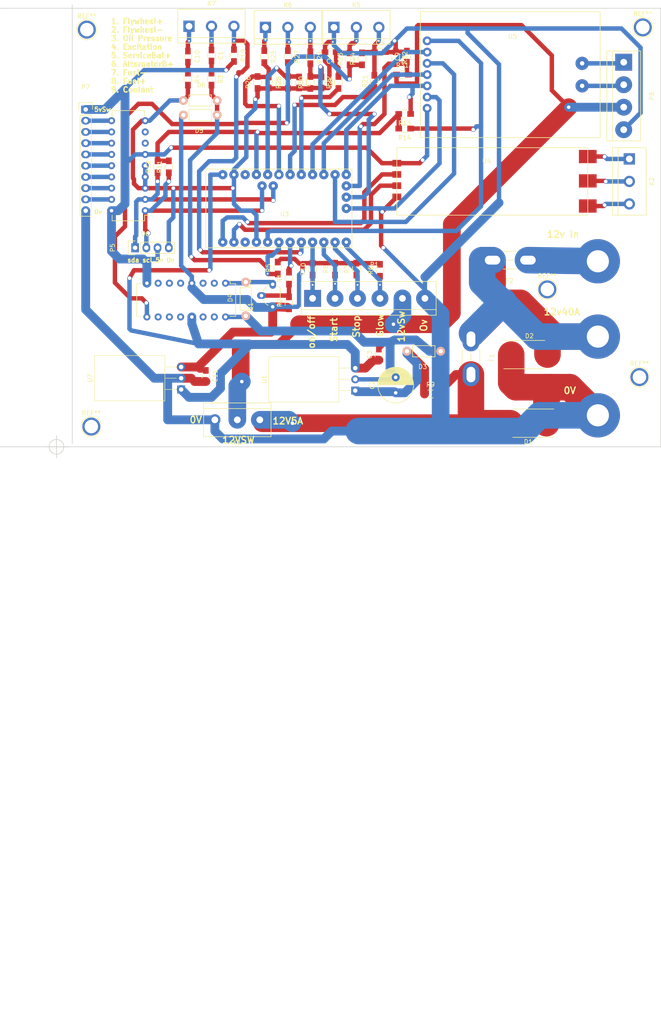
<source format=kicad_pcb>
(kicad_pcb (version 4) (host pcbnew 4.0.6)

  (general
    (links 151)
    (no_connects 0)
    (area 91.618999 41.143 241.121001 272.896001)
    (thickness 1.6)
    (drawings 28)
    (tracks 641)
    (zones 0)
    (modules 71)
    (nets 58)
  )

  (page A4)
  (layers
    (0 F.Cu signal)
    (31 B.Cu signal)
    (32 B.Adhes user)
    (33 F.Adhes user)
    (34 B.Paste user)
    (35 F.Paste user)
    (36 B.SilkS user)
    (37 F.SilkS user)
    (38 B.Mask user)
    (39 F.Mask user)
    (40 Dwgs.User user)
    (41 Cmts.User user)
    (42 Eco1.User user)
    (43 Eco2.User user)
    (44 Edge.Cuts user)
    (45 Margin user)
    (46 B.CrtYd user)
    (47 F.CrtYd user)
    (48 B.Fab user)
    (49 F.Fab user)
  )

  (setup
    (last_trace_width 1)
    (trace_clearance 0.5)
    (zone_clearance 0.5)
    (zone_45_only yes)
    (trace_min 0.2)
    (segment_width 0.2)
    (edge_width 0.15)
    (via_size 1)
    (via_drill 0.8)
    (via_min_size 0.4)
    (via_min_drill 0.3)
    (uvia_size 0.3)
    (uvia_drill 0.1)
    (uvias_allowed no)
    (uvia_min_size 0.2)
    (uvia_min_drill 0.1)
    (pcb_text_width 0.3)
    (pcb_text_size 1.5 1.5)
    (mod_edge_width 0.15)
    (mod_text_size 1 1)
    (mod_text_width 0.15)
    (pad_size 1.524 1.524)
    (pad_drill 0.762)
    (pad_to_mask_clearance 0.2)
    (aux_axis_origin 104.394 142.494)
    (visible_elements FFFFFF7F)
    (pcbplotparams
      (layerselection 0x00000_80000001)
      (usegerberextensions false)
      (excludeedgelayer true)
      (linewidth 0.100000)
      (plotframeref false)
      (viasonmask false)
      (mode 1)
      (useauxorigin true)
      (hpglpennumber 1)
      (hpglpenspeed 20)
      (hpglpendiameter 15)
      (hpglpenoverlay 2)
      (psnegative false)
      (psa4output false)
      (plotreference true)
      (plotvalue true)
      (plotinvisibletext false)
      (padsonsilk false)
      (subtractmaskfromsilk false)
      (outputformat 1)
      (mirror false)
      (drillshape 0)
      (scaleselection 1)
      (outputdirectory ""))
  )

  (net 0 "")
  (net 1 FuelLevel-)
  (net 2 "Net-(C2-Pad1)")
  (net 3 8V)
  (net 4 FuelLevel+)
  (net 5 CoolantTemp)
  (net 6 "Net-(C6-Pad1)")
  (net 7 "Net-(C7-Pad1)")
  (net 8 "Net-(C8-Pad1)")
  (net 9 "Net-(C9-Pad1)")
  (net 10 BatteryProtected+)
  (net 11 "Net-(D4-Pad2)")
  (net 12 Battery+)
  (net 13 "Net-(K2-Pad1)")
  (net 14 "Net-(K2-Pad2)")
  (net 15 "Net-(K2-Pad3)")
  (net 16 BatterySwitched+)
  (net 17 Excitation)
  (net 18 AlternatorB+)
  (net 19 ServiceBattery+)
  (net 20 OilPressure)
  (net 21 Flywheel+)
  (net 22 Flywheel-)
  (net 23 StopBtn)
  (net 24 OnOffBtn)
  (net 25 GlowBtn)
  (net 26 StartBtn)
  (net 27 "Net-(P6-Pad1)")
  (net 28 "Net-(P6-Pad2)")
  (net 29 "Net-(Q1-Pad2)")
  (net 30 "Net-(R21-Pad1)")
  (net 31 "Net-(R22-Pad1)")
  (net 32 SCK)
  (net 33 MISO)
  (net 34 MISI)
  (net 35 CANCS)
  (net 36 TX)
  (net 37 RX)
  (net 38 CANINT)
  (net 39 BatteryUnfused+)
  (net 40 "Net-(C1-Pad2)")
  (net 41 "Net-(C10-Pad2)")
  (net 42 5V1A)
  (net 43 "Net-(D5-Pad1)")
  (net 44 SDA)
  (net 45 SCL)
  (net 46 5VSwitched)
  (net 47 PowerEnable)
  (net 48 5v150mA)
  (net 49 8VSwitched)
  (net 50 "Net-(P7-Pad2)")
  (net 51 "Net-(P7-Pad3)")
  (net 52 "Net-(P7-Pad4)")
  (net 53 "Net-(P7-Pad5)")
  (net 54 "Net-(P7-Pad6)")
  (net 55 "Net-(P7-Pad7)")
  (net 56 "Net-(P7-Pad8)")
  (net 57 "Net-(P7-Pad9)")

  (net_class Default "This is the default net class."
    (clearance 0.5)
    (trace_width 1)
    (via_dia 1)
    (via_drill 0.8)
    (uvia_dia 0.3)
    (uvia_drill 0.1)
    (add_net 5V1A)
    (add_net 5VSwitched)
    (add_net 5v150mA)
    (add_net 8V)
    (add_net 8VSwitched)
    (add_net AlternatorB+)
    (add_net Battery+)
    (add_net BatteryProtected+)
    (add_net BatterySwitched+)
    (add_net BatteryUnfused+)
    (add_net CANCS)
    (add_net CANINT)
    (add_net CoolantTemp)
    (add_net Excitation)
    (add_net Flywheel+)
    (add_net Flywheel-)
    (add_net FuelLevel+)
    (add_net FuelLevel-)
    (add_net GlowBtn)
    (add_net MISI)
    (add_net MISO)
    (add_net "Net-(C1-Pad2)")
    (add_net "Net-(C10-Pad2)")
    (add_net "Net-(C2-Pad1)")
    (add_net "Net-(C6-Pad1)")
    (add_net "Net-(C7-Pad1)")
    (add_net "Net-(C8-Pad1)")
    (add_net "Net-(C9-Pad1)")
    (add_net "Net-(D4-Pad2)")
    (add_net "Net-(D5-Pad1)")
    (add_net "Net-(K2-Pad1)")
    (add_net "Net-(K2-Pad2)")
    (add_net "Net-(K2-Pad3)")
    (add_net "Net-(P6-Pad1)")
    (add_net "Net-(P6-Pad2)")
    (add_net "Net-(P7-Pad2)")
    (add_net "Net-(P7-Pad3)")
    (add_net "Net-(P7-Pad4)")
    (add_net "Net-(P7-Pad5)")
    (add_net "Net-(P7-Pad6)")
    (add_net "Net-(P7-Pad7)")
    (add_net "Net-(P7-Pad8)")
    (add_net "Net-(P7-Pad9)")
    (add_net "Net-(Q1-Pad2)")
    (add_net "Net-(R21-Pad1)")
    (add_net "Net-(R22-Pad1)")
    (add_net OilPressure)
    (add_net OnOffBtn)
    (add_net PowerEnable)
    (add_net RX)
    (add_net SCK)
    (add_net SCL)
    (add_net SDA)
    (add_net ServiceBattery+)
    (add_net StartBtn)
    (add_net StopBtn)
    (add_net TX)
  )

  (module Capacitors_ThroughHole:C_Radial_D8_L11.5_P3.5 (layer F.Cu) (tedit 0) (tstamp 610574DB)
    (at 181.102 130.302 90)
    (descr "Radial Electrolytic Capacitor Diameter 8mm x Length 11.5mm, Pitch 3.5mm")
    (tags "Electrolytic Capacitor")
    (path /61053A5B)
    (fp_text reference C2 (at 1.75 -5.3 90) (layer F.SilkS)
      (effects (font (size 1 1) (thickness 0.15)))
    )
    (fp_text value 100uF (at 1.75 5.3 90) (layer F.Fab)
      (effects (font (size 1 1) (thickness 0.15)))
    )
    (fp_line (start 1.825 -3.999) (end 1.825 3.999) (layer F.SilkS) (width 0.15))
    (fp_line (start 1.965 -3.994) (end 1.965 3.994) (layer F.SilkS) (width 0.15))
    (fp_line (start 2.105 -3.984) (end 2.105 3.984) (layer F.SilkS) (width 0.15))
    (fp_line (start 2.245 -3.969) (end 2.245 3.969) (layer F.SilkS) (width 0.15))
    (fp_line (start 2.385 -3.949) (end 2.385 3.949) (layer F.SilkS) (width 0.15))
    (fp_line (start 2.525 -3.924) (end 2.525 -0.222) (layer F.SilkS) (width 0.15))
    (fp_line (start 2.525 0.222) (end 2.525 3.924) (layer F.SilkS) (width 0.15))
    (fp_line (start 2.665 -3.894) (end 2.665 -0.55) (layer F.SilkS) (width 0.15))
    (fp_line (start 2.665 0.55) (end 2.665 3.894) (layer F.SilkS) (width 0.15))
    (fp_line (start 2.805 -3.858) (end 2.805 -0.719) (layer F.SilkS) (width 0.15))
    (fp_line (start 2.805 0.719) (end 2.805 3.858) (layer F.SilkS) (width 0.15))
    (fp_line (start 2.945 -3.817) (end 2.945 -0.832) (layer F.SilkS) (width 0.15))
    (fp_line (start 2.945 0.832) (end 2.945 3.817) (layer F.SilkS) (width 0.15))
    (fp_line (start 3.085 -3.771) (end 3.085 -0.91) (layer F.SilkS) (width 0.15))
    (fp_line (start 3.085 0.91) (end 3.085 3.771) (layer F.SilkS) (width 0.15))
    (fp_line (start 3.225 -3.718) (end 3.225 -0.961) (layer F.SilkS) (width 0.15))
    (fp_line (start 3.225 0.961) (end 3.225 3.718) (layer F.SilkS) (width 0.15))
    (fp_line (start 3.365 -3.659) (end 3.365 -0.991) (layer F.SilkS) (width 0.15))
    (fp_line (start 3.365 0.991) (end 3.365 3.659) (layer F.SilkS) (width 0.15))
    (fp_line (start 3.505 -3.594) (end 3.505 -1) (layer F.SilkS) (width 0.15))
    (fp_line (start 3.505 1) (end 3.505 3.594) (layer F.SilkS) (width 0.15))
    (fp_line (start 3.645 -3.523) (end 3.645 -0.989) (layer F.SilkS) (width 0.15))
    (fp_line (start 3.645 0.989) (end 3.645 3.523) (layer F.SilkS) (width 0.15))
    (fp_line (start 3.785 -3.444) (end 3.785 -0.959) (layer F.SilkS) (width 0.15))
    (fp_line (start 3.785 0.959) (end 3.785 3.444) (layer F.SilkS) (width 0.15))
    (fp_line (start 3.925 -3.357) (end 3.925 -0.905) (layer F.SilkS) (width 0.15))
    (fp_line (start 3.925 0.905) (end 3.925 3.357) (layer F.SilkS) (width 0.15))
    (fp_line (start 4.065 -3.262) (end 4.065 -0.825) (layer F.SilkS) (width 0.15))
    (fp_line (start 4.065 0.825) (end 4.065 3.262) (layer F.SilkS) (width 0.15))
    (fp_line (start 4.205 -3.158) (end 4.205 -0.709) (layer F.SilkS) (width 0.15))
    (fp_line (start 4.205 0.709) (end 4.205 3.158) (layer F.SilkS) (width 0.15))
    (fp_line (start 4.345 -3.044) (end 4.345 -0.535) (layer F.SilkS) (width 0.15))
    (fp_line (start 4.345 0.535) (end 4.345 3.044) (layer F.SilkS) (width 0.15))
    (fp_line (start 4.485 -2.919) (end 4.485 -0.173) (layer F.SilkS) (width 0.15))
    (fp_line (start 4.485 0.173) (end 4.485 2.919) (layer F.SilkS) (width 0.15))
    (fp_line (start 4.625 -2.781) (end 4.625 2.781) (layer F.SilkS) (width 0.15))
    (fp_line (start 4.765 -2.629) (end 4.765 2.629) (layer F.SilkS) (width 0.15))
    (fp_line (start 4.905 -2.459) (end 4.905 2.459) (layer F.SilkS) (width 0.15))
    (fp_line (start 5.045 -2.268) (end 5.045 2.268) (layer F.SilkS) (width 0.15))
    (fp_line (start 5.185 -2.05) (end 5.185 2.05) (layer F.SilkS) (width 0.15))
    (fp_line (start 5.325 -1.794) (end 5.325 1.794) (layer F.SilkS) (width 0.15))
    (fp_line (start 5.465 -1.483) (end 5.465 1.483) (layer F.SilkS) (width 0.15))
    (fp_line (start 5.605 -1.067) (end 5.605 1.067) (layer F.SilkS) (width 0.15))
    (fp_line (start 5.745 -0.2) (end 5.745 0.2) (layer F.SilkS) (width 0.15))
    (fp_circle (center 3.5 0) (end 3.5 -1) (layer F.SilkS) (width 0.15))
    (fp_circle (center 1.75 0) (end 1.75 -4.0375) (layer F.SilkS) (width 0.15))
    (fp_circle (center 1.75 0) (end 1.75 -4.3) (layer F.CrtYd) (width 0.05))
    (pad 2 thru_hole circle (at 3.5 0 90) (size 1.3 1.3) (drill 0.8) (layers *.Cu *.Mask)
      (net 1 FuelLevel-))
    (pad 1 thru_hole rect (at 0 0 90) (size 1.3 1.3) (drill 0.8) (layers *.Cu *.Mask)
      (net 2 "Net-(C2-Pad1)"))
    (model Capacitors_ThroughHole.3dshapes/C_Radial_D8_L11.5_P3.5.wrl
      (at (xyz 0 0 0))
      (scale (xyz 1 1 1))
      (rotate (xyz 0 0 0))
    )
  )

  (module Capacitors_SMD:C_0805_HandSoldering (layer F.Cu) (tedit 541A9B8D) (tstamp 610574E1)
    (at 177.292 121.666 90)
    (descr "Capacitor SMD 0805, hand soldering")
    (tags "capacitor 0805")
    (path /61053BCD)
    (attr smd)
    (fp_text reference C3 (at 0 -2.1 90) (layer F.SilkS)
      (effects (font (size 1 1) (thickness 0.15)))
    )
    (fp_text value 10nF (at 0 2.1 90) (layer F.Fab)
      (effects (font (size 1 1) (thickness 0.15)))
    )
    (fp_line (start -1 0.625) (end -1 -0.625) (layer F.Fab) (width 0.15))
    (fp_line (start 1 0.625) (end -1 0.625) (layer F.Fab) (width 0.15))
    (fp_line (start 1 -0.625) (end 1 0.625) (layer F.Fab) (width 0.15))
    (fp_line (start -1 -0.625) (end 1 -0.625) (layer F.Fab) (width 0.15))
    (fp_line (start -2.3 -1) (end 2.3 -1) (layer F.CrtYd) (width 0.05))
    (fp_line (start -2.3 1) (end 2.3 1) (layer F.CrtYd) (width 0.05))
    (fp_line (start -2.3 -1) (end -2.3 1) (layer F.CrtYd) (width 0.05))
    (fp_line (start 2.3 -1) (end 2.3 1) (layer F.CrtYd) (width 0.05))
    (fp_line (start 0.5 -0.85) (end -0.5 -0.85) (layer F.SilkS) (width 0.15))
    (fp_line (start -0.5 0.85) (end 0.5 0.85) (layer F.SilkS) (width 0.15))
    (pad 1 smd rect (at -1.25 0 90) (size 1.5 1.25) (layers F.Cu F.Paste F.Mask)
      (net 3 8V))
    (pad 2 smd rect (at 1.25 0 90) (size 1.5 1.25) (layers F.Cu F.Paste F.Mask)
      (net 1 FuelLevel-))
    (model Capacitors_SMD.3dshapes/C_0805_HandSoldering.wrl
      (at (xyz 0 0 0))
      (scale (xyz 1 1 1))
      (rotate (xyz 0 0 0))
    )
  )

  (module Capacitors_SMD:C_0805_HandSoldering (layer F.Cu) (tedit 541A9B8D) (tstamp 610574E7)
    (at 166.37 53.34 180)
    (descr "Capacitor SMD 0805, hand soldering")
    (tags "capacitor 0805")
    (path /6102D9E9)
    (attr smd)
    (fp_text reference C4 (at 0 -2.1 180) (layer F.SilkS)
      (effects (font (size 1 1) (thickness 0.15)))
    )
    (fp_text value 10nF (at 0 2.1 180) (layer F.Fab)
      (effects (font (size 1 1) (thickness 0.15)))
    )
    (fp_line (start -1 0.625) (end -1 -0.625) (layer F.Fab) (width 0.15))
    (fp_line (start 1 0.625) (end -1 0.625) (layer F.Fab) (width 0.15))
    (fp_line (start 1 -0.625) (end 1 0.625) (layer F.Fab) (width 0.15))
    (fp_line (start -1 -0.625) (end 1 -0.625) (layer F.Fab) (width 0.15))
    (fp_line (start -2.3 -1) (end 2.3 -1) (layer F.CrtYd) (width 0.05))
    (fp_line (start -2.3 1) (end 2.3 1) (layer F.CrtYd) (width 0.05))
    (fp_line (start -2.3 -1) (end -2.3 1) (layer F.CrtYd) (width 0.05))
    (fp_line (start 2.3 -1) (end 2.3 1) (layer F.CrtYd) (width 0.05))
    (fp_line (start 0.5 -0.85) (end -0.5 -0.85) (layer F.SilkS) (width 0.15))
    (fp_line (start -0.5 0.85) (end 0.5 0.85) (layer F.SilkS) (width 0.15))
    (pad 1 smd rect (at -1.25 0 180) (size 1.5 1.25) (layers F.Cu F.Paste F.Mask)
      (net 4 FuelLevel+))
    (pad 2 smd rect (at 1.25 0 180) (size 1.5 1.25) (layers F.Cu F.Paste F.Mask)
      (net 1 FuelLevel-))
    (model Capacitors_SMD.3dshapes/C_0805_HandSoldering.wrl
      (at (xyz 0 0 0))
      (scale (xyz 1 1 1))
      (rotate (xyz 0 0 0))
    )
  )

  (module Capacitors_SMD:C_0805_HandSoldering (layer F.Cu) (tedit 541A9B8D) (tstamp 610574ED)
    (at 177.546 53.34)
    (descr "Capacitor SMD 0805, hand soldering")
    (tags "capacitor 0805")
    (path /6103010E)
    (attr smd)
    (fp_text reference C5 (at 0 -2.1) (layer F.SilkS)
      (effects (font (size 1 1) (thickness 0.15)))
    )
    (fp_text value 10nF (at 0 2.1) (layer F.Fab)
      (effects (font (size 1 1) (thickness 0.15)))
    )
    (fp_line (start -1 0.625) (end -1 -0.625) (layer F.Fab) (width 0.15))
    (fp_line (start 1 0.625) (end -1 0.625) (layer F.Fab) (width 0.15))
    (fp_line (start 1 -0.625) (end 1 0.625) (layer F.Fab) (width 0.15))
    (fp_line (start -1 -0.625) (end 1 -0.625) (layer F.Fab) (width 0.15))
    (fp_line (start -2.3 -1) (end 2.3 -1) (layer F.CrtYd) (width 0.05))
    (fp_line (start -2.3 1) (end 2.3 1) (layer F.CrtYd) (width 0.05))
    (fp_line (start -2.3 -1) (end -2.3 1) (layer F.CrtYd) (width 0.05))
    (fp_line (start 2.3 -1) (end 2.3 1) (layer F.CrtYd) (width 0.05))
    (fp_line (start 0.5 -0.85) (end -0.5 -0.85) (layer F.SilkS) (width 0.15))
    (fp_line (start -0.5 0.85) (end 0.5 0.85) (layer F.SilkS) (width 0.15))
    (pad 1 smd rect (at -1.25 0) (size 1.5 1.25) (layers F.Cu F.Paste F.Mask)
      (net 5 CoolantTemp))
    (pad 2 smd rect (at 1.25 0) (size 1.5 1.25) (layers F.Cu F.Paste F.Mask)
      (net 1 FuelLevel-))
    (model Capacitors_SMD.3dshapes/C_0805_HandSoldering.wrl
      (at (xyz 0 0 0))
      (scale (xyz 1 1 1))
      (rotate (xyz 0 0 0))
    )
  )

  (module Capacitors_SMD:C_0805_HandSoldering (layer F.Cu) (tedit 541A9B8D) (tstamp 610574F3)
    (at 152.4 60.198 270)
    (descr "Capacitor SMD 0805, hand soldering")
    (tags "capacitor 0805")
    (path /61031287)
    (attr smd)
    (fp_text reference C6 (at 0 -2.1 270) (layer F.SilkS)
      (effects (font (size 1 1) (thickness 0.15)))
    )
    (fp_text value 1nF (at 0 2.1 270) (layer F.Fab)
      (effects (font (size 1 1) (thickness 0.15)))
    )
    (fp_line (start -1 0.625) (end -1 -0.625) (layer F.Fab) (width 0.15))
    (fp_line (start 1 0.625) (end -1 0.625) (layer F.Fab) (width 0.15))
    (fp_line (start 1 -0.625) (end 1 0.625) (layer F.Fab) (width 0.15))
    (fp_line (start -1 -0.625) (end 1 -0.625) (layer F.Fab) (width 0.15))
    (fp_line (start -2.3 -1) (end 2.3 -1) (layer F.CrtYd) (width 0.05))
    (fp_line (start -2.3 1) (end 2.3 1) (layer F.CrtYd) (width 0.05))
    (fp_line (start -2.3 -1) (end -2.3 1) (layer F.CrtYd) (width 0.05))
    (fp_line (start 2.3 -1) (end 2.3 1) (layer F.CrtYd) (width 0.05))
    (fp_line (start 0.5 -0.85) (end -0.5 -0.85) (layer F.SilkS) (width 0.15))
    (fp_line (start -0.5 0.85) (end 0.5 0.85) (layer F.SilkS) (width 0.15))
    (pad 1 smd rect (at -1.25 0 270) (size 1.5 1.25) (layers F.Cu F.Paste F.Mask)
      (net 6 "Net-(C6-Pad1)"))
    (pad 2 smd rect (at 1.25 0 270) (size 1.5 1.25) (layers F.Cu F.Paste F.Mask)
      (net 1 FuelLevel-))
    (model Capacitors_SMD.3dshapes/C_0805_HandSoldering.wrl
      (at (xyz 0 0 0))
      (scale (xyz 1 1 1))
      (rotate (xyz 0 0 0))
    )
  )

  (module Capacitors_SMD:C_0805_HandSoldering (layer F.Cu) (tedit 541A9B8D) (tstamp 610574F9)
    (at 159.258 60.198 270)
    (descr "Capacitor SMD 0805, hand soldering")
    (tags "capacitor 0805")
    (path /6104574D)
    (attr smd)
    (fp_text reference C7 (at 0 -2.1 270) (layer F.SilkS)
      (effects (font (size 1 1) (thickness 0.15)))
    )
    (fp_text value 1nF (at 0 2.1 270) (layer F.Fab)
      (effects (font (size 1 1) (thickness 0.15)))
    )
    (fp_line (start -1 0.625) (end -1 -0.625) (layer F.Fab) (width 0.15))
    (fp_line (start 1 0.625) (end -1 0.625) (layer F.Fab) (width 0.15))
    (fp_line (start 1 -0.625) (end 1 0.625) (layer F.Fab) (width 0.15))
    (fp_line (start -1 -0.625) (end 1 -0.625) (layer F.Fab) (width 0.15))
    (fp_line (start -2.3 -1) (end 2.3 -1) (layer F.CrtYd) (width 0.05))
    (fp_line (start -2.3 1) (end 2.3 1) (layer F.CrtYd) (width 0.05))
    (fp_line (start -2.3 -1) (end -2.3 1) (layer F.CrtYd) (width 0.05))
    (fp_line (start 2.3 -1) (end 2.3 1) (layer F.CrtYd) (width 0.05))
    (fp_line (start 0.5 -0.85) (end -0.5 -0.85) (layer F.SilkS) (width 0.15))
    (fp_line (start -0.5 0.85) (end 0.5 0.85) (layer F.SilkS) (width 0.15))
    (pad 1 smd rect (at -1.25 0 270) (size 1.5 1.25) (layers F.Cu F.Paste F.Mask)
      (net 7 "Net-(C7-Pad1)"))
    (pad 2 smd rect (at 1.25 0 270) (size 1.5 1.25) (layers F.Cu F.Paste F.Mask)
      (net 1 FuelLevel-))
    (model Capacitors_SMD.3dshapes/C_0805_HandSoldering.wrl
      (at (xyz 0 0 0))
      (scale (xyz 1 1 1))
      (rotate (xyz 0 0 0))
    )
  )

  (module Capacitors_SMD:C_0805_HandSoldering (layer F.Cu) (tedit 541A9B8D) (tstamp 610574FF)
    (at 164.338 60.198 270)
    (descr "Capacitor SMD 0805, hand soldering")
    (tags "capacitor 0805")
    (path /61045874)
    (attr smd)
    (fp_text reference C8 (at 0 -2.1 270) (layer F.SilkS)
      (effects (font (size 1 1) (thickness 0.15)))
    )
    (fp_text value 1nF (at 0 2.1 270) (layer F.Fab)
      (effects (font (size 1 1) (thickness 0.15)))
    )
    (fp_line (start -1 0.625) (end -1 -0.625) (layer F.Fab) (width 0.15))
    (fp_line (start 1 0.625) (end -1 0.625) (layer F.Fab) (width 0.15))
    (fp_line (start 1 -0.625) (end 1 0.625) (layer F.Fab) (width 0.15))
    (fp_line (start -1 -0.625) (end 1 -0.625) (layer F.Fab) (width 0.15))
    (fp_line (start -2.3 -1) (end 2.3 -1) (layer F.CrtYd) (width 0.05))
    (fp_line (start -2.3 1) (end 2.3 1) (layer F.CrtYd) (width 0.05))
    (fp_line (start -2.3 -1) (end -2.3 1) (layer F.CrtYd) (width 0.05))
    (fp_line (start 2.3 -1) (end 2.3 1) (layer F.CrtYd) (width 0.05))
    (fp_line (start 0.5 -0.85) (end -0.5 -0.85) (layer F.SilkS) (width 0.15))
    (fp_line (start -0.5 0.85) (end 0.5 0.85) (layer F.SilkS) (width 0.15))
    (pad 1 smd rect (at -1.25 0 270) (size 1.5 1.25) (layers F.Cu F.Paste F.Mask)
      (net 8 "Net-(C8-Pad1)"))
    (pad 2 smd rect (at 1.25 0 270) (size 1.5 1.25) (layers F.Cu F.Paste F.Mask)
      (net 1 FuelLevel-))
    (model Capacitors_SMD.3dshapes/C_0805_HandSoldering.wrl
      (at (xyz 0 0 0))
      (scale (xyz 1 1 1))
      (rotate (xyz 0 0 0))
    )
  )

  (module Capacitors_SMD:C_0805_HandSoldering (layer F.Cu) (tedit 541A9B8D) (tstamp 61057505)
    (at 183.642 54.356 90)
    (descr "Capacitor SMD 0805, hand soldering")
    (tags "capacitor 0805")
    (path /61045995)
    (attr smd)
    (fp_text reference C9 (at 0 -2.1 90) (layer F.SilkS)
      (effects (font (size 1 1) (thickness 0.15)))
    )
    (fp_text value 1nF (at 0 2.1 90) (layer F.Fab)
      (effects (font (size 1 1) (thickness 0.15)))
    )
    (fp_line (start -1 0.625) (end -1 -0.625) (layer F.Fab) (width 0.15))
    (fp_line (start 1 0.625) (end -1 0.625) (layer F.Fab) (width 0.15))
    (fp_line (start 1 -0.625) (end 1 0.625) (layer F.Fab) (width 0.15))
    (fp_line (start -1 -0.625) (end 1 -0.625) (layer F.Fab) (width 0.15))
    (fp_line (start -2.3 -1) (end 2.3 -1) (layer F.CrtYd) (width 0.05))
    (fp_line (start -2.3 1) (end 2.3 1) (layer F.CrtYd) (width 0.05))
    (fp_line (start -2.3 -1) (end -2.3 1) (layer F.CrtYd) (width 0.05))
    (fp_line (start 2.3 -1) (end 2.3 1) (layer F.CrtYd) (width 0.05))
    (fp_line (start 0.5 -0.85) (end -0.5 -0.85) (layer F.SilkS) (width 0.15))
    (fp_line (start -0.5 0.85) (end 0.5 0.85) (layer F.SilkS) (width 0.15))
    (pad 1 smd rect (at -1.25 0 90) (size 1.5 1.25) (layers F.Cu F.Paste F.Mask)
      (net 9 "Net-(C9-Pad1)"))
    (pad 2 smd rect (at 1.25 0 90) (size 1.5 1.25) (layers F.Cu F.Paste F.Mask)
      (net 1 FuelLevel-))
    (model Capacitors_SMD.3dshapes/C_0805_HandSoldering.wrl
      (at (xyz 0 0 0))
      (scale (xyz 1 1 1))
      (rotate (xyz 0 0 0))
    )
  )

  (module Capacitors_SMD:C_0805_HandSoldering (layer F.Cu) (tedit 541A9B8D) (tstamp 6105750B)
    (at 134.112 54.356 270)
    (descr "Capacitor SMD 0805, hand soldering")
    (tags "capacitor 0805")
    (path /610D9F60)
    (attr smd)
    (fp_text reference C10 (at 0 -2.1 270) (layer F.SilkS)
      (effects (font (size 1 1) (thickness 0.15)))
    )
    (fp_text value 10nF (at 0 2.1 270) (layer F.Fab)
      (effects (font (size 1 1) (thickness 0.15)))
    )
    (fp_line (start -1 0.625) (end -1 -0.625) (layer F.Fab) (width 0.15))
    (fp_line (start 1 0.625) (end -1 0.625) (layer F.Fab) (width 0.15))
    (fp_line (start 1 -0.625) (end 1 0.625) (layer F.Fab) (width 0.15))
    (fp_line (start -1 -0.625) (end 1 -0.625) (layer F.Fab) (width 0.15))
    (fp_line (start -2.3 -1) (end 2.3 -1) (layer F.CrtYd) (width 0.05))
    (fp_line (start -2.3 1) (end 2.3 1) (layer F.CrtYd) (width 0.05))
    (fp_line (start -2.3 -1) (end -2.3 1) (layer F.CrtYd) (width 0.05))
    (fp_line (start 2.3 -1) (end 2.3 1) (layer F.CrtYd) (width 0.05))
    (fp_line (start 0.5 -0.85) (end -0.5 -0.85) (layer F.SilkS) (width 0.15))
    (fp_line (start -0.5 0.85) (end 0.5 0.85) (layer F.SilkS) (width 0.15))
    (pad 1 smd rect (at -1.25 0 270) (size 1.5 1.25) (layers F.Cu F.Paste F.Mask)
      (net 22 Flywheel-))
    (pad 2 smd rect (at 1.25 0 270) (size 1.5 1.25) (layers F.Cu F.Paste F.Mask)
      (net 41 "Net-(C10-Pad2)"))
    (model Capacitors_SMD.3dshapes/C_0805_HandSoldering.wrl
      (at (xyz 0 0 0))
      (scale (xyz 1 1 1))
      (rotate (xyz 0 0 0))
    )
  )

  (module Resistors_ThroughHole:Resistor_Horizontal_RM7mm (layer F.Cu) (tedit 569FCF07) (tstamp 61057517)
    (at 191.262 120.904 180)
    (descr "Resistor, Axial,  RM 7.62mm, 1/3W,")
    (tags "Resistor Axial RM 7.62mm 1/3W R3")
    (path /61053C97)
    (fp_text reference D3 (at 4.05892 -3.50012 180) (layer F.SilkS)
      (effects (font (size 1 1) (thickness 0.15)))
    )
    (fp_text value 1N5819 (at 3.81 3.81 180) (layer F.Fab)
      (effects (font (size 1 1) (thickness 0.15)))
    )
    (fp_line (start -1.25 -1.5) (end 8.85 -1.5) (layer F.CrtYd) (width 0.05))
    (fp_line (start -1.25 1.5) (end -1.25 -1.5) (layer F.CrtYd) (width 0.05))
    (fp_line (start 8.85 -1.5) (end 8.85 1.5) (layer F.CrtYd) (width 0.05))
    (fp_line (start -1.25 1.5) (end 8.85 1.5) (layer F.CrtYd) (width 0.05))
    (fp_line (start 1.27 -1.27) (end 6.35 -1.27) (layer F.SilkS) (width 0.15))
    (fp_line (start 6.35 -1.27) (end 6.35 1.27) (layer F.SilkS) (width 0.15))
    (fp_line (start 6.35 1.27) (end 1.27 1.27) (layer F.SilkS) (width 0.15))
    (fp_line (start 1.27 1.27) (end 1.27 -1.27) (layer F.SilkS) (width 0.15))
    (pad 1 thru_hole circle (at 0 0 180) (size 1.99898 1.99898) (drill 1.00076) (layers *.Cu *.SilkS *.Mask)
      (net 1 FuelLevel-))
    (pad 2 thru_hole circle (at 7.62 0 180) (size 1.99898 1.99898) (drill 1.00076) (layers *.Cu *.SilkS *.Mask)
      (net 2 "Net-(C2-Pad1)"))
  )

  (module Pin_Headers:Pin_Header_Straight_1x04 (layer F.Cu) (tedit 0) (tstamp 6105757F)
    (at 122.174 97.536 90)
    (descr "Through hole pin header")
    (tags "pin header")
    (path /6105E6D2)
    (fp_text reference P5 (at 0 -5.1 90) (layer F.SilkS)
      (effects (font (size 1 1) (thickness 0.15)))
    )
    (fp_text value LCD (at 0 -3.1 90) (layer F.Fab)
      (effects (font (size 1 1) (thickness 0.15)))
    )
    (fp_line (start -1.75 -1.75) (end -1.75 9.4) (layer F.CrtYd) (width 0.05))
    (fp_line (start 1.75 -1.75) (end 1.75 9.4) (layer F.CrtYd) (width 0.05))
    (fp_line (start -1.75 -1.75) (end 1.75 -1.75) (layer F.CrtYd) (width 0.05))
    (fp_line (start -1.75 9.4) (end 1.75 9.4) (layer F.CrtYd) (width 0.05))
    (fp_line (start -1.27 1.27) (end -1.27 8.89) (layer F.SilkS) (width 0.15))
    (fp_line (start 1.27 1.27) (end 1.27 8.89) (layer F.SilkS) (width 0.15))
    (fp_line (start 1.55 -1.55) (end 1.55 0) (layer F.SilkS) (width 0.15))
    (fp_line (start -1.27 8.89) (end 1.27 8.89) (layer F.SilkS) (width 0.15))
    (fp_line (start 1.27 1.27) (end -1.27 1.27) (layer F.SilkS) (width 0.15))
    (fp_line (start -1.55 0) (end -1.55 -1.55) (layer F.SilkS) (width 0.15))
    (fp_line (start -1.55 -1.55) (end 1.55 -1.55) (layer F.SilkS) (width 0.15))
    (pad 1 thru_hole rect (at 0 0 90) (size 2.032 1.7272) (drill 1.016) (layers *.Cu *.Mask)
      (net 44 SDA))
    (pad 2 thru_hole oval (at 0 2.54 90) (size 2.032 1.7272) (drill 1.016) (layers *.Cu *.Mask)
      (net 45 SCL))
    (pad 3 thru_hole oval (at 0 5.08 90) (size 2.032 1.7272) (drill 1.016) (layers *.Cu *.Mask)
      (net 46 5VSwitched))
    (pad 4 thru_hole oval (at 0 7.62 90) (size 2.032 1.7272) (drill 1.016) (layers *.Cu *.Mask)
      (net 1 FuelLevel-))
    (model Pin_Headers.3dshapes/Pin_Header_Straight_1x04.wrl
      (at (xyz 0 -0.15 0))
      (scale (xyz 1 1 1))
      (rotate (xyz 0 0 90))
    )
  )

  (module Resistors_SMD:R_0805_HandSoldering (layer F.Cu) (tedit 58307B90) (tstamp 61057604)
    (at 188.976 130.556)
    (descr "Resistor SMD 0805, hand soldering")
    (tags "resistor 0805")
    (path /610557F9)
    (attr smd)
    (fp_text reference R9 (at 0 -2.1) (layer F.SilkS)
      (effects (font (size 1 1) (thickness 0.15)))
    )
    (fp_text value 10R (at 0 2.1) (layer F.Fab)
      (effects (font (size 1 1) (thickness 0.15)))
    )
    (fp_line (start -1 0.625) (end -1 -0.625) (layer F.Fab) (width 0.1))
    (fp_line (start 1 0.625) (end -1 0.625) (layer F.Fab) (width 0.1))
    (fp_line (start 1 -0.625) (end 1 0.625) (layer F.Fab) (width 0.1))
    (fp_line (start -1 -0.625) (end 1 -0.625) (layer F.Fab) (width 0.1))
    (fp_line (start -2.4 -1) (end 2.4 -1) (layer F.CrtYd) (width 0.05))
    (fp_line (start -2.4 1) (end 2.4 1) (layer F.CrtYd) (width 0.05))
    (fp_line (start -2.4 -1) (end -2.4 1) (layer F.CrtYd) (width 0.05))
    (fp_line (start 2.4 -1) (end 2.4 1) (layer F.CrtYd) (width 0.05))
    (fp_line (start 0.6 0.875) (end -0.6 0.875) (layer F.SilkS) (width 0.15))
    (fp_line (start -0.6 -0.875) (end 0.6 -0.875) (layer F.SilkS) (width 0.15))
    (pad 1 smd rect (at -1.35 0) (size 1.5 1.3) (layers F.Cu F.Paste F.Mask)
      (net 2 "Net-(C2-Pad1)"))
    (pad 2 smd rect (at 1.35 0) (size 1.5 1.3) (layers F.Cu F.Paste F.Mask)
      (net 10 BatteryProtected+))
    (model Resistors_SMD.3dshapes/R_0805_HandSoldering.wrl
      (at (xyz 0 0 0))
      (scale (xyz 1 1 1))
      (rotate (xyz 0 0 0))
    )
  )

  (module Resistors_SMD:R_0805_HandSoldering (layer F.Cu) (tedit 58307B90) (tstamp 6105760A)
    (at 183.134 67.31 180)
    (descr "Resistor SMD 0805, hand soldering")
    (tags "resistor 0805")
    (path /6113183B)
    (attr smd)
    (fp_text reference R13 (at 0 -2.1 180) (layer F.SilkS)
      (effects (font (size 1 1) (thickness 0.15)))
    )
    (fp_text value 10K (at 0 2.1 180) (layer F.Fab)
      (effects (font (size 1 1) (thickness 0.15)))
    )
    (fp_line (start -1 0.625) (end -1 -0.625) (layer F.Fab) (width 0.1))
    (fp_line (start 1 0.625) (end -1 0.625) (layer F.Fab) (width 0.1))
    (fp_line (start 1 -0.625) (end 1 0.625) (layer F.Fab) (width 0.1))
    (fp_line (start -1 -0.625) (end 1 -0.625) (layer F.Fab) (width 0.1))
    (fp_line (start -2.4 -1) (end 2.4 -1) (layer F.CrtYd) (width 0.05))
    (fp_line (start -2.4 1) (end 2.4 1) (layer F.CrtYd) (width 0.05))
    (fp_line (start -2.4 -1) (end -2.4 1) (layer F.CrtYd) (width 0.05))
    (fp_line (start 2.4 -1) (end 2.4 1) (layer F.CrtYd) (width 0.05))
    (fp_line (start 0.6 0.875) (end -0.6 0.875) (layer F.SilkS) (width 0.15))
    (fp_line (start -0.6 -0.875) (end 0.6 -0.875) (layer F.SilkS) (width 0.15))
    (pad 1 smd rect (at -1.35 0 180) (size 1.5 1.3) (layers F.Cu F.Paste F.Mask)
      (net 35 CANCS))
    (pad 2 smd rect (at 1.35 0 180) (size 1.5 1.3) (layers F.Cu F.Paste F.Mask)
      (net 48 5v150mA))
    (model Resistors_SMD.3dshapes/R_0805_HandSoldering.wrl
      (at (xyz 0 0 0))
      (scale (xyz 1 1 1))
      (rotate (xyz 0 0 0))
    )
  )

  (module Resistors_SMD:R_0805_HandSoldering (layer F.Cu) (tedit 58307B90) (tstamp 61057610)
    (at 183.134 70.612 180)
    (descr "Resistor SMD 0805, hand soldering")
    (tags "resistor 0805")
    (path /6112FB8E)
    (attr smd)
    (fp_text reference R14 (at 0 -2.1 180) (layer F.SilkS)
      (effects (font (size 1 1) (thickness 0.15)))
    )
    (fp_text value 10K (at 0 2.1 180) (layer F.Fab)
      (effects (font (size 1 1) (thickness 0.15)))
    )
    (fp_line (start -1 0.625) (end -1 -0.625) (layer F.Fab) (width 0.1))
    (fp_line (start 1 0.625) (end -1 0.625) (layer F.Fab) (width 0.1))
    (fp_line (start 1 -0.625) (end 1 0.625) (layer F.Fab) (width 0.1))
    (fp_line (start -1 -0.625) (end 1 -0.625) (layer F.Fab) (width 0.1))
    (fp_line (start -2.4 -1) (end 2.4 -1) (layer F.CrtYd) (width 0.05))
    (fp_line (start -2.4 1) (end 2.4 1) (layer F.CrtYd) (width 0.05))
    (fp_line (start -2.4 -1) (end -2.4 1) (layer F.CrtYd) (width 0.05))
    (fp_line (start 2.4 -1) (end 2.4 1) (layer F.CrtYd) (width 0.05))
    (fp_line (start 0.6 0.875) (end -0.6 0.875) (layer F.SilkS) (width 0.15))
    (fp_line (start -0.6 -0.875) (end 0.6 -0.875) (layer F.SilkS) (width 0.15))
    (pad 1 smd rect (at -1.35 0 180) (size 1.5 1.3) (layers F.Cu F.Paste F.Mask)
      (net 38 CANINT))
    (pad 2 smd rect (at 1.35 0 180) (size 1.5 1.3) (layers F.Cu F.Paste F.Mask)
      (net 48 5v150mA))
    (model Resistors_SMD.3dshapes/R_0805_HandSoldering.wrl
      (at (xyz 0 0 0))
      (scale (xyz 1 1 1))
      (rotate (xyz 0 0 0))
    )
  )

  (module Resistors_SMD:R_0805_HandSoldering (layer F.Cu) (tedit 58307B90) (tstamp 61057622)
    (at 144.526 54.102 270)
    (descr "Resistor SMD 0805, hand soldering")
    (tags "resistor 0805")
    (path /6102CD36)
    (attr smd)
    (fp_text reference R19 (at 0 -2.1 270) (layer F.SilkS)
      (effects (font (size 1 1) (thickness 0.15)))
    )
    (fp_text value 10K (at 0 2.1 270) (layer F.Fab)
      (effects (font (size 1 1) (thickness 0.15)))
    )
    (fp_line (start -1 0.625) (end -1 -0.625) (layer F.Fab) (width 0.1))
    (fp_line (start 1 0.625) (end -1 0.625) (layer F.Fab) (width 0.1))
    (fp_line (start 1 -0.625) (end 1 0.625) (layer F.Fab) (width 0.1))
    (fp_line (start -1 -0.625) (end 1 -0.625) (layer F.Fab) (width 0.1))
    (fp_line (start -2.4 -1) (end 2.4 -1) (layer F.CrtYd) (width 0.05))
    (fp_line (start -2.4 1) (end 2.4 1) (layer F.CrtYd) (width 0.05))
    (fp_line (start -2.4 -1) (end -2.4 1) (layer F.CrtYd) (width 0.05))
    (fp_line (start 2.4 -1) (end 2.4 1) (layer F.CrtYd) (width 0.05))
    (fp_line (start 0.6 0.875) (end -0.6 0.875) (layer F.SilkS) (width 0.15))
    (fp_line (start -0.6 -0.875) (end 0.6 -0.875) (layer F.SilkS) (width 0.15))
    (pad 1 smd rect (at -1.35 0 270) (size 1.5 1.3) (layers F.Cu F.Paste F.Mask)
      (net 20 OilPressure))
    (pad 2 smd rect (at 1.35 0 270) (size 1.5 1.3) (layers F.Cu F.Paste F.Mask)
      (net 46 5VSwitched))
    (model Resistors_SMD.3dshapes/R_0805_HandSoldering.wrl
      (at (xyz 0 0 0))
      (scale (xyz 1 1 1))
      (rotate (xyz 0 0 0))
    )
  )

  (module Resistors_SMD:R_0805_HandSoldering (layer F.Cu) (tedit 58307B90) (tstamp 6105762E)
    (at 176.276 59.944 90)
    (descr "Resistor SMD 0805, hand soldering")
    (tags "resistor 0805")
    (path /61030108)
    (attr smd)
    (fp_text reference R21 (at 0 -2.1 90) (layer F.SilkS)
      (effects (font (size 1 1) (thickness 0.15)))
    )
    (fp_text value 100K (at 0 2.1 90) (layer F.Fab)
      (effects (font (size 1 1) (thickness 0.15)))
    )
    (fp_line (start -1 0.625) (end -1 -0.625) (layer F.Fab) (width 0.1))
    (fp_line (start 1 0.625) (end -1 0.625) (layer F.Fab) (width 0.1))
    (fp_line (start 1 -0.625) (end 1 0.625) (layer F.Fab) (width 0.1))
    (fp_line (start -1 -0.625) (end 1 -0.625) (layer F.Fab) (width 0.1))
    (fp_line (start -2.4 -1) (end 2.4 -1) (layer F.CrtYd) (width 0.05))
    (fp_line (start -2.4 1) (end 2.4 1) (layer F.CrtYd) (width 0.05))
    (fp_line (start -2.4 -1) (end -2.4 1) (layer F.CrtYd) (width 0.05))
    (fp_line (start 2.4 -1) (end 2.4 1) (layer F.CrtYd) (width 0.05))
    (fp_line (start 0.6 0.875) (end -0.6 0.875) (layer F.SilkS) (width 0.15))
    (fp_line (start -0.6 -0.875) (end 0.6 -0.875) (layer F.SilkS) (width 0.15))
    (pad 1 smd rect (at -1.35 0 90) (size 1.5 1.3) (layers F.Cu F.Paste F.Mask)
      (net 30 "Net-(R21-Pad1)"))
    (pad 2 smd rect (at 1.35 0 90) (size 1.5 1.3) (layers F.Cu F.Paste F.Mask)
      (net 5 CoolantTemp))
    (model Resistors_SMD.3dshapes/R_0805_HandSoldering.wrl
      (at (xyz 0 0 0))
      (scale (xyz 1 1 1))
      (rotate (xyz 0 0 0))
    )
  )

  (module Resistors_SMD:R_0805_HandSoldering (layer F.Cu) (tedit 58307B90) (tstamp 61057634)
    (at 168.148 60.198 90)
    (descr "Resistor SMD 0805, hand soldering")
    (tags "resistor 0805")
    (path /6102D98B)
    (attr smd)
    (fp_text reference R22 (at 0 -2.1 90) (layer F.SilkS)
      (effects (font (size 1 1) (thickness 0.15)))
    )
    (fp_text value 100K (at 0 2.1 90) (layer F.Fab)
      (effects (font (size 1 1) (thickness 0.15)))
    )
    (fp_line (start -1 0.625) (end -1 -0.625) (layer F.Fab) (width 0.1))
    (fp_line (start 1 0.625) (end -1 0.625) (layer F.Fab) (width 0.1))
    (fp_line (start 1 -0.625) (end 1 0.625) (layer F.Fab) (width 0.1))
    (fp_line (start -1 -0.625) (end 1 -0.625) (layer F.Fab) (width 0.1))
    (fp_line (start -2.4 -1) (end 2.4 -1) (layer F.CrtYd) (width 0.05))
    (fp_line (start -2.4 1) (end 2.4 1) (layer F.CrtYd) (width 0.05))
    (fp_line (start -2.4 -1) (end -2.4 1) (layer F.CrtYd) (width 0.05))
    (fp_line (start 2.4 -1) (end 2.4 1) (layer F.CrtYd) (width 0.05))
    (fp_line (start 0.6 0.875) (end -0.6 0.875) (layer F.SilkS) (width 0.15))
    (fp_line (start -0.6 -0.875) (end 0.6 -0.875) (layer F.SilkS) (width 0.15))
    (pad 1 smd rect (at -1.35 0 90) (size 1.5 1.3) (layers F.Cu F.Paste F.Mask)
      (net 31 "Net-(R22-Pad1)"))
    (pad 2 smd rect (at 1.35 0 90) (size 1.5 1.3) (layers F.Cu F.Paste F.Mask)
      (net 4 FuelLevel+))
    (model Resistors_SMD.3dshapes/R_0805_HandSoldering.wrl
      (at (xyz 0 0 0))
      (scale (xyz 1 1 1))
      (rotate (xyz 0 0 0))
    )
  )

  (module Resistors_SMD:R_0805_HandSoldering (layer F.Cu) (tedit 58307B90) (tstamp 6105763A)
    (at 170.688 54.864 90)
    (descr "Resistor SMD 0805, hand soldering")
    (tags "resistor 0805")
    (path /6102D900)
    (attr smd)
    (fp_text reference R23 (at 0 -2.1 90) (layer F.SilkS)
      (effects (font (size 1 1) (thickness 0.15)))
    )
    (fp_text value 1K (at 0 2.1 90) (layer F.Fab)
      (effects (font (size 1 1) (thickness 0.15)))
    )
    (fp_line (start -1 0.625) (end -1 -0.625) (layer F.Fab) (width 0.1))
    (fp_line (start 1 0.625) (end -1 0.625) (layer F.Fab) (width 0.1))
    (fp_line (start 1 -0.625) (end 1 0.625) (layer F.Fab) (width 0.1))
    (fp_line (start -1 -0.625) (end 1 -0.625) (layer F.Fab) (width 0.1))
    (fp_line (start -2.4 -1) (end 2.4 -1) (layer F.CrtYd) (width 0.05))
    (fp_line (start -2.4 1) (end 2.4 1) (layer F.CrtYd) (width 0.05))
    (fp_line (start -2.4 -1) (end -2.4 1) (layer F.CrtYd) (width 0.05))
    (fp_line (start 2.4 -1) (end 2.4 1) (layer F.CrtYd) (width 0.05))
    (fp_line (start 0.6 0.875) (end -0.6 0.875) (layer F.SilkS) (width 0.15))
    (fp_line (start -0.6 -0.875) (end 0.6 -0.875) (layer F.SilkS) (width 0.15))
    (pad 1 smd rect (at -1.35 0 90) (size 1.5 1.3) (layers F.Cu F.Paste F.Mask)
      (net 49 8VSwitched))
    (pad 2 smd rect (at 1.35 0 90) (size 1.5 1.3) (layers F.Cu F.Paste F.Mask)
      (net 4 FuelLevel+))
    (model Resistors_SMD.3dshapes/R_0805_HandSoldering.wrl
      (at (xyz 0 0 0))
      (scale (xyz 1 1 1))
      (rotate (xyz 0 0 0))
    )
  )

  (module Resistors_SMD:R_0805_HandSoldering (layer F.Cu) (tedit 58307B90) (tstamp 61057640)
    (at 173.482 54.864 90)
    (descr "Resistor SMD 0805, hand soldering")
    (tags "resistor 0805")
    (path /61030102)
    (attr smd)
    (fp_text reference R24 (at 0 -2.1 90) (layer F.SilkS)
      (effects (font (size 1 1) (thickness 0.15)))
    )
    (fp_text value 1K (at 0 2.1 90) (layer F.Fab)
      (effects (font (size 1 1) (thickness 0.15)))
    )
    (fp_line (start -1 0.625) (end -1 -0.625) (layer F.Fab) (width 0.1))
    (fp_line (start 1 0.625) (end -1 0.625) (layer F.Fab) (width 0.1))
    (fp_line (start 1 -0.625) (end 1 0.625) (layer F.Fab) (width 0.1))
    (fp_line (start -1 -0.625) (end 1 -0.625) (layer F.Fab) (width 0.1))
    (fp_line (start -2.4 -1) (end 2.4 -1) (layer F.CrtYd) (width 0.05))
    (fp_line (start -2.4 1) (end 2.4 1) (layer F.CrtYd) (width 0.05))
    (fp_line (start -2.4 -1) (end -2.4 1) (layer F.CrtYd) (width 0.05))
    (fp_line (start 2.4 -1) (end 2.4 1) (layer F.CrtYd) (width 0.05))
    (fp_line (start 0.6 0.875) (end -0.6 0.875) (layer F.SilkS) (width 0.15))
    (fp_line (start -0.6 -0.875) (end 0.6 -0.875) (layer F.SilkS) (width 0.15))
    (pad 1 smd rect (at -1.35 0 90) (size 1.5 1.3) (layers F.Cu F.Paste F.Mask)
      (net 49 8VSwitched))
    (pad 2 smd rect (at 1.35 0 90) (size 1.5 1.3) (layers F.Cu F.Paste F.Mask)
      (net 5 CoolantTemp))
    (model Resistors_SMD.3dshapes/R_0805_HandSoldering.wrl
      (at (xyz 0 0 0))
      (scale (xyz 1 1 1))
      (rotate (xyz 0 0 0))
    )
  )

  (module Resistors_SMD:R_0805_HandSoldering (layer F.Cu) (tedit 58307B90) (tstamp 61057646)
    (at 151.384 54.356 270)
    (descr "Resistor SMD 0805, hand soldering")
    (tags "resistor 0805")
    (path /6103127B)
    (attr smd)
    (fp_text reference R25 (at 0 -2.1 270) (layer F.SilkS)
      (effects (font (size 1 1) (thickness 0.15)))
    )
    (fp_text value 1M (at 0 2.1 270) (layer F.Fab)
      (effects (font (size 1 1) (thickness 0.15)))
    )
    (fp_line (start -1 0.625) (end -1 -0.625) (layer F.Fab) (width 0.1))
    (fp_line (start 1 0.625) (end -1 0.625) (layer F.Fab) (width 0.1))
    (fp_line (start 1 -0.625) (end 1 0.625) (layer F.Fab) (width 0.1))
    (fp_line (start -1 -0.625) (end 1 -0.625) (layer F.Fab) (width 0.1))
    (fp_line (start -2.4 -1) (end 2.4 -1) (layer F.CrtYd) (width 0.05))
    (fp_line (start -2.4 1) (end 2.4 1) (layer F.CrtYd) (width 0.05))
    (fp_line (start -2.4 -1) (end -2.4 1) (layer F.CrtYd) (width 0.05))
    (fp_line (start 2.4 -1) (end 2.4 1) (layer F.CrtYd) (width 0.05))
    (fp_line (start 0.6 0.875) (end -0.6 0.875) (layer F.SilkS) (width 0.15))
    (fp_line (start -0.6 -0.875) (end 0.6 -0.875) (layer F.SilkS) (width 0.15))
    (pad 1 smd rect (at -1.35 0 270) (size 1.5 1.3) (layers F.Cu F.Paste F.Mask)
      (net 17 Excitation))
    (pad 2 smd rect (at 1.35 0 270) (size 1.5 1.3) (layers F.Cu F.Paste F.Mask)
      (net 6 "Net-(C6-Pad1)"))
    (model Resistors_SMD.3dshapes/R_0805_HandSoldering.wrl
      (at (xyz 0 0 0))
      (scale (xyz 1 1 1))
      (rotate (xyz 0 0 0))
    )
  )

  (module Resistors_SMD:R_0805_HandSoldering (layer F.Cu) (tedit 58307B90) (tstamp 6105764C)
    (at 149.86 60.198 90)
    (descr "Resistor SMD 0805, hand soldering")
    (tags "resistor 0805")
    (path /61031281)
    (attr smd)
    (fp_text reference R26 (at 0 -2.1 90) (layer F.SilkS)
      (effects (font (size 1 1) (thickness 0.15)))
    )
    (fp_text value 470K (at 0 2.1 90) (layer F.Fab)
      (effects (font (size 1 1) (thickness 0.15)))
    )
    (fp_line (start -1 0.625) (end -1 -0.625) (layer F.Fab) (width 0.1))
    (fp_line (start 1 0.625) (end -1 0.625) (layer F.Fab) (width 0.1))
    (fp_line (start 1 -0.625) (end 1 0.625) (layer F.Fab) (width 0.1))
    (fp_line (start -1 -0.625) (end 1 -0.625) (layer F.Fab) (width 0.1))
    (fp_line (start -2.4 -1) (end 2.4 -1) (layer F.CrtYd) (width 0.05))
    (fp_line (start -2.4 1) (end 2.4 1) (layer F.CrtYd) (width 0.05))
    (fp_line (start -2.4 -1) (end -2.4 1) (layer F.CrtYd) (width 0.05))
    (fp_line (start 2.4 -1) (end 2.4 1) (layer F.CrtYd) (width 0.05))
    (fp_line (start 0.6 0.875) (end -0.6 0.875) (layer F.SilkS) (width 0.15))
    (fp_line (start -0.6 -0.875) (end 0.6 -0.875) (layer F.SilkS) (width 0.15))
    (pad 1 smd rect (at -1.35 0 90) (size 1.5 1.3) (layers F.Cu F.Paste F.Mask)
      (net 1 FuelLevel-))
    (pad 2 smd rect (at 1.35 0 90) (size 1.5 1.3) (layers F.Cu F.Paste F.Mask)
      (net 6 "Net-(C6-Pad1)"))
    (model Resistors_SMD.3dshapes/R_0805_HandSoldering.wrl
      (at (xyz 0 0 0))
      (scale (xyz 1 1 1))
      (rotate (xyz 0 0 0))
    )
  )

  (module Resistors_SMD:R_0805_HandSoldering (layer F.Cu) (tedit 58307B90) (tstamp 61057652)
    (at 156.718 54.356 270)
    (descr "Resistor SMD 0805, hand soldering")
    (tags "resistor 0805")
    (path /61045741)
    (attr smd)
    (fp_text reference R27 (at 0 -2.1 270) (layer F.SilkS)
      (effects (font (size 1 1) (thickness 0.15)))
    )
    (fp_text value 1M (at 0 2.1 270) (layer F.Fab)
      (effects (font (size 1 1) (thickness 0.15)))
    )
    (fp_line (start -1 0.625) (end -1 -0.625) (layer F.Fab) (width 0.1))
    (fp_line (start 1 0.625) (end -1 0.625) (layer F.Fab) (width 0.1))
    (fp_line (start 1 -0.625) (end 1 0.625) (layer F.Fab) (width 0.1))
    (fp_line (start -1 -0.625) (end 1 -0.625) (layer F.Fab) (width 0.1))
    (fp_line (start -2.4 -1) (end 2.4 -1) (layer F.CrtYd) (width 0.05))
    (fp_line (start -2.4 1) (end 2.4 1) (layer F.CrtYd) (width 0.05))
    (fp_line (start -2.4 -1) (end -2.4 1) (layer F.CrtYd) (width 0.05))
    (fp_line (start 2.4 -1) (end 2.4 1) (layer F.CrtYd) (width 0.05))
    (fp_line (start 0.6 0.875) (end -0.6 0.875) (layer F.SilkS) (width 0.15))
    (fp_line (start -0.6 -0.875) (end 0.6 -0.875) (layer F.SilkS) (width 0.15))
    (pad 1 smd rect (at -1.35 0 270) (size 1.5 1.3) (layers F.Cu F.Paste F.Mask)
      (net 19 ServiceBattery+))
    (pad 2 smd rect (at 1.35 0 270) (size 1.5 1.3) (layers F.Cu F.Paste F.Mask)
      (net 7 "Net-(C7-Pad1)"))
    (model Resistors_SMD.3dshapes/R_0805_HandSoldering.wrl
      (at (xyz 0 0 0))
      (scale (xyz 1 1 1))
      (rotate (xyz 0 0 0))
    )
  )

  (module Resistors_SMD:R_0805_HandSoldering (layer F.Cu) (tedit 58307B90) (tstamp 61057658)
    (at 156.718 60.198 90)
    (descr "Resistor SMD 0805, hand soldering")
    (tags "resistor 0805")
    (path /61045747)
    (attr smd)
    (fp_text reference R28 (at 0 -2.1 90) (layer F.SilkS)
      (effects (font (size 1 1) (thickness 0.15)))
    )
    (fp_text value 470K (at 0 2.1 90) (layer F.Fab)
      (effects (font (size 1 1) (thickness 0.15)))
    )
    (fp_line (start -1 0.625) (end -1 -0.625) (layer F.Fab) (width 0.1))
    (fp_line (start 1 0.625) (end -1 0.625) (layer F.Fab) (width 0.1))
    (fp_line (start 1 -0.625) (end 1 0.625) (layer F.Fab) (width 0.1))
    (fp_line (start -1 -0.625) (end 1 -0.625) (layer F.Fab) (width 0.1))
    (fp_line (start -2.4 -1) (end 2.4 -1) (layer F.CrtYd) (width 0.05))
    (fp_line (start -2.4 1) (end 2.4 1) (layer F.CrtYd) (width 0.05))
    (fp_line (start -2.4 -1) (end -2.4 1) (layer F.CrtYd) (width 0.05))
    (fp_line (start 2.4 -1) (end 2.4 1) (layer F.CrtYd) (width 0.05))
    (fp_line (start 0.6 0.875) (end -0.6 0.875) (layer F.SilkS) (width 0.15))
    (fp_line (start -0.6 -0.875) (end 0.6 -0.875) (layer F.SilkS) (width 0.15))
    (pad 1 smd rect (at -1.35 0 90) (size 1.5 1.3) (layers F.Cu F.Paste F.Mask)
      (net 1 FuelLevel-))
    (pad 2 smd rect (at 1.35 0 90) (size 1.5 1.3) (layers F.Cu F.Paste F.Mask)
      (net 7 "Net-(C7-Pad1)"))
    (model Resistors_SMD.3dshapes/R_0805_HandSoldering.wrl
      (at (xyz 0 0 0))
      (scale (xyz 1 1 1))
      (rotate (xyz 0 0 0))
    )
  )

  (module Resistors_SMD:R_0805_HandSoldering (layer F.Cu) (tedit 58307B90) (tstamp 6105765E)
    (at 161.798 54.61 270)
    (descr "Resistor SMD 0805, hand soldering")
    (tags "resistor 0805")
    (path /61045868)
    (attr smd)
    (fp_text reference R29 (at 0 -2.1 270) (layer F.SilkS)
      (effects (font (size 1 1) (thickness 0.15)))
    )
    (fp_text value 1M (at 0 2.1 270) (layer F.Fab)
      (effects (font (size 1 1) (thickness 0.15)))
    )
    (fp_line (start -1 0.625) (end -1 -0.625) (layer F.Fab) (width 0.1))
    (fp_line (start 1 0.625) (end -1 0.625) (layer F.Fab) (width 0.1))
    (fp_line (start 1 -0.625) (end 1 0.625) (layer F.Fab) (width 0.1))
    (fp_line (start -1 -0.625) (end 1 -0.625) (layer F.Fab) (width 0.1))
    (fp_line (start -2.4 -1) (end 2.4 -1) (layer F.CrtYd) (width 0.05))
    (fp_line (start -2.4 1) (end 2.4 1) (layer F.CrtYd) (width 0.05))
    (fp_line (start -2.4 -1) (end -2.4 1) (layer F.CrtYd) (width 0.05))
    (fp_line (start 2.4 -1) (end 2.4 1) (layer F.CrtYd) (width 0.05))
    (fp_line (start 0.6 0.875) (end -0.6 0.875) (layer F.SilkS) (width 0.15))
    (fp_line (start -0.6 -0.875) (end 0.6 -0.875) (layer F.SilkS) (width 0.15))
    (pad 1 smd rect (at -1.35 0 270) (size 1.5 1.3) (layers F.Cu F.Paste F.Mask)
      (net 18 AlternatorB+))
    (pad 2 smd rect (at 1.35 0 270) (size 1.5 1.3) (layers F.Cu F.Paste F.Mask)
      (net 8 "Net-(C8-Pad1)"))
    (model Resistors_SMD.3dshapes/R_0805_HandSoldering.wrl
      (at (xyz 0 0 0))
      (scale (xyz 1 1 1))
      (rotate (xyz 0 0 0))
    )
  )

  (module Resistors_SMD:R_0805_HandSoldering (layer F.Cu) (tedit 58307B90) (tstamp 61057664)
    (at 161.798 60.198 90)
    (descr "Resistor SMD 0805, hand soldering")
    (tags "resistor 0805")
    (path /6104586E)
    (attr smd)
    (fp_text reference R30 (at 0 -2.1 90) (layer F.SilkS)
      (effects (font (size 1 1) (thickness 0.15)))
    )
    (fp_text value 470K (at 0 2.1 90) (layer F.Fab)
      (effects (font (size 1 1) (thickness 0.15)))
    )
    (fp_line (start -1 0.625) (end -1 -0.625) (layer F.Fab) (width 0.1))
    (fp_line (start 1 0.625) (end -1 0.625) (layer F.Fab) (width 0.1))
    (fp_line (start 1 -0.625) (end 1 0.625) (layer F.Fab) (width 0.1))
    (fp_line (start -1 -0.625) (end 1 -0.625) (layer F.Fab) (width 0.1))
    (fp_line (start -2.4 -1) (end 2.4 -1) (layer F.CrtYd) (width 0.05))
    (fp_line (start -2.4 1) (end 2.4 1) (layer F.CrtYd) (width 0.05))
    (fp_line (start -2.4 -1) (end -2.4 1) (layer F.CrtYd) (width 0.05))
    (fp_line (start 2.4 -1) (end 2.4 1) (layer F.CrtYd) (width 0.05))
    (fp_line (start 0.6 0.875) (end -0.6 0.875) (layer F.SilkS) (width 0.15))
    (fp_line (start -0.6 -0.875) (end 0.6 -0.875) (layer F.SilkS) (width 0.15))
    (pad 1 smd rect (at -1.35 0 90) (size 1.5 1.3) (layers F.Cu F.Paste F.Mask)
      (net 1 FuelLevel-))
    (pad 2 smd rect (at 1.35 0 90) (size 1.5 1.3) (layers F.Cu F.Paste F.Mask)
      (net 8 "Net-(C8-Pad1)"))
    (model Resistors_SMD.3dshapes/R_0805_HandSoldering.wrl
      (at (xyz 0 0 0))
      (scale (xyz 1 1 1))
      (rotate (xyz 0 0 0))
    )
  )

  (module Resistors_SMD:R_0805_HandSoldering (layer F.Cu) (tedit 58307B90) (tstamp 6105766A)
    (at 182.626 58.42)
    (descr "Resistor SMD 0805, hand soldering")
    (tags "resistor 0805")
    (path /61045989)
    (attr smd)
    (fp_text reference R31 (at 0 -2.1) (layer F.SilkS)
      (effects (font (size 1 1) (thickness 0.15)))
    )
    (fp_text value 1M (at 0 2.1) (layer F.Fab)
      (effects (font (size 1 1) (thickness 0.15)))
    )
    (fp_line (start -1 0.625) (end -1 -0.625) (layer F.Fab) (width 0.1))
    (fp_line (start 1 0.625) (end -1 0.625) (layer F.Fab) (width 0.1))
    (fp_line (start 1 -0.625) (end 1 0.625) (layer F.Fab) (width 0.1))
    (fp_line (start -1 -0.625) (end 1 -0.625) (layer F.Fab) (width 0.1))
    (fp_line (start -2.4 -1) (end 2.4 -1) (layer F.CrtYd) (width 0.05))
    (fp_line (start -2.4 1) (end 2.4 1) (layer F.CrtYd) (width 0.05))
    (fp_line (start -2.4 -1) (end -2.4 1) (layer F.CrtYd) (width 0.05))
    (fp_line (start 2.4 -1) (end 2.4 1) (layer F.CrtYd) (width 0.05))
    (fp_line (start 0.6 0.875) (end -0.6 0.875) (layer F.SilkS) (width 0.15))
    (fp_line (start -0.6 -0.875) (end 0.6 -0.875) (layer F.SilkS) (width 0.15))
    (pad 1 smd rect (at -1.35 0) (size 1.5 1.3) (layers F.Cu F.Paste F.Mask)
      (net 16 BatterySwitched+))
    (pad 2 smd rect (at 1.35 0) (size 1.5 1.3) (layers F.Cu F.Paste F.Mask)
      (net 9 "Net-(C9-Pad1)"))
    (model Resistors_SMD.3dshapes/R_0805_HandSoldering.wrl
      (at (xyz 0 0 0))
      (scale (xyz 1 1 1))
      (rotate (xyz 0 0 0))
    )
  )

  (module Resistors_SMD:R_0805_HandSoldering (layer F.Cu) (tedit 58307B90) (tstamp 61057670)
    (at 181.102 54.61 270)
    (descr "Resistor SMD 0805, hand soldering")
    (tags "resistor 0805")
    (path /6104598F)
    (attr smd)
    (fp_text reference R32 (at 0 -2.1 270) (layer F.SilkS)
      (effects (font (size 1 1) (thickness 0.15)))
    )
    (fp_text value 470K (at 0 2.1 270) (layer F.Fab)
      (effects (font (size 1 1) (thickness 0.15)))
    )
    (fp_line (start -1 0.625) (end -1 -0.625) (layer F.Fab) (width 0.1))
    (fp_line (start 1 0.625) (end -1 0.625) (layer F.Fab) (width 0.1))
    (fp_line (start 1 -0.625) (end 1 0.625) (layer F.Fab) (width 0.1))
    (fp_line (start -1 -0.625) (end 1 -0.625) (layer F.Fab) (width 0.1))
    (fp_line (start -2.4 -1) (end 2.4 -1) (layer F.CrtYd) (width 0.05))
    (fp_line (start -2.4 1) (end 2.4 1) (layer F.CrtYd) (width 0.05))
    (fp_line (start -2.4 -1) (end -2.4 1) (layer F.CrtYd) (width 0.05))
    (fp_line (start 2.4 -1) (end 2.4 1) (layer F.CrtYd) (width 0.05))
    (fp_line (start 0.6 0.875) (end -0.6 0.875) (layer F.SilkS) (width 0.15))
    (fp_line (start -0.6 -0.875) (end 0.6 -0.875) (layer F.SilkS) (width 0.15))
    (pad 1 smd rect (at -1.35 0 270) (size 1.5 1.3) (layers F.Cu F.Paste F.Mask)
      (net 1 FuelLevel-))
    (pad 2 smd rect (at 1.35 0 270) (size 1.5 1.3) (layers F.Cu F.Paste F.Mask)
      (net 9 "Net-(C9-Pad1)"))
    (model Resistors_SMD.3dshapes/R_0805_HandSoldering.wrl
      (at (xyz 0 0 0))
      (scale (xyz 1 1 1))
      (rotate (xyz 0 0 0))
    )
  )

  (module Divers:ArduinoProMini (layer F.Cu) (tedit 608A899D) (tstamp 610576FF)
    (at 148.336 83.566)
    (path /61028CF3)
    (fp_text reference U3 (at 7.62 6.35) (layer F.SilkS)
      (effects (font (size 1 1) (thickness 0.15)))
    )
    (fp_text value ArdinoMinPro (at 6.35 5.08) (layer F.Fab)
      (effects (font (size 1 1) (thickness 0.15)))
    )
    (fp_line (start -10.16 -3.81) (end 22.86 -3.81) (layer F.SilkS) (width 0.15))
    (fp_line (start 22.86 -3.81) (end 22.86 13.97) (layer F.SilkS) (width 0.15))
    (fp_line (start 22.86 13.97) (end -10.16 13.97) (layer F.SilkS) (width 0.15))
    (fp_line (start -10.16 13.97) (end -10.16 -3.81) (layer F.SilkS) (width 0.15))
    (pad 20 thru_hole circle (at 3.81 -2.54) (size 2.1 2.1) (drill 0.762) (layers *.Cu *.Mask)
      (net 7 "Net-(C7-Pad1)"))
    (pad 22 thru_hole circle (at -1.27 -2.54) (size 2.1 2.1) (drill 0.762) (layers *.Cu *.Mask))
    (pad 3 thru_hole circle (at -1.27 12.7) (size 2.1 2.1) (drill 0.762) (layers *.Cu *.Mask))
    (pad 6 thru_hole circle (at 6.35 12.7) (size 2.1 2.1) (drill 0.762) (layers *.Cu *.Mask)
      (net 43 "Net-(D5-Pad1)"))
    (pad 7 thru_hole circle (at 8.89 12.7) (size 2.1 2.1) (drill 0.762) (layers *.Cu *.Mask)
      (net 47 PowerEnable))
    (pad 8 thru_hole circle (at 11.43 12.7) (size 2.1 2.1) (drill 0.762) (layers *.Cu *.Mask)
      (net 20 OilPressure))
    (pad 24 thru_hole circle (at -6.35 -2.54) (size 2.1 2.1) (drill 0.762) (layers *.Cu *.Mask)
      (net 3 8V))
    (pad 23 thru_hole circle (at -3.81 -2.54) (size 2.1 2.1) (drill 0.762) (layers *.Cu *.Mask)
      (net 1 FuelLevel-))
    (pad 21 thru_hole circle (at 1.27 -2.54) (size 2.1 2.1) (drill 0.762) (layers *.Cu *.Mask)
      (net 48 5v150mA))
    (pad 19 thru_hole circle (at 6.35 -2.54) (size 2.1 2.1) (drill 1) (layers *.Cu *.Mask)
      (net 6 "Net-(C6-Pad1)"))
    (pad 18 thru_hole circle (at 8.89 -2.54) (size 2.1 2.1) (drill 0.762) (layers *.Cu *.Mask)
      (net 30 "Net-(R21-Pad1)"))
    (pad 17 thru_hole circle (at 11.43 -2.54) (size 2.1 2.1) (drill 0.762) (layers *.Cu *.Mask)
      (net 31 "Net-(R22-Pad1)"))
    (pad 16 thru_hole circle (at 13.97 -2.54) (size 2.1 2.1) (drill 0.762) (layers *.Cu *.Mask)
      (net 32 SCK))
    (pad 15 thru_hole circle (at 16.51 -2.54) (size 2.1 2.1) (drill 0.762) (layers *.Cu *.Mask)
      (net 33 MISO))
    (pad 14 thru_hole circle (at 19.05 -2.54) (size 2.1 2.1) (drill 0.762) (layers *.Cu *.Mask)
      (net 34 MISI))
    (pad 13 thru_hole circle (at 21.59 -2.54) (size 2.1 2.1) (drill 0.762) (layers *.Cu *.Mask)
      (net 35 CANCS))
    (pad 1 thru_hole circle (at -6.35 12.7) (size 2.1 2.1) (drill 0.762) (layers *.Cu *.Mask)
      (net 36 TX))
    (pad 2 thru_hole circle (at -3.81 12.7) (size 2.1 2.1) (drill 0.762) (layers *.Cu *.Mask)
      (net 37 RX))
    (pad 5 thru_hole circle (at 3.81 12.7) (size 2.1 2.1) (drill 0.762) (layers *.Cu *.Mask)
      (net 38 CANINT))
    (pad 9 thru_hole circle (at 13.97 12.7) (size 2.1 2.1) (drill 0.762) (layers *.Cu *.Mask)
      (net 24 OnOffBtn))
    (pad 10 thru_hole circle (at 16.51 12.7) (size 2.1 2.1) (drill 0.762) (layers *.Cu *.Mask)
      (net 26 StartBtn))
    (pad 11 thru_hole circle (at 19.05 12.7) (size 2.1 2.1) (drill 0.762) (layers *.Cu *.Mask)
      (net 23 StopBtn))
    (pad 12 thru_hole circle (at 21.59 12.7) (size 2.1 2.1) (drill 0.762) (layers *.Cu *.Mask)
      (net 25 GlowBtn))
    (pad A7 thru_hole circle (at 21.59 0) (size 2.1 2.1) (drill 0.762) (layers *.Cu *.Mask)
      (net 9 "Net-(C9-Pad1)"))
    (pad A6 thru_hole circle (at 21.59 2.54) (size 2.1 2.1) (drill 0.762) (layers *.Cu *.Mask)
      (net 8 "Net-(C8-Pad1)"))
    (pad 31 thru_hole circle (at 21.59 5.08) (size 2.1 2.1) (drill 0.762) (layers *.Cu *.Mask)
      (net 1 FuelLevel-))
    (pad A5 thru_hole circle (at 2.54 0) (size 2.1 2.1) (drill 0.762) (layers *.Cu *.Mask)
      (net 45 SCL))
    (pad A4 thru_hole circle (at 5.08 0) (size 2.1 2.1) (drill 0.762) (layers *.Cu *.Mask)
      (net 44 SDA))
    (pad 4 thru_hole circle (at 1.27 12.7) (size 2.1 2.1) (drill 0.762) (layers *.Cu *.Mask)
      (net 1 FuelLevel-))
  )

  (module Divers:RS485Board (layer F.Cu) (tedit 61057057) (tstamp 6105770A)
    (at 181.356 74.93)
    (path /61064FB7)
    (fp_text reference U4 (at 20.32 3.048) (layer F.SilkS)
      (effects (font (size 1 1) (thickness 0.15)))
    )
    (fp_text value RS485 (at 23.368 13.208) (layer F.Fab)
      (effects (font (size 1 1) (thickness 0.15)))
    )
    (fp_line (start 0 0) (end 0 15.24) (layer F.SilkS) (width 0.15))
    (fp_line (start 0 15.24) (end 43.18 15.24) (layer F.SilkS) (width 0.15))
    (fp_line (start 43.18 15.24) (end 43.18 0) (layer F.SilkS) (width 0.15))
    (fp_line (start 43.18 0) (end 0 0) (layer F.SilkS) (width 0.15))
    (pad 7 smd rect (at 43.18 13.176) (size 4 3) (layers F.Cu F.Paste F.Mask)
      (net 15 "Net-(K2-Pad3)"))
    (pad 5 smd rect (at 43.18 2) (size 4 3) (layers F.Cu F.Paste F.Mask)
      (net 13 "Net-(K2-Pad1)"))
    (pad 6 smd rect (at 43.18 7.5) (size 4 3) (layers F.Cu F.Paste F.Mask)
      (net 14 "Net-(K2-Pad2)"))
    (pad 1 smd rect (at 0 11.12) (size 2 1.5) (layers F.Cu F.Paste F.Mask)
      (net 1 FuelLevel-))
    (pad 2 smd rect (at 0 8.58) (size 2 1.5) (layers F.Cu F.Paste F.Mask)
      (net 37 RX))
    (pad 3 smd rect (at 0 6.04) (size 2 1.5) (layers F.Cu F.Paste F.Mask)
      (net 36 TX))
    (pad 4 smd rect (at 0 3.5) (size 2 1.5) (layers F.Cu F.Paste F.Mask)
      (net 46 5VSwitched))
  )

  (module Divers:MCP2515Board (layer F.Cu) (tedit 6105730E) (tstamp 6105771B)
    (at 186.69 44.196)
    (path /6106FED1)
    (fp_text reference U5 (at 20.828 5.588) (layer F.SilkS)
      (effects (font (size 1 1) (thickness 0.15)))
    )
    (fp_text value MCP2515Shield (at 23.368 24.892) (layer F.Fab)
      (effects (font (size 1 1) (thickness 0.15)))
    )
    (fp_line (start 0 0) (end 0 28.448) (layer F.SilkS) (width 0.15))
    (fp_line (start 0 28.448) (end 40.64 28.448) (layer F.SilkS) (width 0.15))
    (fp_line (start 40.64 28.448) (end 40.64 0) (layer F.SilkS) (width 0.15))
    (fp_line (start 40.64 0) (end 0 0) (layer F.SilkS) (width 0.15))
    (pad 8 thru_hole circle (at 36.576 11.684) (size 3 3) (drill 1) (layers *.Cu *.Mask)
      (net 27 "Net-(P6-Pad1)"))
    (pad 9 thru_hole circle (at 36.576 16.764) (size 3 3) (drill 1) (layers *.Cu *.Mask)
      (net 28 "Net-(P6-Pad2)"))
    (pad 7 thru_hole circle (at 1.524 21.844) (size 2 2) (drill 1) (layers *.Cu *.Mask)
      (net 46 5VSwitched))
    (pad 6 thru_hole circle (at 1.524 19.304) (size 2 2) (drill 1) (layers *.Cu *.Mask)
      (net 1 FuelLevel-))
    (pad 5 thru_hole circle (at 1.524 16.764) (size 2 2) (drill 1) (layers *.Cu *.Mask)
      (net 35 CANCS))
    (pad 1 thru_hole circle (at 1.524 6.604) (size 2 2) (drill 1) (layers *.Cu *.Mask)
      (net 38 CANINT))
    (pad 2 thru_hole circle (at 1.524 9.144) (size 2 2) (drill 1) (layers *.Cu *.Mask)
      (net 32 SCK))
    (pad 3 thru_hole circle (at 1.524 11.684) (size 2 2) (drill 1) (layers *.Cu *.Mask)
      (net 34 MISI))
    (pad 4 thru_hole circle (at 1.524 14.224) (size 2 2) (drill 1) (layers *.Cu *.Mask)
      (net 33 MISO))
  )

  (module Connect:bornier3 (layer F.Cu) (tedit 0) (tstamp 6106BED2)
    (at 233.934 82.55 270)
    (descr "Bornier d'alimentation 3 pins")
    (tags DEV)
    (path /61065C23)
    (fp_text reference K2 (at 0 -5.08 270) (layer F.SilkS)
      (effects (font (size 1 1) (thickness 0.15)))
    )
    (fp_text value RS485 (at 0 5.08 270) (layer F.Fab)
      (effects (font (size 1 1) (thickness 0.15)))
    )
    (fp_line (start -7.62 3.81) (end -7.62 -3.81) (layer F.SilkS) (width 0.15))
    (fp_line (start 7.62 3.81) (end 7.62 -3.81) (layer F.SilkS) (width 0.15))
    (fp_line (start -7.62 2.54) (end 7.62 2.54) (layer F.SilkS) (width 0.15))
    (fp_line (start -7.62 -3.81) (end 7.62 -3.81) (layer F.SilkS) (width 0.15))
    (fp_line (start -7.62 3.81) (end 7.62 3.81) (layer F.SilkS) (width 0.15))
    (pad 1 thru_hole rect (at -5.08 0 270) (size 2.54 2.54) (drill 1.524) (layers *.Cu *.Mask)
      (net 13 "Net-(K2-Pad1)"))
    (pad 2 thru_hole circle (at 0 0 270) (size 2.54 2.54) (drill 1.524) (layers *.Cu *.Mask)
      (net 14 "Net-(K2-Pad2)"))
    (pad 3 thru_hole circle (at 5.08 0 270) (size 2.54 2.54) (drill 1.524) (layers *.Cu *.Mask)
      (net 15 "Net-(K2-Pad3)"))
    (model Connect.3dshapes/bornier3.wrl
      (at (xyz 0 0 0))
      (scale (xyz 1 1 1))
      (rotate (xyz 0 0 0))
    )
  )

  (module Connect:bornier3 (layer F.Cu) (tedit 0) (tstamp 6106BEE4)
    (at 172.212 47.752)
    (descr "Bornier d'alimentation 3 pins")
    (tags DEV)
    (path /6108951E)
    (fp_text reference K5 (at 0 -5.08) (layer F.SilkS)
      (effects (font (size 1 1) (thickness 0.15)))
    )
    (fp_text value FuelCool (at 0 5.08) (layer F.Fab)
      (effects (font (size 1 1) (thickness 0.15)))
    )
    (fp_line (start -7.62 3.81) (end -7.62 -3.81) (layer F.SilkS) (width 0.15))
    (fp_line (start 7.62 3.81) (end 7.62 -3.81) (layer F.SilkS) (width 0.15))
    (fp_line (start -7.62 2.54) (end 7.62 2.54) (layer F.SilkS) (width 0.15))
    (fp_line (start -7.62 -3.81) (end 7.62 -3.81) (layer F.SilkS) (width 0.15))
    (fp_line (start -7.62 3.81) (end 7.62 3.81) (layer F.SilkS) (width 0.15))
    (pad 1 thru_hole rect (at -5.08 0) (size 2.54 2.54) (drill 1.524) (layers *.Cu *.Mask)
      (net 1 FuelLevel-))
    (pad 2 thru_hole circle (at 0 0) (size 2.54 2.54) (drill 1.524) (layers *.Cu *.Mask)
      (net 4 FuelLevel+))
    (pad 3 thru_hole circle (at 5.08 0) (size 2.54 2.54) (drill 1.524) (layers *.Cu *.Mask)
      (net 5 CoolantTemp))
    (model Connect.3dshapes/bornier3.wrl
      (at (xyz 0 0 0))
      (scale (xyz 1 1 1))
      (rotate (xyz 0 0 0))
    )
  )

  (module Connect:bornier3 (layer F.Cu) (tedit 0) (tstamp 6106BEEA)
    (at 156.718 47.752)
    (descr "Bornier d'alimentation 3 pins")
    (tags DEV)
    (path /6108DA48)
    (fp_text reference K6 (at 0 -5.08) (layer F.SilkS)
      (effects (font (size 1 1) (thickness 0.15)))
    )
    (fp_text value AltBatt (at 0 5.08) (layer F.Fab)
      (effects (font (size 1 1) (thickness 0.15)))
    )
    (fp_line (start -7.62 3.81) (end -7.62 -3.81) (layer F.SilkS) (width 0.15))
    (fp_line (start 7.62 3.81) (end 7.62 -3.81) (layer F.SilkS) (width 0.15))
    (fp_line (start -7.62 2.54) (end 7.62 2.54) (layer F.SilkS) (width 0.15))
    (fp_line (start -7.62 -3.81) (end 7.62 -3.81) (layer F.SilkS) (width 0.15))
    (fp_line (start -7.62 3.81) (end 7.62 3.81) (layer F.SilkS) (width 0.15))
    (pad 1 thru_hole rect (at -5.08 0) (size 2.54 2.54) (drill 1.524) (layers *.Cu *.Mask)
      (net 17 Excitation))
    (pad 2 thru_hole circle (at 0 0) (size 2.54 2.54) (drill 1.524) (layers *.Cu *.Mask)
      (net 19 ServiceBattery+))
    (pad 3 thru_hole circle (at 5.08 0) (size 2.54 2.54) (drill 1.524) (layers *.Cu *.Mask)
      (net 18 AlternatorB+))
    (model Connect.3dshapes/bornier3.wrl
      (at (xyz 0 0 0))
      (scale (xyz 1 1 1))
      (rotate (xyz 0 0 0))
    )
  )

  (module Connect:bornier3 (layer F.Cu) (tedit 0) (tstamp 6106BEF0)
    (at 139.446 47.498)
    (descr "Bornier d'alimentation 3 pins")
    (tags DEV)
    (path /61089CB1)
    (fp_text reference K7 (at 0 -5.08) (layer F.SilkS)
      (effects (font (size 1 1) (thickness 0.15)))
    )
    (fp_text value FlyOil (at 0 5.08) (layer F.Fab)
      (effects (font (size 1 1) (thickness 0.15)))
    )
    (fp_line (start -7.62 3.81) (end -7.62 -3.81) (layer F.SilkS) (width 0.15))
    (fp_line (start 7.62 3.81) (end 7.62 -3.81) (layer F.SilkS) (width 0.15))
    (fp_line (start -7.62 2.54) (end 7.62 2.54) (layer F.SilkS) (width 0.15))
    (fp_line (start -7.62 -3.81) (end 7.62 -3.81) (layer F.SilkS) (width 0.15))
    (fp_line (start -7.62 3.81) (end 7.62 3.81) (layer F.SilkS) (width 0.15))
    (pad 1 thru_hole rect (at -5.08 0) (size 2.54 2.54) (drill 1.524) (layers *.Cu *.Mask)
      (net 22 Flywheel-))
    (pad 2 thru_hole circle (at 0 0) (size 2.54 2.54) (drill 1.524) (layers *.Cu *.Mask)
      (net 21 Flywheel+))
    (pad 3 thru_hole circle (at 5.08 0) (size 2.54 2.54) (drill 1.524) (layers *.Cu *.Mask)
      (net 20 OilPressure))
    (model Connect.3dshapes/bornier3.wrl
      (at (xyz 0 0 0))
      (scale (xyz 1 1 1))
      (rotate (xyz 0 0 0))
    )
  )

  (module Connect:bornier4 (layer F.Cu) (tedit 0) (tstamp 6106BF12)
    (at 232.664 63.246 270)
    (descr "Bornier d'alimentation 4 pins")
    (tags DEV)
    (path /6107191B)
    (fp_text reference P6 (at 0 -6.35 270) (layer F.SilkS)
      (effects (font (size 1 1) (thickness 0.15)))
    )
    (fp_text value J1939 (at 0 5.08 270) (layer F.Fab)
      (effects (font (size 1 1) (thickness 0.15)))
    )
    (fp_line (start -10.16 -3.81) (end -10.16 3.81) (layer F.SilkS) (width 0.15))
    (fp_line (start 10.16 3.81) (end 10.16 -3.81) (layer F.SilkS) (width 0.15))
    (fp_line (start 10.16 2.54) (end -10.16 2.54) (layer F.SilkS) (width 0.15))
    (fp_line (start -10.16 -3.81) (end 10.16 -3.81) (layer F.SilkS) (width 0.15))
    (fp_line (start -10.16 3.81) (end 10.16 3.81) (layer F.SilkS) (width 0.15))
    (pad 2 thru_hole circle (at -2.54 0 270) (size 3.81 3.81) (drill 1.524) (layers *.Cu *.Mask)
      (net 28 "Net-(P6-Pad2)"))
    (pad 3 thru_hole circle (at 2.54 0 270) (size 3.81 3.81) (drill 1.524) (layers *.Cu *.Mask)
      (net 16 BatterySwitched+))
    (pad 1 thru_hole rect (at -7.62 0 270) (size 3.81 3.81) (drill 1.524) (layers *.Cu *.Mask)
      (net 27 "Net-(P6-Pad1)"))
    (pad 4 thru_hole circle (at 7.62 0 270) (size 3.81 3.81) (drill 1.524) (layers *.Cu *.Mask)
      (net 1 FuelLevel-))
    (model Connect.3dshapes/bornier4.wrl
      (at (xyz 0 0 0))
      (scale (xyz 1 1 1))
      (rotate (xyz 0 0 0))
    )
  )

  (module Capacitors_SMD:C_0805_HandSoldering (layer F.Cu) (tedit 541A9B8D) (tstamp 610FCA1F)
    (at 139.446 54.102 270)
    (descr "Capacitor SMD 0805, hand soldering")
    (tags "capacitor 0805")
    (path /610D9E21)
    (attr smd)
    (fp_text reference C1 (at 0 -2.1 270) (layer F.SilkS)
      (effects (font (size 1 1) (thickness 0.15)))
    )
    (fp_text value 10nF (at 0 2.1 270) (layer F.Fab)
      (effects (font (size 1 1) (thickness 0.15)))
    )
    (fp_line (start -1 0.625) (end -1 -0.625) (layer F.Fab) (width 0.15))
    (fp_line (start 1 0.625) (end -1 0.625) (layer F.Fab) (width 0.15))
    (fp_line (start 1 -0.625) (end 1 0.625) (layer F.Fab) (width 0.15))
    (fp_line (start -1 -0.625) (end 1 -0.625) (layer F.Fab) (width 0.15))
    (fp_line (start -2.3 -1) (end 2.3 -1) (layer F.CrtYd) (width 0.05))
    (fp_line (start -2.3 1) (end 2.3 1) (layer F.CrtYd) (width 0.05))
    (fp_line (start -2.3 -1) (end -2.3 1) (layer F.CrtYd) (width 0.05))
    (fp_line (start 2.3 -1) (end 2.3 1) (layer F.CrtYd) (width 0.05))
    (fp_line (start 0.5 -0.85) (end -0.5 -0.85) (layer F.SilkS) (width 0.15))
    (fp_line (start -0.5 0.85) (end 0.5 0.85) (layer F.SilkS) (width 0.15))
    (pad 1 smd rect (at -1.25 0 270) (size 1.5 1.25) (layers F.Cu F.Paste F.Mask)
      (net 21 Flywheel+))
    (pad 2 smd rect (at 1.25 0 270) (size 1.5 1.25) (layers F.Cu F.Paste F.Mask)
      (net 40 "Net-(C1-Pad2)"))
    (model Capacitors_SMD.3dshapes/C_0805_HandSoldering.wrl
      (at (xyz 0 0 0))
      (scale (xyz 1 1 1))
      (rotate (xyz 0 0 0))
    )
  )

  (module Capacitors_SMD:C_0805_HandSoldering (layer F.Cu) (tedit 541A9B8D) (tstamp 610FCA25)
    (at 138.176 126.492 270)
    (descr "Capacitor SMD 0805, hand soldering")
    (tags "capacitor 0805")
    (path /6111401A)
    (attr smd)
    (fp_text reference C11 (at 0 -2.1 270) (layer F.SilkS)
      (effects (font (size 1 1) (thickness 0.15)))
    )
    (fp_text value 10nF (at 0 2.1 270) (layer F.Fab)
      (effects (font (size 1 1) (thickness 0.15)))
    )
    (fp_line (start -1 0.625) (end -1 -0.625) (layer F.Fab) (width 0.15))
    (fp_line (start 1 0.625) (end -1 0.625) (layer F.Fab) (width 0.15))
    (fp_line (start 1 -0.625) (end 1 0.625) (layer F.Fab) (width 0.15))
    (fp_line (start -1 -0.625) (end 1 -0.625) (layer F.Fab) (width 0.15))
    (fp_line (start -2.3 -1) (end 2.3 -1) (layer F.CrtYd) (width 0.05))
    (fp_line (start -2.3 1) (end 2.3 1) (layer F.CrtYd) (width 0.05))
    (fp_line (start -2.3 -1) (end -2.3 1) (layer F.CrtYd) (width 0.05))
    (fp_line (start 2.3 -1) (end 2.3 1) (layer F.CrtYd) (width 0.05))
    (fp_line (start 0.5 -0.85) (end -0.5 -0.85) (layer F.SilkS) (width 0.15))
    (fp_line (start -0.5 0.85) (end 0.5 0.85) (layer F.SilkS) (width 0.15))
    (pad 1 smd rect (at -1.25 0 270) (size 1.5 1.25) (layers F.Cu F.Paste F.Mask)
      (net 42 5V1A))
    (pad 2 smd rect (at 1.25 0 270) (size 1.5 1.25) (layers F.Cu F.Paste F.Mask)
      (net 1 FuelLevel-))
    (model Capacitors_SMD.3dshapes/C_0805_HandSoldering.wrl
      (at (xyz 0 0 0))
      (scale (xyz 1 1 1))
      (rotate (xyz 0 0 0))
    )
  )

  (module Diodes_SMD:DO-214AB_Handsoldering (layer F.Cu) (tedit 55429DAE) (tstamp 610FCA2B)
    (at 211.074 137.16 180)
    (descr "Jedec DO-214AB diode package. Designed according to Fairchild SS32 datasheet.")
    (tags "DO-214AB diode Handsoldering")
    (path /61026462)
    (attr smd)
    (fp_text reference D1 (at 0 -4.2 180) (layer F.SilkS)
      (effects (font (size 1 1) (thickness 0.15)))
    )
    (fp_text value "SMBJ30CA-TR TSV" (at 0 4.6 180) (layer F.Fab)
      (effects (font (size 1 1) (thickness 0.15)))
    )
    (fp_line (start -6.15 -3.45) (end 6.15 -3.45) (layer F.CrtYd) (width 0.05))
    (fp_line (start 6.15 -3.45) (end 6.15 3.45) (layer F.CrtYd) (width 0.05))
    (fp_line (start 6.15 3.45) (end -6.15 3.45) (layer F.CrtYd) (width 0.05))
    (fp_line (start -6.15 3.45) (end -6.15 -3.45) (layer F.CrtYd) (width 0.05))
    (fp_line (start 3.5 3.2) (end -5.8 3.2) (layer F.SilkS) (width 0.15))
    (fp_line (start -5.8 -3.2) (end 3.5 -3.2) (layer F.SilkS) (width 0.15))
    (pad 2 smd rect (at 4.1 0 180) (size 3.6 3.2) (layers F.Cu F.Paste F.Mask)
      (net 10 BatteryProtected+))
    (pad 1 smd rect (at -4.1 0 180) (size 3.6 3.2) (layers F.Cu F.Paste F.Mask)
      (net 1 FuelLevel-))
    (model Diodes_SMD.3dshapes/DO-214AB_Handsoldering.wrl
      (at (xyz 0 0 0))
      (scale (xyz 0.39 0.39 0.39))
      (rotate (xyz 0 0 180))
    )
  )

  (module Diodes_SMD:DO-214AB_Handsoldering (layer F.Cu) (tedit 55429DAE) (tstamp 610FCA31)
    (at 211.328 121.666)
    (descr "Jedec DO-214AB diode package. Designed according to Fairchild SS32 datasheet.")
    (tags "DO-214AB diode Handsoldering")
    (path /610B27E6)
    (attr smd)
    (fp_text reference D2 (at 0 -4.2) (layer F.SilkS)
      (effects (font (size 1 1) (thickness 0.15)))
    )
    (fp_text value "SMBJ30CA-TR TSV" (at 0 4.6) (layer F.Fab)
      (effects (font (size 1 1) (thickness 0.15)))
    )
    (fp_line (start -6.15 -3.45) (end 6.15 -3.45) (layer F.CrtYd) (width 0.05))
    (fp_line (start 6.15 -3.45) (end 6.15 3.45) (layer F.CrtYd) (width 0.05))
    (fp_line (start 6.15 3.45) (end -6.15 3.45) (layer F.CrtYd) (width 0.05))
    (fp_line (start -6.15 3.45) (end -6.15 -3.45) (layer F.CrtYd) (width 0.05))
    (fp_line (start 3.5 3.2) (end -5.8 3.2) (layer F.SilkS) (width 0.15))
    (fp_line (start -5.8 -3.2) (end 3.5 -3.2) (layer F.SilkS) (width 0.15))
    (pad 2 smd rect (at 4.1 0) (size 3.6 3.2) (layers F.Cu F.Paste F.Mask)
      (net 12 Battery+))
    (pad 1 smd rect (at -4.1 0) (size 3.6 3.2) (layers F.Cu F.Paste F.Mask)
      (net 1 FuelLevel-))
    (model Diodes_SMD.3dshapes/DO-214AB_Handsoldering.wrl
      (at (xyz 0 0 0))
      (scale (xyz 0.39 0.39 0.39))
      (rotate (xyz 0 0 180))
    )
  )

  (module Resistors_ThroughHole:Resistor_Horizontal_RM7mm (layer F.Cu) (tedit 569FCF07) (tstamp 610FCA37)
    (at 147.193 112.903 90)
    (descr "Resistor, Axial,  RM 7.62mm, 1/3W,")
    (tags "Resistor Axial RM 7.62mm 1/3W R3")
    (path /6110E0C0)
    (fp_text reference D4 (at 4.05892 -3.50012 90) (layer F.SilkS)
      (effects (font (size 1 1) (thickness 0.15)))
    )
    (fp_text value 1N5819 (at 3.81 3.81 90) (layer F.Fab)
      (effects (font (size 1 1) (thickness 0.15)))
    )
    (fp_line (start -1.25 -1.5) (end 8.85 -1.5) (layer F.CrtYd) (width 0.05))
    (fp_line (start -1.25 1.5) (end -1.25 -1.5) (layer F.CrtYd) (width 0.05))
    (fp_line (start 8.85 -1.5) (end 8.85 1.5) (layer F.CrtYd) (width 0.05))
    (fp_line (start -1.25 1.5) (end 8.85 1.5) (layer F.CrtYd) (width 0.05))
    (fp_line (start 1.27 -1.27) (end 6.35 -1.27) (layer F.SilkS) (width 0.15))
    (fp_line (start 6.35 -1.27) (end 6.35 1.27) (layer F.SilkS) (width 0.15))
    (fp_line (start 6.35 1.27) (end 1.27 1.27) (layer F.SilkS) (width 0.15))
    (fp_line (start 1.27 1.27) (end 1.27 -1.27) (layer F.SilkS) (width 0.15))
    (pad 1 thru_hole circle (at 0 0 90) (size 1.99898 1.99898) (drill 1.00076) (layers *.Cu *.SilkS *.Mask)
      (net 1 FuelLevel-))
    (pad 2 thru_hole circle (at 7.62 0 90) (size 1.99898 1.99898) (drill 1.00076) (layers *.Cu *.SilkS *.Mask)
      (net 11 "Net-(D4-Pad2)"))
  )

  (module Resistors_ThroughHole:Resistor_Horizontal_RM7mm (layer F.Cu) (tedit 569FCF07) (tstamp 610FCA3D)
    (at 140.716 67.564 180)
    (descr "Resistor, Axial,  RM 7.62mm, 1/3W,")
    (tags "Resistor Axial RM 7.62mm 1/3W R3")
    (path /610DB487)
    (fp_text reference D5 (at 4.05892 -3.50012 180) (layer F.SilkS)
      (effects (font (size 1 1) (thickness 0.15)))
    )
    (fp_text value 1N5819 (at 3.81 3.81 180) (layer F.Fab)
      (effects (font (size 1 1) (thickness 0.15)))
    )
    (fp_line (start -1.25 -1.5) (end 8.85 -1.5) (layer F.CrtYd) (width 0.05))
    (fp_line (start -1.25 1.5) (end -1.25 -1.5) (layer F.CrtYd) (width 0.05))
    (fp_line (start 8.85 -1.5) (end 8.85 1.5) (layer F.CrtYd) (width 0.05))
    (fp_line (start -1.25 1.5) (end 8.85 1.5) (layer F.CrtYd) (width 0.05))
    (fp_line (start 1.27 -1.27) (end 6.35 -1.27) (layer F.SilkS) (width 0.15))
    (fp_line (start 6.35 -1.27) (end 6.35 1.27) (layer F.SilkS) (width 0.15))
    (fp_line (start 6.35 1.27) (end 1.27 1.27) (layer F.SilkS) (width 0.15))
    (fp_line (start 1.27 1.27) (end 1.27 -1.27) (layer F.SilkS) (width 0.15))
    (pad 1 thru_hole circle (at 0 0 180) (size 1.99898 1.99898) (drill 1.00076) (layers *.Cu *.SilkS *.Mask)
      (net 43 "Net-(D5-Pad1)"))
    (pad 2 thru_hole circle (at 7.62 0 180) (size 1.99898 1.99898) (drill 1.00076) (layers *.Cu *.SilkS *.Mask)
      (net 42 5V1A))
  )

  (module Resistors_ThroughHole:Resistor_Horizontal_RM7mm (layer F.Cu) (tedit 569FCF07) (tstamp 610FCA43)
    (at 133.096 64.262)
    (descr "Resistor, Axial,  RM 7.62mm, 1/3W,")
    (tags "Resistor Axial RM 7.62mm 1/3W R3")
    (path /610DB325)
    (fp_text reference D6 (at 4.05892 -3.50012) (layer F.SilkS)
      (effects (font (size 1 1) (thickness 0.15)))
    )
    (fp_text value 1N5819 (at 3.81 3.81) (layer F.Fab)
      (effects (font (size 1 1) (thickness 0.15)))
    )
    (fp_line (start -1.25 -1.5) (end 8.85 -1.5) (layer F.CrtYd) (width 0.05))
    (fp_line (start -1.25 1.5) (end -1.25 -1.5) (layer F.CrtYd) (width 0.05))
    (fp_line (start 8.85 -1.5) (end 8.85 1.5) (layer F.CrtYd) (width 0.05))
    (fp_line (start -1.25 1.5) (end 8.85 1.5) (layer F.CrtYd) (width 0.05))
    (fp_line (start 1.27 -1.27) (end 6.35 -1.27) (layer F.SilkS) (width 0.15))
    (fp_line (start 6.35 -1.27) (end 6.35 1.27) (layer F.SilkS) (width 0.15))
    (fp_line (start 6.35 1.27) (end 1.27 1.27) (layer F.SilkS) (width 0.15))
    (fp_line (start 1.27 1.27) (end 1.27 -1.27) (layer F.SilkS) (width 0.15))
    (pad 1 thru_hole circle (at 0 0) (size 1.99898 1.99898) (drill 1.00076) (layers *.Cu *.SilkS *.Mask)
      (net 1 FuelLevel-))
    (pad 2 thru_hole circle (at 7.62 0) (size 1.99898 1.99898) (drill 1.00076) (layers *.Cu *.SilkS *.Mask)
      (net 43 "Net-(D5-Pad1)"))
  )

  (module Fuse_Holders_and_Fuses:BladeFuse-Mini (layer F.Cu) (tedit 0) (tstamp 610FCA49)
    (at 198.12 122.174 270)
    (path /6102616B)
    (fp_text reference F1 (at 0.2 -4.7 270) (layer F.SilkS)
      (effects (font (size 1 1) (thickness 0.15)))
    )
    (fp_text value "FUSE 5A" (at 0.2 4.7 270) (layer F.Fab)
      (effects (font (size 1 1) (thickness 0.15)))
    )
    (fp_line (start -0.75 0) (end 0.85 0) (layer F.SilkS) (width 0.15))
    (fp_line (start 1.6 2) (end -1.6 2) (layer F.SilkS) (width 0.15))
    (fp_line (start -1.6 -2) (end 1.6 -2) (layer F.SilkS) (width 0.15))
    (pad 1 thru_hole oval (at -4 0 270) (size 5.5 3.8) (drill oval 3.5 2) (layers *.Cu *.Mask)
      (net 12 Battery+))
    (pad 2 thru_hole oval (at 4 0 270) (size 5.3 3.8) (drill oval 3.5 2) (layers *.Cu *.Mask)
      (net 10 BatteryProtected+))
    (model Fuse_Holders_and_Fuses.3dshapes/BladeFuse-Mini.wrl
      (at (xyz 0 0 0))
      (scale (xyz 0.3937 0.3937 0.3937))
      (rotate (xyz 0 0 0))
    )
  )

  (module Fuse_Holders_and_Fuses:BladeFuse-Mini (layer F.Cu) (tedit 0) (tstamp 610FCA4F)
    (at 207.01 100.33 180)
    (path /610B26B7)
    (fp_text reference F2 (at 0.2 -4.7 180) (layer F.SilkS)
      (effects (font (size 1 1) (thickness 0.15)))
    )
    (fp_text value "FUSE 40A" (at 0.2 4.7 180) (layer F.Fab)
      (effects (font (size 1 1) (thickness 0.15)))
    )
    (fp_line (start -0.75 0) (end 0.85 0) (layer F.SilkS) (width 0.15))
    (fp_line (start 1.6 2) (end -1.6 2) (layer F.SilkS) (width 0.15))
    (fp_line (start -1.6 -2) (end 1.6 -2) (layer F.SilkS) (width 0.15))
    (pad 1 thru_hole oval (at -4 0 180) (size 5.5 3.8) (drill oval 3.5 2) (layers *.Cu *.Mask)
      (net 39 BatteryUnfused+))
    (pad 2 thru_hole oval (at 4 0 180) (size 5.3 3.8) (drill oval 3.5 2) (layers *.Cu *.Mask)
      (net 12 Battery+))
    (model Fuse_Holders_and_Fuses.3dshapes/BladeFuse-Mini.wrl
      (at (xyz 0 0 0))
      (scale (xyz 0.3937 0.3937 0.3937))
      (rotate (xyz 0 0 0))
    )
  )

  (module Connect:bornier6 (layer F.Cu) (tedit 0) (tstamp 610FCA59)
    (at 175.006 108.966)
    (descr "Bornier d'alimentation 4 pins")
    (tags DEV)
    (path /61026E56)
    (fp_text reference P1 (at 1.27 -7.62) (layer F.SilkS)
      (effects (font (size 1 1) (thickness 0.15)))
    )
    (fp_text value Buttons (at 0 7.62) (layer F.Fab)
      (effects (font (size 1 1) (thickness 0.15)))
    )
    (fp_line (start -15.24 -3.81) (end -15.24 3.81) (layer F.SilkS) (width 0.15))
    (fp_line (start 15.24 3.81) (end 15.24 -3.81) (layer F.SilkS) (width 0.15))
    (fp_line (start -15.24 2.54) (end 15.24 2.54) (layer F.SilkS) (width 0.15))
    (fp_line (start -15.24 -3.81) (end 15.24 -3.81) (layer F.SilkS) (width 0.15))
    (fp_line (start -15.24 3.81) (end 15.24 3.81) (layer F.SilkS) (width 0.15))
    (pad 2 thru_hole circle (at -7.62 0) (size 3.81 3.81) (drill 1.524) (layers *.Cu *.Mask)
      (net 26 StartBtn))
    (pad 3 thru_hole circle (at -2.54 0) (size 3.81 3.81) (drill 1.524) (layers *.Cu *.Mask)
      (net 23 StopBtn))
    (pad 1 thru_hole rect (at -12.7 0) (size 3.81 3.81) (drill 1.524) (layers *.Cu *.Mask)
      (net 24 OnOffBtn))
    (pad 4 thru_hole circle (at 2.54 0) (size 3.81 3.81) (drill 1.524) (layers *.Cu *.Mask)
      (net 25 GlowBtn))
    (pad 5 thru_hole circle (at 7.62 0) (size 3.81 3.81) (drill 1.524) (layers *.Cu *.Mask)
      (net 16 BatterySwitched+))
    (pad 6 thru_hole circle (at 12.7 0) (size 3.81 3.81) (drill 1.524) (layers *.Cu *.Mask)
      (net 1 FuelLevel-))
    (model Connect.3dshapes/bornier6.wrl
      (at (xyz 0 0 0))
      (scale (xyz 1 1 1))
      (rotate (xyz 0 0 0))
    )
  )

  (module Divers:M5Bolt (layer F.Cu) (tedit 6106BC1D) (tstamp 610FCA5E)
    (at 226.822 100.584)
    (path /6112BAE4)
    (fp_text reference P2 (at 0 0.5) (layer F.SilkS)
      (effects (font (size 1 1) (thickness 0.15)))
    )
    (fp_text value CONN_1 (at 0 -0.5) (layer F.Fab)
      (effects (font (size 1 1) (thickness 0.15)))
    )
    (pad 1 thru_hole circle (at 0 0) (size 10 10) (drill 5) (layers *.Cu *.Mask)
      (net 39 BatteryUnfused+))
  )

  (module Divers:M5Bolt (layer F.Cu) (tedit 6106BC1D) (tstamp 610FCA63)
    (at 226.822 117.602)
    (path /6112BC76)
    (fp_text reference P3 (at 0 0.5) (layer F.SilkS)
      (effects (font (size 1 1) (thickness 0.15)))
    )
    (fp_text value CONN_1 (at 0 -0.5) (layer F.Fab)
      (effects (font (size 1 1) (thickness 0.15)))
    )
    (pad 1 thru_hole circle (at 0 0) (size 10 10) (drill 5) (layers *.Cu *.Mask)
      (net 12 Battery+))
  )

  (module Divers:M5Bolt (layer F.Cu) (tedit 6106BC1D) (tstamp 610FCA68)
    (at 226.822 135.382)
    (path /6112BD40)
    (fp_text reference P4 (at 0 0.5) (layer F.SilkS)
      (effects (font (size 1 1) (thickness 0.15)))
    )
    (fp_text value CONN_1 (at 0 -0.5) (layer F.Fab)
      (effects (font (size 1 1) (thickness 0.15)))
    )
    (pad 1 thru_hole circle (at 0 0) (size 10 10) (drill 5) (layers *.Cu *.Mask)
      (net 1 FuelLevel-))
  )

  (module TO_SOT_Packages_THT:TO-92_Molded_Wide_Oval (layer F.Cu) (tedit 54F243F6) (tstamp 610FCA6F)
    (at 153.289 110.871 90)
    (descr "TO-92 leads molded, wide, oval pads, drill 0.8mm (see NXP sot054_po.pdf)")
    (tags "to-92 sc-43 sc-43a sot54 PA33 transistor")
    (path /61139FAD)
    (fp_text reference Q1 (at 0 -5 90) (layer F.SilkS)
      (effects (font (size 1 1) (thickness 0.15)))
    )
    (fp_text value 2N2907 (at 0 3 90) (layer F.Fab)
      (effects (font (size 1 1) (thickness 0.15)))
    )
    (fp_arc (start 2.54 0) (end 0.34 -1) (angle 41.11209044) (layer F.SilkS) (width 0.15))
    (fp_arc (start 2.54 0) (end 4.74 -1) (angle -41.11210221) (layer F.SilkS) (width 0.15))
    (fp_arc (start 2.54 0) (end 0.84 1.7) (angle 20.5) (layer F.SilkS) (width 0.15))
    (fp_arc (start 2.54 0) (end 4.24 1.7) (angle -20.5) (layer F.SilkS) (width 0.15))
    (fp_line (start -1.25 1.95) (end -1.25 -3.8) (layer F.CrtYd) (width 0.05))
    (fp_line (start -1.25 1.95) (end 6.35 1.95) (layer F.CrtYd) (width 0.05))
    (fp_line (start 0.84 1.7) (end 4.24 1.7) (layer F.SilkS) (width 0.15))
    (fp_line (start -1.25 -3.8) (end 6.35 -3.8) (layer F.CrtYd) (width 0.05))
    (fp_line (start 6.35 1.95) (end 6.35 -3.8) (layer F.CrtYd) (width 0.05))
    (pad 2 thru_hole oval (at 2.54 -2.54 180) (size 1.99898 1.50114) (drill 0.8) (layers *.Cu *.Mask)
      (net 29 "Net-(Q1-Pad2)"))
    (pad 1 thru_hole oval (at 0 0 180) (size 1.50114 1.99898) (drill 0.8) (layers *.Cu *.Mask)
      (net 42 5V1A))
    (pad 3 thru_hole oval (at 5.08 0 180) (size 1.50114 1.99898) (drill 0.8) (layers *.Cu *.Mask)
      (net 11 "Net-(D4-Pad2)"))
    (model TO_SOT_Packages_THT.3dshapes/TO-92_Molded_Wide_Oval.wrl
      (at (xyz 0.1 0 0))
      (scale (xyz 1 1 1))
      (rotate (xyz 0 0 -90))
    )
  )

  (module Resistors_SMD:R_0805_HandSoldering (layer F.Cu) (tedit 58307B90) (tstamp 610FCA75)
    (at 156.972 104.394 90)
    (descr "Resistor SMD 0805, hand soldering")
    (tags "resistor 0805")
    (path /6110DAE9)
    (attr smd)
    (fp_text reference R1 (at 0 -2.1 90) (layer F.SilkS)
      (effects (font (size 1 1) (thickness 0.15)))
    )
    (fp_text value 2.2K (at 0 2.1 90) (layer F.Fab)
      (effects (font (size 1 1) (thickness 0.15)))
    )
    (fp_line (start -1 0.625) (end -1 -0.625) (layer F.Fab) (width 0.1))
    (fp_line (start 1 0.625) (end -1 0.625) (layer F.Fab) (width 0.1))
    (fp_line (start 1 -0.625) (end 1 0.625) (layer F.Fab) (width 0.1))
    (fp_line (start -1 -0.625) (end 1 -0.625) (layer F.Fab) (width 0.1))
    (fp_line (start -2.4 -1) (end 2.4 -1) (layer F.CrtYd) (width 0.05))
    (fp_line (start -2.4 1) (end 2.4 1) (layer F.CrtYd) (width 0.05))
    (fp_line (start -2.4 -1) (end -2.4 1) (layer F.CrtYd) (width 0.05))
    (fp_line (start 2.4 -1) (end 2.4 1) (layer F.CrtYd) (width 0.05))
    (fp_line (start 0.6 0.875) (end -0.6 0.875) (layer F.SilkS) (width 0.15))
    (fp_line (start -0.6 -0.875) (end 0.6 -0.875) (layer F.SilkS) (width 0.15))
    (pad 1 smd rect (at -1.35 0 90) (size 1.5 1.3) (layers F.Cu F.Paste F.Mask)
      (net 29 "Net-(Q1-Pad2)"))
    (pad 2 smd rect (at 1.35 0 90) (size 1.5 1.3) (layers F.Cu F.Paste F.Mask)
      (net 47 PowerEnable))
    (model Resistors_SMD.3dshapes/R_0805_HandSoldering.wrl
      (at (xyz 0 0 0))
      (scale (xyz 1 1 1))
      (rotate (xyz 0 0 0))
    )
  )

  (module Resistors_SMD:R_0805_HandSoldering (layer F.Cu) (tedit 58307B90) (tstamp 610FCA7B)
    (at 156.972 109.982 90)
    (descr "Resistor SMD 0805, hand soldering")
    (tags "resistor 0805")
    (path /6110D69F)
    (attr smd)
    (fp_text reference R2 (at 0 -2.1 90) (layer F.SilkS)
      (effects (font (size 1 1) (thickness 0.15)))
    )
    (fp_text value 10K (at 0 2.1 90) (layer F.Fab)
      (effects (font (size 1 1) (thickness 0.15)))
    )
    (fp_line (start -1 0.625) (end -1 -0.625) (layer F.Fab) (width 0.1))
    (fp_line (start 1 0.625) (end -1 0.625) (layer F.Fab) (width 0.1))
    (fp_line (start 1 -0.625) (end 1 0.625) (layer F.Fab) (width 0.1))
    (fp_line (start -1 -0.625) (end 1 -0.625) (layer F.Fab) (width 0.1))
    (fp_line (start -2.4 -1) (end 2.4 -1) (layer F.CrtYd) (width 0.05))
    (fp_line (start -2.4 1) (end 2.4 1) (layer F.CrtYd) (width 0.05))
    (fp_line (start -2.4 -1) (end -2.4 1) (layer F.CrtYd) (width 0.05))
    (fp_line (start 2.4 -1) (end 2.4 1) (layer F.CrtYd) (width 0.05))
    (fp_line (start 0.6 0.875) (end -0.6 0.875) (layer F.SilkS) (width 0.15))
    (fp_line (start -0.6 -0.875) (end 0.6 -0.875) (layer F.SilkS) (width 0.15))
    (pad 1 smd rect (at -1.35 0 90) (size 1.5 1.3) (layers F.Cu F.Paste F.Mask)
      (net 42 5V1A))
    (pad 2 smd rect (at 1.35 0 90) (size 1.5 1.3) (layers F.Cu F.Paste F.Mask)
      (net 29 "Net-(Q1-Pad2)"))
    (model Resistors_SMD.3dshapes/R_0805_HandSoldering.wrl
      (at (xyz 0 0 0))
      (scale (xyz 1 1 1))
      (rotate (xyz 0 0 0))
    )
  )

  (module Resistors_SMD:R_0805_HandSoldering (layer F.Cu) (tedit 58307B90) (tstamp 610FCA81)
    (at 139.446 59.436 270)
    (descr "Resistor SMD 0805, hand soldering")
    (tags "resistor 0805")
    (path /610DA16D)
    (attr smd)
    (fp_text reference R3 (at 0 -2.1 270) (layer F.SilkS)
      (effects (font (size 1 1) (thickness 0.15)))
    )
    (fp_text value 47K (at 0 2.1 270) (layer F.Fab)
      (effects (font (size 1 1) (thickness 0.15)))
    )
    (fp_line (start -1 0.625) (end -1 -0.625) (layer F.Fab) (width 0.1))
    (fp_line (start 1 0.625) (end -1 0.625) (layer F.Fab) (width 0.1))
    (fp_line (start 1 -0.625) (end 1 0.625) (layer F.Fab) (width 0.1))
    (fp_line (start -1 -0.625) (end 1 -0.625) (layer F.Fab) (width 0.1))
    (fp_line (start -2.4 -1) (end 2.4 -1) (layer F.CrtYd) (width 0.05))
    (fp_line (start -2.4 1) (end 2.4 1) (layer F.CrtYd) (width 0.05))
    (fp_line (start -2.4 -1) (end -2.4 1) (layer F.CrtYd) (width 0.05))
    (fp_line (start 2.4 -1) (end 2.4 1) (layer F.CrtYd) (width 0.05))
    (fp_line (start 0.6 0.875) (end -0.6 0.875) (layer F.SilkS) (width 0.15))
    (fp_line (start -0.6 -0.875) (end 0.6 -0.875) (layer F.SilkS) (width 0.15))
    (pad 1 smd rect (at -1.35 0 270) (size 1.5 1.3) (layers F.Cu F.Paste F.Mask)
      (net 40 "Net-(C1-Pad2)"))
    (pad 2 smd rect (at 1.35 0 270) (size 1.5 1.3) (layers F.Cu F.Paste F.Mask)
      (net 43 "Net-(D5-Pad1)"))
    (model Resistors_SMD.3dshapes/R_0805_HandSoldering.wrl
      (at (xyz 0 0 0))
      (scale (xyz 1 1 1))
      (rotate (xyz 0 0 0))
    )
  )

  (module Resistors_SMD:R_0805_HandSoldering (layer F.Cu) (tedit 58307B90) (tstamp 610FCA87)
    (at 134.112 59.436 270)
    (descr "Resistor SMD 0805, hand soldering")
    (tags "resistor 0805")
    (path /610DA400)
    (attr smd)
    (fp_text reference R4 (at 0 -2.1 270) (layer F.SilkS)
      (effects (font (size 1 1) (thickness 0.15)))
    )
    (fp_text value 47K (at 0 2.1 270) (layer F.Fab)
      (effects (font (size 1 1) (thickness 0.15)))
    )
    (fp_line (start -1 0.625) (end -1 -0.625) (layer F.Fab) (width 0.1))
    (fp_line (start 1 0.625) (end -1 0.625) (layer F.Fab) (width 0.1))
    (fp_line (start 1 -0.625) (end 1 0.625) (layer F.Fab) (width 0.1))
    (fp_line (start -1 -0.625) (end 1 -0.625) (layer F.Fab) (width 0.1))
    (fp_line (start -2.4 -1) (end 2.4 -1) (layer F.CrtYd) (width 0.05))
    (fp_line (start -2.4 1) (end 2.4 1) (layer F.CrtYd) (width 0.05))
    (fp_line (start -2.4 -1) (end -2.4 1) (layer F.CrtYd) (width 0.05))
    (fp_line (start 2.4 -1) (end 2.4 1) (layer F.CrtYd) (width 0.05))
    (fp_line (start 0.6 0.875) (end -0.6 0.875) (layer F.SilkS) (width 0.15))
    (fp_line (start -0.6 -0.875) (end 0.6 -0.875) (layer F.SilkS) (width 0.15))
    (pad 1 smd rect (at -1.35 0 270) (size 1.5 1.3) (layers F.Cu F.Paste F.Mask)
      (net 41 "Net-(C10-Pad2)"))
    (pad 2 smd rect (at 1.35 0 270) (size 1.5 1.3) (layers F.Cu F.Paste F.Mask)
      (net 1 FuelLevel-))
    (model Resistors_SMD.3dshapes/R_0805_HandSoldering.wrl
      (at (xyz 0 0 0))
      (scale (xyz 1 1 1))
      (rotate (xyz 0 0 0))
    )
  )

  (module Resistors_SMD:R_0805_HandSoldering (layer F.Cu) (tedit 58307B90) (tstamp 610FCA8D)
    (at 154.432 102.108 90)
    (descr "Resistor SMD 0805, hand soldering")
    (tags "resistor 0805")
    (path /61121604)
    (attr smd)
    (fp_text reference R5 (at 0 -2.1 90) (layer F.SilkS)
      (effects (font (size 1 1) (thickness 0.15)))
    )
    (fp_text value 10K (at 0 2.1 90) (layer F.Fab)
      (effects (font (size 1 1) (thickness 0.15)))
    )
    (fp_line (start -1 0.625) (end -1 -0.625) (layer F.Fab) (width 0.1))
    (fp_line (start 1 0.625) (end -1 0.625) (layer F.Fab) (width 0.1))
    (fp_line (start 1 -0.625) (end 1 0.625) (layer F.Fab) (width 0.1))
    (fp_line (start -1 -0.625) (end 1 -0.625) (layer F.Fab) (width 0.1))
    (fp_line (start -2.4 -1) (end 2.4 -1) (layer F.CrtYd) (width 0.05))
    (fp_line (start -2.4 1) (end 2.4 1) (layer F.CrtYd) (width 0.05))
    (fp_line (start -2.4 -1) (end -2.4 1) (layer F.CrtYd) (width 0.05))
    (fp_line (start 2.4 -1) (end 2.4 1) (layer F.CrtYd) (width 0.05))
    (fp_line (start 0.6 0.875) (end -0.6 0.875) (layer F.SilkS) (width 0.15))
    (fp_line (start -0.6 -0.875) (end 0.6 -0.875) (layer F.SilkS) (width 0.15))
    (pad 1 smd rect (at -1.35 0 90) (size 1.5 1.3) (layers F.Cu F.Paste F.Mask)
      (net 43 "Net-(D5-Pad1)"))
    (pad 2 smd rect (at 1.35 0 90) (size 1.5 1.3) (layers F.Cu F.Paste F.Mask)
      (net 42 5V1A))
    (model Resistors_SMD.3dshapes/R_0805_HandSoldering.wrl
      (at (xyz 0 0 0))
      (scale (xyz 1 1 1))
      (rotate (xyz 0 0 0))
    )
  )

  (module Resistors_SMD:R_0805_HandSoldering (layer F.Cu) (tedit 58307B90) (tstamp 610FCA93)
    (at 177.546 102.616 90)
    (descr "Resistor SMD 0805, hand soldering")
    (tags "resistor 0805")
    (path /6112D050)
    (attr smd)
    (fp_text reference R6 (at 0 -2.1 90) (layer F.SilkS)
      (effects (font (size 1 1) (thickness 0.15)))
    )
    (fp_text value 10K (at 0 2.1 90) (layer F.Fab)
      (effects (font (size 1 1) (thickness 0.15)))
    )
    (fp_line (start -1 0.625) (end -1 -0.625) (layer F.Fab) (width 0.1))
    (fp_line (start 1 0.625) (end -1 0.625) (layer F.Fab) (width 0.1))
    (fp_line (start 1 -0.625) (end 1 0.625) (layer F.Fab) (width 0.1))
    (fp_line (start -1 -0.625) (end 1 -0.625) (layer F.Fab) (width 0.1))
    (fp_line (start -2.4 -1) (end 2.4 -1) (layer F.CrtYd) (width 0.05))
    (fp_line (start -2.4 1) (end 2.4 1) (layer F.CrtYd) (width 0.05))
    (fp_line (start -2.4 -1) (end -2.4 1) (layer F.CrtYd) (width 0.05))
    (fp_line (start 2.4 -1) (end 2.4 1) (layer F.CrtYd) (width 0.05))
    (fp_line (start 0.6 0.875) (end -0.6 0.875) (layer F.SilkS) (width 0.15))
    (fp_line (start -0.6 -0.875) (end 0.6 -0.875) (layer F.SilkS) (width 0.15))
    (pad 1 smd rect (at -1.35 0 90) (size 1.5 1.3) (layers F.Cu F.Paste F.Mask)
      (net 25 GlowBtn))
    (pad 2 smd rect (at 1.35 0 90) (size 1.5 1.3) (layers F.Cu F.Paste F.Mask)
      (net 42 5V1A))
    (model Resistors_SMD.3dshapes/R_0805_HandSoldering.wrl
      (at (xyz 0 0 0))
      (scale (xyz 1 1 1))
      (rotate (xyz 0 0 0))
    )
  )

  (module Resistors_SMD:R_0805_HandSoldering (layer F.Cu) (tedit 58307B90) (tstamp 610FCA99)
    (at 172.212 102.362 90)
    (descr "Resistor SMD 0805, hand soldering")
    (tags "resistor 0805")
    (path /6112CF37)
    (attr smd)
    (fp_text reference R7 (at 0 -2.1 90) (layer F.SilkS)
      (effects (font (size 1 1) (thickness 0.15)))
    )
    (fp_text value 10K (at 0 2.1 90) (layer F.Fab)
      (effects (font (size 1 1) (thickness 0.15)))
    )
    (fp_line (start -1 0.625) (end -1 -0.625) (layer F.Fab) (width 0.1))
    (fp_line (start 1 0.625) (end -1 0.625) (layer F.Fab) (width 0.1))
    (fp_line (start 1 -0.625) (end 1 0.625) (layer F.Fab) (width 0.1))
    (fp_line (start -1 -0.625) (end 1 -0.625) (layer F.Fab) (width 0.1))
    (fp_line (start -2.4 -1) (end 2.4 -1) (layer F.CrtYd) (width 0.05))
    (fp_line (start -2.4 1) (end 2.4 1) (layer F.CrtYd) (width 0.05))
    (fp_line (start -2.4 -1) (end -2.4 1) (layer F.CrtYd) (width 0.05))
    (fp_line (start 2.4 -1) (end 2.4 1) (layer F.CrtYd) (width 0.05))
    (fp_line (start 0.6 0.875) (end -0.6 0.875) (layer F.SilkS) (width 0.15))
    (fp_line (start -0.6 -0.875) (end 0.6 -0.875) (layer F.SilkS) (width 0.15))
    (pad 1 smd rect (at -1.35 0 90) (size 1.5 1.3) (layers F.Cu F.Paste F.Mask)
      (net 23 StopBtn))
    (pad 2 smd rect (at 1.35 0 90) (size 1.5 1.3) (layers F.Cu F.Paste F.Mask)
      (net 42 5V1A))
    (model Resistors_SMD.3dshapes/R_0805_HandSoldering.wrl
      (at (xyz 0 0 0))
      (scale (xyz 1 1 1))
      (rotate (xyz 0 0 0))
    )
  )

  (module Resistors_SMD:R_0805_HandSoldering (layer F.Cu) (tedit 58307B90) (tstamp 610FCA9F)
    (at 167.386 102.362 90)
    (descr "Resistor SMD 0805, hand soldering")
    (tags "resistor 0805")
    (path /6112CE65)
    (attr smd)
    (fp_text reference R8 (at 0 -2.1 90) (layer F.SilkS)
      (effects (font (size 1 1) (thickness 0.15)))
    )
    (fp_text value 10K (at 0 2.1 90) (layer F.Fab)
      (effects (font (size 1 1) (thickness 0.15)))
    )
    (fp_line (start -1 0.625) (end -1 -0.625) (layer F.Fab) (width 0.1))
    (fp_line (start 1 0.625) (end -1 0.625) (layer F.Fab) (width 0.1))
    (fp_line (start 1 -0.625) (end 1 0.625) (layer F.Fab) (width 0.1))
    (fp_line (start -1 -0.625) (end 1 -0.625) (layer F.Fab) (width 0.1))
    (fp_line (start -2.4 -1) (end 2.4 -1) (layer F.CrtYd) (width 0.05))
    (fp_line (start -2.4 1) (end 2.4 1) (layer F.CrtYd) (width 0.05))
    (fp_line (start -2.4 -1) (end -2.4 1) (layer F.CrtYd) (width 0.05))
    (fp_line (start 2.4 -1) (end 2.4 1) (layer F.CrtYd) (width 0.05))
    (fp_line (start 0.6 0.875) (end -0.6 0.875) (layer F.SilkS) (width 0.15))
    (fp_line (start -0.6 -0.875) (end 0.6 -0.875) (layer F.SilkS) (width 0.15))
    (pad 1 smd rect (at -1.35 0 90) (size 1.5 1.3) (layers F.Cu F.Paste F.Mask)
      (net 26 StartBtn))
    (pad 2 smd rect (at 1.35 0 90) (size 1.5 1.3) (layers F.Cu F.Paste F.Mask)
      (net 42 5V1A))
    (model Resistors_SMD.3dshapes/R_0805_HandSoldering.wrl
      (at (xyz 0 0 0))
      (scale (xyz 1 1 1))
      (rotate (xyz 0 0 0))
    )
  )

  (module Resistors_SMD:R_0805_HandSoldering (layer F.Cu) (tedit 58307B90) (tstamp 610FCAA5)
    (at 162.306 102.362 90)
    (descr "Resistor SMD 0805, hand soldering")
    (tags "resistor 0805")
    (path /6112CC62)
    (attr smd)
    (fp_text reference R10 (at 0 -2.1 90) (layer F.SilkS)
      (effects (font (size 1 1) (thickness 0.15)))
    )
    (fp_text value 10K (at 0 2.1 90) (layer F.Fab)
      (effects (font (size 1 1) (thickness 0.15)))
    )
    (fp_line (start -1 0.625) (end -1 -0.625) (layer F.Fab) (width 0.1))
    (fp_line (start 1 0.625) (end -1 0.625) (layer F.Fab) (width 0.1))
    (fp_line (start 1 -0.625) (end 1 0.625) (layer F.Fab) (width 0.1))
    (fp_line (start -1 -0.625) (end 1 -0.625) (layer F.Fab) (width 0.1))
    (fp_line (start -2.4 -1) (end 2.4 -1) (layer F.CrtYd) (width 0.05))
    (fp_line (start -2.4 1) (end 2.4 1) (layer F.CrtYd) (width 0.05))
    (fp_line (start -2.4 -1) (end -2.4 1) (layer F.CrtYd) (width 0.05))
    (fp_line (start 2.4 -1) (end 2.4 1) (layer F.CrtYd) (width 0.05))
    (fp_line (start 0.6 0.875) (end -0.6 0.875) (layer F.SilkS) (width 0.15))
    (fp_line (start -0.6 -0.875) (end 0.6 -0.875) (layer F.SilkS) (width 0.15))
    (pad 1 smd rect (at -1.35 0 90) (size 1.5 1.3) (layers F.Cu F.Paste F.Mask)
      (net 24 OnOffBtn))
    (pad 2 smd rect (at 1.35 0 90) (size 1.5 1.3) (layers F.Cu F.Paste F.Mask)
      (net 42 5V1A))
    (model Resistors_SMD.3dshapes/R_0805_HandSoldering.wrl
      (at (xyz 0 0 0))
      (scale (xyz 1 1 1))
      (rotate (xyz 0 0 0))
    )
  )

  (module Resistors_SMD:R_0805_HandSoldering (layer F.Cu) (tedit 58307B90) (tstamp 610FCAAB)
    (at 129.794 79.248 90)
    (descr "Resistor SMD 0805, hand soldering")
    (tags "resistor 0805")
    (path /6112EAF8)
    (attr smd)
    (fp_text reference R11 (at 0 -2.1 90) (layer F.SilkS)
      (effects (font (size 1 1) (thickness 0.15)))
    )
    (fp_text value 10K (at 0 2.1 90) (layer F.Fab)
      (effects (font (size 1 1) (thickness 0.15)))
    )
    (fp_line (start -1 0.625) (end -1 -0.625) (layer F.Fab) (width 0.1))
    (fp_line (start 1 0.625) (end -1 0.625) (layer F.Fab) (width 0.1))
    (fp_line (start 1 -0.625) (end 1 0.625) (layer F.Fab) (width 0.1))
    (fp_line (start -1 -0.625) (end 1 -0.625) (layer F.Fab) (width 0.1))
    (fp_line (start -2.4 -1) (end 2.4 -1) (layer F.CrtYd) (width 0.05))
    (fp_line (start -2.4 1) (end 2.4 1) (layer F.CrtYd) (width 0.05))
    (fp_line (start -2.4 -1) (end -2.4 1) (layer F.CrtYd) (width 0.05))
    (fp_line (start 2.4 -1) (end 2.4 1) (layer F.CrtYd) (width 0.05))
    (fp_line (start 0.6 0.875) (end -0.6 0.875) (layer F.SilkS) (width 0.15))
    (fp_line (start -0.6 -0.875) (end 0.6 -0.875) (layer F.SilkS) (width 0.15))
    (pad 1 smd rect (at -1.35 0 90) (size 1.5 1.3) (layers F.Cu F.Paste F.Mask)
      (net 45 SCL))
    (pad 2 smd rect (at 1.35 0 90) (size 1.5 1.3) (layers F.Cu F.Paste F.Mask)
      (net 48 5v150mA))
    (model Resistors_SMD.3dshapes/R_0805_HandSoldering.wrl
      (at (xyz 0 0 0))
      (scale (xyz 1 1 1))
      (rotate (xyz 0 0 0))
    )
  )

  (module Resistors_SMD:R_0805_HandSoldering (layer F.Cu) (tedit 58307B90) (tstamp 610FCAB1)
    (at 127.254 79.248 90)
    (descr "Resistor SMD 0805, hand soldering")
    (tags "resistor 0805")
    (path /6112E9E8)
    (attr smd)
    (fp_text reference R12 (at 0 -2.1 90) (layer F.SilkS)
      (effects (font (size 1 1) (thickness 0.15)))
    )
    (fp_text value 10K (at 0 2.1 90) (layer F.Fab)
      (effects (font (size 1 1) (thickness 0.15)))
    )
    (fp_line (start -1 0.625) (end -1 -0.625) (layer F.Fab) (width 0.1))
    (fp_line (start 1 0.625) (end -1 0.625) (layer F.Fab) (width 0.1))
    (fp_line (start 1 -0.625) (end 1 0.625) (layer F.Fab) (width 0.1))
    (fp_line (start -1 -0.625) (end 1 -0.625) (layer F.Fab) (width 0.1))
    (fp_line (start -2.4 -1) (end 2.4 -1) (layer F.CrtYd) (width 0.05))
    (fp_line (start -2.4 1) (end 2.4 1) (layer F.CrtYd) (width 0.05))
    (fp_line (start -2.4 -1) (end -2.4 1) (layer F.CrtYd) (width 0.05))
    (fp_line (start 2.4 -1) (end 2.4 1) (layer F.CrtYd) (width 0.05))
    (fp_line (start 0.6 0.875) (end -0.6 0.875) (layer F.SilkS) (width 0.15))
    (fp_line (start -0.6 -0.875) (end 0.6 -0.875) (layer F.SilkS) (width 0.15))
    (pad 1 smd rect (at -1.35 0 90) (size 1.5 1.3) (layers F.Cu F.Paste F.Mask)
      (net 44 SDA))
    (pad 2 smd rect (at 1.35 0 90) (size 1.5 1.3) (layers F.Cu F.Paste F.Mask)
      (net 48 5v150mA))
    (model Resistors_SMD.3dshapes/R_0805_HandSoldering.wrl
      (at (xyz 0 0 0))
      (scale (xyz 1 1 1))
      (rotate (xyz 0 0 0))
    )
  )

  (module Housings_DIP:DIP-16_W7.62mm (layer F.Cu) (tedit 54130A77) (tstamp 610FCAD6)
    (at 142.621 105.537 270)
    (descr "16-lead dip package, row spacing 7.62 mm (300 mils)")
    (tags "dil dip 2.54 300")
    (path /6110ADBF)
    (fp_text reference U2 (at 0 -5.22 270) (layer F.SilkS)
      (effects (font (size 1 1) (thickness 0.15)))
    )
    (fp_text value DPDTRelay (at 0 -3.72 270) (layer F.Fab)
      (effects (font (size 1 1) (thickness 0.15)))
    )
    (fp_line (start -1.05 -2.45) (end -1.05 20.25) (layer F.CrtYd) (width 0.05))
    (fp_line (start 8.65 -2.45) (end 8.65 20.25) (layer F.CrtYd) (width 0.05))
    (fp_line (start -1.05 -2.45) (end 8.65 -2.45) (layer F.CrtYd) (width 0.05))
    (fp_line (start -1.05 20.25) (end 8.65 20.25) (layer F.CrtYd) (width 0.05))
    (fp_line (start 0.135 -2.295) (end 0.135 -1.025) (layer F.SilkS) (width 0.15))
    (fp_line (start 7.485 -2.295) (end 7.485 -1.025) (layer F.SilkS) (width 0.15))
    (fp_line (start 7.485 20.075) (end 7.485 18.805) (layer F.SilkS) (width 0.15))
    (fp_line (start 0.135 20.075) (end 0.135 18.805) (layer F.SilkS) (width 0.15))
    (fp_line (start 0.135 -2.295) (end 7.485 -2.295) (layer F.SilkS) (width 0.15))
    (fp_line (start 0.135 20.075) (end 7.485 20.075) (layer F.SilkS) (width 0.15))
    (fp_line (start 0.135 -1.025) (end -0.8 -1.025) (layer F.SilkS) (width 0.15))
    (pad 1 thru_hole oval (at 0 0 270) (size 1.6 1.6) (drill 0.8) (layers *.Cu *.Mask)
      (net 11 "Net-(D4-Pad2)"))
    (pad 2 thru_hole oval (at 0 2.54 270) (size 1.6 1.6) (drill 0.8) (layers *.Cu *.Mask))
    (pad 3 thru_hole oval (at 0 5.08 270) (size 1.6 1.6) (drill 0.8) (layers *.Cu *.Mask))
    (pad 4 thru_hole oval (at 0 7.62 270) (size 1.6 1.6) (drill 0.8) (layers *.Cu *.Mask)
      (net 42 5V1A))
    (pad 5 thru_hole oval (at 0 10.16 270) (size 1.6 1.6) (drill 0.8) (layers *.Cu *.Mask))
    (pad 6 thru_hole oval (at 0 12.7 270) (size 1.6 1.6) (drill 0.8) (layers *.Cu *.Mask))
    (pad 7 thru_hole oval (at 0 15.24 270) (size 1.6 1.6) (drill 0.8) (layers *.Cu *.Mask))
    (pad 8 thru_hole oval (at 0 17.78 270) (size 1.6 1.6) (drill 0.8) (layers *.Cu *.Mask)
      (net 46 5VSwitched))
    (pad 9 thru_hole oval (at 7.62 17.78 270) (size 1.6 1.6) (drill 0.8) (layers *.Cu *.Mask)
      (net 49 8VSwitched))
    (pad 10 thru_hole oval (at 7.62 15.24 270) (size 1.6 1.6) (drill 0.8) (layers *.Cu *.Mask))
    (pad 11 thru_hole oval (at 7.62 12.7 270) (size 1.6 1.6) (drill 0.8) (layers *.Cu *.Mask))
    (pad 12 thru_hole oval (at 7.62 10.16 270) (size 1.6 1.6) (drill 0.8) (layers *.Cu *.Mask))
    (pad 13 thru_hole oval (at 7.62 7.62 270) (size 1.6 1.6) (drill 0.8) (layers *.Cu *.Mask)
      (net 3 8V))
    (pad 14 thru_hole oval (at 7.62 5.08 270) (size 1.6 1.6) (drill 0.8) (layers *.Cu *.Mask))
    (pad 15 thru_hole oval (at 7.62 2.54 270) (size 1.6 1.6) (drill 0.8) (layers *.Cu *.Mask))
    (pad 16 thru_hole oval (at 7.62 0 270) (size 1.6 1.6) (drill 0.8) (layers *.Cu *.Mask)
      (net 1 FuelLevel-))
    (model Housings_DIP.3dshapes/DIP-16_W7.62mm.wrl
      (at (xyz 0 0 0))
      (scale (xyz 1 1 1))
      (rotate (xyz 0 0 0))
    )
  )

  (module Housings_DIP:DIP-18_W7.62mm (layer F.Cu) (tedit 54130A77) (tstamp 610FCAE9)
    (at 124.46 89.154 180)
    (descr "18-lead dip package, row spacing 7.62 mm (300 mils)")
    (tags "dil dip 2.54 300")
    (path /610EE0E3)
    (fp_text reference U6 (at 0 -5.22 180) (layer F.SilkS)
      (effects (font (size 1 1) (thickness 0.15)))
    )
    (fp_text value MCP23008 (at 0 -3.72 180) (layer F.Fab)
      (effects (font (size 1 1) (thickness 0.15)))
    )
    (fp_line (start -1.05 -2.45) (end -1.05 22.8) (layer F.CrtYd) (width 0.05))
    (fp_line (start 8.65 -2.45) (end 8.65 22.8) (layer F.CrtYd) (width 0.05))
    (fp_line (start -1.05 -2.45) (end 8.65 -2.45) (layer F.CrtYd) (width 0.05))
    (fp_line (start -1.05 22.8) (end 8.65 22.8) (layer F.CrtYd) (width 0.05))
    (fp_line (start 0.135 -2.295) (end 0.135 -1.025) (layer F.SilkS) (width 0.15))
    (fp_line (start 7.485 -2.295) (end 7.485 -1.025) (layer F.SilkS) (width 0.15))
    (fp_line (start 7.485 22.615) (end 7.485 21.345) (layer F.SilkS) (width 0.15))
    (fp_line (start 0.135 22.615) (end 0.135 21.345) (layer F.SilkS) (width 0.15))
    (fp_line (start 0.135 -2.295) (end 7.485 -2.295) (layer F.SilkS) (width 0.15))
    (fp_line (start 0.135 22.615) (end 7.485 22.615) (layer F.SilkS) (width 0.15))
    (fp_line (start 0.135 -1.025) (end -0.8 -1.025) (layer F.SilkS) (width 0.15))
    (pad 1 thru_hole oval (at 0 0 180) (size 1.6 1.6) (drill 0.8) (layers *.Cu *.Mask)
      (net 45 SCL))
    (pad 2 thru_hole oval (at 0 2.54 180) (size 1.6 1.6) (drill 0.8) (layers *.Cu *.Mask)
      (net 44 SDA))
    (pad 3 thru_hole oval (at 0 5.08 180) (size 1.6 1.6) (drill 0.8) (layers *.Cu *.Mask)
      (net 1 FuelLevel-))
    (pad 4 thru_hole oval (at 0 7.62 180) (size 1.6 1.6) (drill 0.8) (layers *.Cu *.Mask)
      (net 1 FuelLevel-))
    (pad 5 thru_hole oval (at 0 10.16 180) (size 1.6 1.6) (drill 0.8) (layers *.Cu *.Mask)
      (net 1 FuelLevel-))
    (pad 6 thru_hole oval (at 0 12.7 180) (size 1.6 1.6) (drill 0.8) (layers *.Cu *.Mask)
      (net 46 5VSwitched))
    (pad 7 thru_hole oval (at 0 15.24 180) (size 1.6 1.6) (drill 0.8) (layers *.Cu *.Mask))
    (pad 8 thru_hole oval (at 0 17.78 180) (size 1.6 1.6) (drill 0.8) (layers *.Cu *.Mask))
    (pad 9 thru_hole oval (at 0 20.32 180) (size 1.6 1.6) (drill 0.8) (layers *.Cu *.Mask)
      (net 1 FuelLevel-))
    (pad 10 thru_hole oval (at 7.62 20.32 180) (size 1.6 1.6) (drill 0.8) (layers *.Cu *.Mask)
      (net 50 "Net-(P7-Pad2)"))
    (pad 11 thru_hole oval (at 7.62 17.78 180) (size 1.6 1.6) (drill 0.8) (layers *.Cu *.Mask)
      (net 51 "Net-(P7-Pad3)"))
    (pad 12 thru_hole oval (at 7.62 15.24 180) (size 1.6 1.6) (drill 0.8) (layers *.Cu *.Mask)
      (net 52 "Net-(P7-Pad4)"))
    (pad 13 thru_hole oval (at 7.62 12.7 180) (size 1.6 1.6) (drill 0.8) (layers *.Cu *.Mask)
      (net 53 "Net-(P7-Pad5)"))
    (pad 14 thru_hole oval (at 7.62 10.16 180) (size 1.6 1.6) (drill 0.8) (layers *.Cu *.Mask)
      (net 54 "Net-(P7-Pad6)"))
    (pad 15 thru_hole oval (at 7.62 7.62 180) (size 1.6 1.6) (drill 0.8) (layers *.Cu *.Mask)
      (net 55 "Net-(P7-Pad7)"))
    (pad 16 thru_hole oval (at 7.62 5.08 180) (size 1.6 1.6) (drill 0.8) (layers *.Cu *.Mask)
      (net 56 "Net-(P7-Pad8)"))
    (pad 17 thru_hole oval (at 7.62 2.54 180) (size 1.6 1.6) (drill 0.8) (layers *.Cu *.Mask)
      (net 57 "Net-(P7-Pad9)"))
    (pad 18 thru_hole oval (at 7.62 0 180) (size 1.6 1.6) (drill 0.8) (layers *.Cu *.Mask)
      (net 46 5VSwitched))
    (model Housings_DIP.3dshapes/DIP-18_W7.62mm.wrl
      (at (xyz 0 0 0))
      (scale (xyz 1 1 1))
      (rotate (xyz 0 0 0))
    )
  )

  (module TO_SOT_Packages_THT:TO-220_Horizontal (layer F.Cu) (tedit 58A217F3) (tstamp 610FE3BC)
    (at 171.958 129.794 90)
    (descr "TO-220, Horizontal, RM 2.54mm")
    (tags "TO-220 Horizontal RM 2.54mm")
    (path /610539A3)
    (fp_text reference U1 (at 2.54 -20.58 90) (layer F.SilkS)
      (effects (font (size 1 1) (thickness 0.15)))
    )
    (fp_text value LM7808CT (at 2.54 1.9 90) (layer F.Fab)
      (effects (font (size 1 1) (thickness 0.15)))
    )
    (fp_circle (center 2.54 -16.66) (end 4.39 -16.66) (layer F.Fab) (width 0.1))
    (fp_line (start -2.46 -13.06) (end -2.46 -19.46) (layer F.Fab) (width 0.1))
    (fp_line (start -2.46 -19.46) (end 7.54 -19.46) (layer F.Fab) (width 0.1))
    (fp_line (start 7.54 -19.46) (end 7.54 -13.06) (layer F.Fab) (width 0.1))
    (fp_line (start 7.54 -13.06) (end -2.46 -13.06) (layer F.Fab) (width 0.1))
    (fp_line (start -2.46 -3.81) (end -2.46 -13.06) (layer F.Fab) (width 0.1))
    (fp_line (start -2.46 -13.06) (end 7.54 -13.06) (layer F.Fab) (width 0.1))
    (fp_line (start 7.54 -13.06) (end 7.54 -3.81) (layer F.Fab) (width 0.1))
    (fp_line (start 7.54 -3.81) (end -2.46 -3.81) (layer F.Fab) (width 0.1))
    (fp_line (start 0 -3.81) (end 0 0) (layer F.Fab) (width 0.1))
    (fp_line (start 2.54 -3.81) (end 2.54 0) (layer F.Fab) (width 0.1))
    (fp_line (start 5.08 -3.81) (end 5.08 0) (layer F.Fab) (width 0.1))
    (fp_line (start -2.58 -3.69) (end 7.66 -3.69) (layer F.SilkS) (width 0.12))
    (fp_line (start -2.58 -19.58) (end 7.66 -19.58) (layer F.SilkS) (width 0.12))
    (fp_line (start -2.58 -19.58) (end -2.58 -3.69) (layer F.SilkS) (width 0.12))
    (fp_line (start 7.66 -19.58) (end 7.66 -3.69) (layer F.SilkS) (width 0.12))
    (fp_line (start 0 -3.69) (end 0 -1.05) (layer F.SilkS) (width 0.12))
    (fp_line (start 2.54 -3.69) (end 2.54 -1.066) (layer F.SilkS) (width 0.12))
    (fp_line (start 5.08 -3.69) (end 5.08 -1.066) (layer F.SilkS) (width 0.12))
    (fp_line (start -2.71 -19.71) (end -2.71 1.15) (layer F.CrtYd) (width 0.05))
    (fp_line (start -2.71 1.15) (end 7.79 1.15) (layer F.CrtYd) (width 0.05))
    (fp_line (start 7.79 1.15) (end 7.79 -19.71) (layer F.CrtYd) (width 0.05))
    (fp_line (start 7.79 -19.71) (end -2.71 -19.71) (layer F.CrtYd) (width 0.05))
    (fp_text user %R (at 2.54 -20.58 90) (layer F.Fab)
      (effects (font (size 1 1) (thickness 0.15)))
    )
    (pad None np_thru_hole oval (at 2.54 -16.66 90) (size 3.5 3.5) (drill 3.5) (layers *.Cu *.Mask))
    (pad 1 thru_hole rect (at 0 0 90) (size 1.8 1.8) (drill 1) (layers *.Cu *.Mask)
      (net 2 "Net-(C2-Pad1)"))
    (pad 2 thru_hole oval (at 2.54 0 90) (size 1.8 1.8) (drill 1) (layers *.Cu *.Mask)
      (net 1 FuelLevel-))
    (pad 3 thru_hole oval (at 5.08 0 90) (size 1.8 1.8) (drill 1) (layers *.Cu *.Mask)
      (net 3 8V))
    (model TO_SOT_Packages_THT.3dshapes/TO-220_Horizontal.wrl
      (at (xyz 0.1 0 0))
      (scale (xyz 0.393701 0.393701 0.393701))
      (rotate (xyz 0 0 0))
    )
  )

  (module TO_SOT_Packages_THT:TO-220_Horizontal (layer F.Cu) (tedit 58A217F3) (tstamp 610FE3C3)
    (at 132.588 129.54 90)
    (descr "TO-220, Horizontal, RM 2.54mm")
    (tags "TO-220 Horizontal RM 2.54mm")
    (path /6111396F)
    (fp_text reference U7 (at 2.54 -20.58 90) (layer F.SilkS)
      (effects (font (size 1 1) (thickness 0.15)))
    )
    (fp_text value LM7805CT (at 2.54 1.9 90) (layer F.Fab)
      (effects (font (size 1 1) (thickness 0.15)))
    )
    (fp_circle (center 2.54 -16.66) (end 4.39 -16.66) (layer F.Fab) (width 0.1))
    (fp_line (start -2.46 -13.06) (end -2.46 -19.46) (layer F.Fab) (width 0.1))
    (fp_line (start -2.46 -19.46) (end 7.54 -19.46) (layer F.Fab) (width 0.1))
    (fp_line (start 7.54 -19.46) (end 7.54 -13.06) (layer F.Fab) (width 0.1))
    (fp_line (start 7.54 -13.06) (end -2.46 -13.06) (layer F.Fab) (width 0.1))
    (fp_line (start -2.46 -3.81) (end -2.46 -13.06) (layer F.Fab) (width 0.1))
    (fp_line (start -2.46 -13.06) (end 7.54 -13.06) (layer F.Fab) (width 0.1))
    (fp_line (start 7.54 -13.06) (end 7.54 -3.81) (layer F.Fab) (width 0.1))
    (fp_line (start 7.54 -3.81) (end -2.46 -3.81) (layer F.Fab) (width 0.1))
    (fp_line (start 0 -3.81) (end 0 0) (layer F.Fab) (width 0.1))
    (fp_line (start 2.54 -3.81) (end 2.54 0) (layer F.Fab) (width 0.1))
    (fp_line (start 5.08 -3.81) (end 5.08 0) (layer F.Fab) (width 0.1))
    (fp_line (start -2.58 -3.69) (end 7.66 -3.69) (layer F.SilkS) (width 0.12))
    (fp_line (start -2.58 -19.58) (end 7.66 -19.58) (layer F.SilkS) (width 0.12))
    (fp_line (start -2.58 -19.58) (end -2.58 -3.69) (layer F.SilkS) (width 0.12))
    (fp_line (start 7.66 -19.58) (end 7.66 -3.69) (layer F.SilkS) (width 0.12))
    (fp_line (start 0 -3.69) (end 0 -1.05) (layer F.SilkS) (width 0.12))
    (fp_line (start 2.54 -3.69) (end 2.54 -1.066) (layer F.SilkS) (width 0.12))
    (fp_line (start 5.08 -3.69) (end 5.08 -1.066) (layer F.SilkS) (width 0.12))
    (fp_line (start -2.71 -19.71) (end -2.71 1.15) (layer F.CrtYd) (width 0.05))
    (fp_line (start -2.71 1.15) (end 7.79 1.15) (layer F.CrtYd) (width 0.05))
    (fp_line (start 7.79 1.15) (end 7.79 -19.71) (layer F.CrtYd) (width 0.05))
    (fp_line (start 7.79 -19.71) (end -2.71 -19.71) (layer F.CrtYd) (width 0.05))
    (fp_text user %R (at 2.54 -20.58 90) (layer F.Fab)
      (effects (font (size 1 1) (thickness 0.15)))
    )
    (pad None np_thru_hole oval (at 2.54 -16.66 90) (size 3.5 3.5) (drill 3.5) (layers *.Cu *.Mask))
    (pad 1 thru_hole rect (at 0 0 90) (size 1.8 1.8) (drill 1) (layers *.Cu *.Mask)
      (net 3 8V))
    (pad 2 thru_hole oval (at 2.54 0 90) (size 1.8 1.8) (drill 1) (layers *.Cu *.Mask)
      (net 1 FuelLevel-))
    (pad 3 thru_hole oval (at 5.08 0 90) (size 1.8 1.8) (drill 1) (layers *.Cu *.Mask)
      (net 42 5V1A))
    (model TO_SOT_Packages_THT.3dshapes/TO-220_Horizontal.wrl
      (at (xyz 0.1 0 0))
      (scale (xyz 0.393701 0.393701 0.393701))
      (rotate (xyz 0 0 0))
    )
  )

  (module Connect:bornier3 (layer F.Cu) (tedit 0) (tstamp 61101BC8)
    (at 145.288 136.398 180)
    (descr "Bornier d'alimentation 3 pins")
    (tags DEV)
    (path /61140970)
    (fp_text reference K1 (at 0 -5.08 180) (layer F.SilkS)
      (effects (font (size 1 1) (thickness 0.15)))
    )
    (fp_text value SwitchedPower (at 0 5.08 180) (layer F.Fab)
      (effects (font (size 1 1) (thickness 0.15)))
    )
    (fp_line (start -7.62 3.81) (end -7.62 -3.81) (layer F.SilkS) (width 0.15))
    (fp_line (start 7.62 3.81) (end 7.62 -3.81) (layer F.SilkS) (width 0.15))
    (fp_line (start -7.62 2.54) (end 7.62 2.54) (layer F.SilkS) (width 0.15))
    (fp_line (start -7.62 -3.81) (end 7.62 -3.81) (layer F.SilkS) (width 0.15))
    (fp_line (start -7.62 3.81) (end 7.62 3.81) (layer F.SilkS) (width 0.15))
    (pad 1 thru_hole rect (at -5.08 0 180) (size 2.54 2.54) (drill 1.524) (layers *.Cu *.Mask)
      (net 10 BatteryProtected+))
    (pad 2 thru_hole circle (at 0 0 180) (size 2.54 2.54) (drill 1.524) (layers *.Cu *.Mask)
      (net 16 BatterySwitched+))
    (pad 3 thru_hole circle (at 5.08 0 180) (size 2.54 2.54) (drill 1.524) (layers *.Cu *.Mask)
      (net 1 FuelLevel-))
    (model Connect.3dshapes/bornier3.wrl
      (at (xyz 0 0 0))
      (scale (xyz 1 1 1))
      (rotate (xyz 0 0 0))
    )
  )

  (module Pin_Headers:Pin_Header_Straight_1x10 (layer F.Cu) (tedit 0) (tstamp 611034B4)
    (at 110.998 66.294)
    (descr "Through hole pin header")
    (tags "pin header")
    (path /6114281C)
    (fp_text reference P7 (at 0 -5.1) (layer F.SilkS)
      (effects (font (size 1 1) (thickness 0.15)))
    )
    (fp_text value RelayBoard (at 0 -3.1) (layer F.Fab)
      (effects (font (size 1 1) (thickness 0.15)))
    )
    (fp_line (start -1.75 -1.75) (end -1.75 24.65) (layer F.CrtYd) (width 0.05))
    (fp_line (start 1.75 -1.75) (end 1.75 24.65) (layer F.CrtYd) (width 0.05))
    (fp_line (start -1.75 -1.75) (end 1.75 -1.75) (layer F.CrtYd) (width 0.05))
    (fp_line (start -1.75 24.65) (end 1.75 24.65) (layer F.CrtYd) (width 0.05))
    (fp_line (start 1.27 1.27) (end 1.27 24.13) (layer F.SilkS) (width 0.15))
    (fp_line (start 1.27 24.13) (end -1.27 24.13) (layer F.SilkS) (width 0.15))
    (fp_line (start -1.27 24.13) (end -1.27 1.27) (layer F.SilkS) (width 0.15))
    (fp_line (start 1.55 -1.55) (end 1.55 0) (layer F.SilkS) (width 0.15))
    (fp_line (start 1.27 1.27) (end -1.27 1.27) (layer F.SilkS) (width 0.15))
    (fp_line (start -1.55 0) (end -1.55 -1.55) (layer F.SilkS) (width 0.15))
    (fp_line (start -1.55 -1.55) (end 1.55 -1.55) (layer F.SilkS) (width 0.15))
    (pad 1 thru_hole rect (at 0 0) (size 2.032 1.7272) (drill 1.016) (layers *.Cu *.Mask)
      (net 46 5VSwitched))
    (pad 2 thru_hole oval (at 0 2.54) (size 2.032 1.7272) (drill 1.016) (layers *.Cu *.Mask)
      (net 50 "Net-(P7-Pad2)"))
    (pad 3 thru_hole oval (at 0 5.08) (size 2.032 1.7272) (drill 1.016) (layers *.Cu *.Mask)
      (net 51 "Net-(P7-Pad3)"))
    (pad 4 thru_hole oval (at 0 7.62) (size 2.032 1.7272) (drill 1.016) (layers *.Cu *.Mask)
      (net 52 "Net-(P7-Pad4)"))
    (pad 5 thru_hole oval (at 0 10.16) (size 2.032 1.7272) (drill 1.016) (layers *.Cu *.Mask)
      (net 53 "Net-(P7-Pad5)"))
    (pad 6 thru_hole oval (at 0 12.7) (size 2.032 1.7272) (drill 1.016) (layers *.Cu *.Mask)
      (net 54 "Net-(P7-Pad6)"))
    (pad 7 thru_hole oval (at 0 15.24) (size 2.032 1.7272) (drill 1.016) (layers *.Cu *.Mask)
      (net 55 "Net-(P7-Pad7)"))
    (pad 8 thru_hole oval (at 0 17.78) (size 2.032 1.7272) (drill 1.016) (layers *.Cu *.Mask)
      (net 56 "Net-(P7-Pad8)"))
    (pad 9 thru_hole oval (at 0 20.32) (size 2.032 1.7272) (drill 1.016) (layers *.Cu *.Mask)
      (net 57 "Net-(P7-Pad9)"))
    (pad 10 thru_hole oval (at 0 22.86) (size 2.032 1.7272) (drill 1.016) (layers *.Cu *.Mask)
      (net 1 FuelLevel-))
    (model Pin_Headers.3dshapes/Pin_Header_Straight_1x10.wrl
      (at (xyz 0 -0.45 0))
      (scale (xyz 1 1 1))
      (rotate (xyz 0 0 90))
    )
  )

  (module Connect:1pin (layer F.Cu) (tedit 0) (tstamp 6110E286)
    (at 236.982 47.752)
    (descr "module 1 pin (ou trou mecanique de percage)")
    (tags DEV)
    (fp_text reference REF** (at 0 -3.048) (layer F.SilkS)
      (effects (font (size 1 1) (thickness 0.15)))
    )
    (fp_text value 1pin (at 0 2.794) (layer F.Fab)
      (effects (font (size 1 1) (thickness 0.15)))
    )
    (fp_circle (center 0 0) (end 0 -2.286) (layer F.SilkS) (width 0.15))
    (pad 1 thru_hole circle (at 0 0) (size 4.064 4.064) (drill 3.048) (layers *.Cu *.Mask))
  )

  (module Connect:1pin (layer F.Cu) (tedit 0) (tstamp 6110E287)
    (at 236.22 126.746)
    (descr "module 1 pin (ou trou mecanique de percage)")
    (tags DEV)
    (fp_text reference REF** (at 0 -3.048) (layer F.SilkS)
      (effects (font (size 1 1) (thickness 0.15)))
    )
    (fp_text value 1pin (at 0 2.794) (layer F.Fab)
      (effects (font (size 1 1) (thickness 0.15)))
    )
    (fp_circle (center 0 0) (end 0 -2.286) (layer F.SilkS) (width 0.15))
    (pad 1 thru_hole circle (at 0 0) (size 4.064 4.064) (drill 3.048) (layers *.Cu *.Mask))
  )

  (module Connect:1pin (layer F.Cu) (tedit 0) (tstamp 6110E288)
    (at 112.268 137.922)
    (descr "module 1 pin (ou trou mecanique de percage)")
    (tags DEV)
    (fp_text reference REF** (at 0 -3.048) (layer F.SilkS)
      (effects (font (size 1 1) (thickness 0.15)))
    )
    (fp_text value 1pin (at 0 2.794) (layer F.Fab)
      (effects (font (size 1 1) (thickness 0.15)))
    )
    (fp_circle (center 0 0) (end 0 -2.286) (layer F.SilkS) (width 0.15))
    (pad 1 thru_hole circle (at 0 0) (size 4.064 4.064) (drill 3.048) (layers *.Cu *.Mask))
  )

  (module Connect:1pin (layer F.Cu) (tedit 0) (tstamp 6110E289)
    (at 215.392 106.934)
    (descr "module 1 pin (ou trou mecanique de percage)")
    (tags DEV)
    (fp_text reference REF** (at 0 -3.048) (layer F.SilkS)
      (effects (font (size 1 1) (thickness 0.15)))
    )
    (fp_text value 1pin (at 0 2.794) (layer F.Fab)
      (effects (font (size 1 1) (thickness 0.15)))
    )
    (fp_circle (center 0 0) (end 0 -2.286) (layer F.SilkS) (width 0.15))
    (pad 1 thru_hole circle (at 0 0) (size 4.064 4.064) (drill 3.048) (layers *.Cu *.Mask))
  )

  (module Connect:1pin (layer F.Cu) (tedit 0) (tstamp 6110E28F)
    (at 111.252 48.26)
    (descr "module 1 pin (ou trou mecanique de percage)")
    (tags DEV)
    (fp_text reference REF** (at 0 -3.048) (layer F.SilkS)
      (effects (font (size 1 1) (thickness 0.15)))
    )
    (fp_text value 1pin (at 0 2.794) (layer F.Fab)
      (effects (font (size 1 1) (thickness 0.15)))
    )
    (fp_circle (center 0 0) (end 0 -2.286) (layer F.SilkS) (width 0.15))
    (pad 1 thru_hole circle (at 0 0) (size 4.064 4.064) (drill 3.048) (layers *.Cu *.Mask))
  )

  (target plus (at 104.394 142.494) (size 5) (width 0.15) (layer Edge.Cuts))
  (gr_text "sda scl 5v 0v" (at 125.73 100.33) (layer F.SilkS)
    (effects (font (size 1 1) (thickness 0.25)))
  )
  (gr_text 0v (at 113.792 89.408) (layer F.SilkS)
    (effects (font (size 1 1) (thickness 0.25)))
  )
  (gr_text 5vSw (at 114.808 66.294) (layer F.SilkS)
    (effects (font (size 1 1) (thickness 0.25)))
  )
  (gr_text "1. Flywheel+\n2. Flywheel-\n3. Oil Pressure\n4. Excitation\n5. ServiceBat+\n6. AlternatorB+\n7. Fuel-\n8. Fuel+\n9. Coolant\n" (at 116.586 54.102) (layer F.SilkS)
    (effects (font (size 1.2 1.2) (thickness 0.3)) (justify left))
  )
  (gr_text Ov (at 187.452 115.062 90) (layer F.SilkS)
    (effects (font (size 1.5 1.5) (thickness 0.3)))
  )
  (gr_text 12vSw (at 182.372 115.316 90) (layer F.SilkS)
    (effects (font (size 1.5 1.5) (thickness 0.3)))
  )
  (gr_text Glow (at 177.546 115.062 90) (layer F.SilkS)
    (effects (font (size 1.5 1.5) (thickness 0.3)))
  )
  (gr_text Stop (at 172.212 115.316 90) (layer F.SilkS)
    (effects (font (size 1.5 1.5) (thickness 0.3)))
  )
  (gr_text Start (at 167.132 116.078 90) (layer F.SilkS)
    (effects (font (size 1.5 1.5) (thickness 0.3)))
  )
  (gr_text on/off (at 162.052 116.586 90) (layer F.SilkS)
    (effects (font (size 1.5 1.5) (thickness 0.3)))
  )
  (gr_text 0V (at 135.89 136.398) (layer F.SilkS)
    (effects (font (size 1.5 1.5) (thickness 0.3)))
  )
  (gr_text 12VSW (at 145.542 140.97) (layer F.SilkS)
    (effects (font (size 1.5 1.5) (thickness 0.3)))
  )
  (gr_text 12V5A (at 156.718 136.652) (layer F.SilkS)
    (effects (font (size 1.5 1.5) (thickness 0.3)))
  )
  (gr_text 0V (at 220.472 129.794) (layer F.SilkS)
    (effects (font (size 1.5 1.5) (thickness 0.3)))
  )
  (gr_text 12v40A (at 218.694 112.014) (layer F.SilkS)
    (effects (font (size 1.5 1.5) (thickness 0.3)))
  )
  (gr_text "12v in" (at 218.948 94.488) (layer F.SilkS)
    (effects (font (size 1.5 1.5) (thickness 0.3)))
  )
  (gr_line (start 91.694 43.434) (end 92.202 43.434) (angle 90) (layer Edge.Cuts) (width 0.15))
  (gr_line (start 107.95 141.732) (end 107.95 42.672) (angle 90) (layer Edge.Cuts) (width 0.15))
  (gr_line (start 241.046 142.494) (end 91.694 142.494) (angle 90) (layer Edge.Cuts) (width 0.15))
  (gr_line (start 241.046 43.434) (end 241.046 142.494) (angle 90) (layer Edge.Cuts) (width 0.15))
  (gr_line (start 240.792 43.434) (end 241.046 43.434) (angle 90) (layer Edge.Cuts) (width 0.15))
  (gr_line (start 91.948 43.434) (end 240.792 43.434) (angle 90) (layer Edge.Cuts) (width 0.15))
  (gr_line (start 91.948 142.434) (end 240.948 142.434) (angle 90) (layer Dwgs.User) (width 0.2))
  (gr_line (start 240.948 43.434) (end 240.948 142.434) (angle 90) (layer Dwgs.User) (width 0.2))
  (gr_line (start 91.948 43.434) (end 91.948 142.434) (angle 90) (layer Dwgs.User) (width 0.2))
  (gr_line (start 91.948 43.434) (end 240.948 43.434) (angle 90) (layer Dwgs.User) (width 0.2))
  (gr_line (start 98.044 272.542) (end 98.044 272.796) (angle 90) (layer Dwgs.User) (width 0.2))

  (segment (start 191.262 120.904) (end 188.468 120.904) (width 1) (layer F.Cu) (net 1) (status 400000))
  (segment (start 179.344 118.364) (end 177.292 120.416) (width 1) (layer F.Cu) (net 1) (tstamp 611643B8) (status 800000))
  (segment (start 185.928 118.364) (end 179.344 118.364) (width 1) (layer F.Cu) (net 1) (tstamp 611643B6))
  (segment (start 188.468 120.904) (end 185.928 118.364) (width 1) (layer F.Cu) (net 1) (tstamp 611643B3))
  (segment (start 147.193 112.903) (end 150.622 116.332) (width 2) (layer B.Cu) (net 1) (status 400000))
  (segment (start 173.99 118.872) (end 179.832 118.872) (width 2) (layer B.Cu) (net 1) (tstamp 61163877))
  (segment (start 171.45 116.332) (end 173.99 118.872) (width 2) (layer B.Cu) (net 1) (tstamp 6116386E))
  (segment (start 150.622 116.332) (end 171.45 116.332) (width 2) (layer B.Cu) (net 1) (tstamp 6116386B))
  (segment (start 110.998 89.154) (end 110.998 111.506) (width 2) (layer B.Cu) (net 1))
  (segment (start 126.492 127) (end 129.54 127) (width 2) (layer B.Cu) (net 1) (tstamp 61103933))
  (segment (start 110.998 111.506) (end 126.492 127) (width 2) (layer B.Cu) (net 1) (tstamp 6110392D))
  (segment (start 132.588 127) (end 129.54 127) (width 2) (layer B.Cu) (net 1))
  (segment (start 129.54 136.398) (end 140.208 136.398) (width 2) (layer B.Cu) (net 1) (tstamp 611038D3))
  (segment (start 129.54 127) (end 129.54 136.398) (width 2) (layer B.Cu) (net 1) (tstamp 611038D1))
  (segment (start 172.72 138.938) (end 166.624 138.938) (width 2) (layer B.Cu) (net 1))
  (segment (start 166.624 138.938) (end 164.846 140.716) (width 2) (layer B.Cu) (net 1) (tstamp 61103886))
  (segment (start 164.846 140.716) (end 141.986 140.716) (width 2) (layer B.Cu) (net 1) (tstamp 61103888))
  (segment (start 141.986 140.716) (end 140.208 138.938) (width 2) (layer B.Cu) (net 1) (tstamp 6110388B))
  (segment (start 140.208 138.938) (end 140.208 136.398) (width 2) (layer B.Cu) (net 1) (tstamp 6110388D))
  (segment (start 190.754 138.938) (end 172.72 138.938) (width 6) (layer B.Cu) (net 1))
  (segment (start 191.262 120.904) (end 188.722 120.904) (width 2) (layer B.Cu) (net 1))
  (segment (start 188.722 120.904) (end 185.674 118.364) (width 2) (layer B.Cu) (net 1) (tstamp 61103802))
  (segment (start 185.674 118.364) (end 180.848 118.364) (width 2) (layer B.Cu) (net 1) (tstamp 61103805))
  (segment (start 180.848 118.364) (end 179.832 118.872) (width 2) (layer B.Cu) (net 1) (tstamp 61103807))
  (segment (start 179.832 125.532) (end 181.102 126.802) (width 2) (layer B.Cu) (net 1) (tstamp 6110380A))
  (segment (start 179.832 118.872) (end 179.832 125.532) (width 2) (layer B.Cu) (net 1) (tstamp 61103808))
  (segment (start 191.262 120.904) (end 191.262 112.522) (width 4) (layer B.Cu) (net 1))
  (segment (start 191.262 112.522) (end 187.706 108.966) (width 4) (layer B.Cu) (net 1) (tstamp 6110378D))
  (segment (start 191.262 120.904) (end 191.262 138.43) (width 4) (layer B.Cu) (net 1))
  (segment (start 191.262 138.43) (end 190.754 138.938) (width 4) (layer B.Cu) (net 1) (tstamp 61103786))
  (segment (start 213.614 135.382) (end 226.822 135.382) (width 6) (layer B.Cu) (net 1))
  (segment (start 210.058 138.938) (end 190.754 138.938) (width 6) (layer B.Cu) (net 1) (tstamp 611036DD))
  (segment (start 213.614 135.382) (end 210.058 138.938) (width 6) (layer B.Cu) (net 1) (tstamp 611036D9))
  (segment (start 197.358 48.006) (end 197.358 49.022) (width 1) (layer B.Cu) (net 1))
  (segment (start 197.358 49.022) (end 204.47 56.134) (width 1) (layer B.Cu) (net 1) (tstamp 61101D5B))
  (segment (start 204.47 56.134) (end 204.47 87.376) (width 1) (layer B.Cu) (net 1) (tstamp 61101D5D))
  (segment (start 204.47 87.376) (end 187.706 104.14) (width 2) (layer B.Cu) (net 1) (tstamp 61101D61))
  (segment (start 187.706 104.14) (end 187.706 108.966) (width 1) (layer B.Cu) (net 1) (tstamp 611015F1) (status 20))
  (segment (start 197.358 48.006) (end 232.156 48.006) (width 1) (layer B.Cu) (net 1))
  (segment (start 236.474 67.056) (end 232.664 70.866) (width 1) (layer B.Cu) (net 1) (tstamp 61101D56) (status 20))
  (segment (start 236.474 52.324) (end 236.474 67.056) (width 1) (layer B.Cu) (net 1) (tstamp 61101D54))
  (segment (start 232.156 48.006) (end 236.474 52.324) (width 1) (layer B.Cu) (net 1) (tstamp 61101D51))
  (segment (start 226.822 135.382) (end 225.298 135.382) (width 4) (layer B.Cu) (net 1) (status 30))
  (segment (start 149.352 64.008) (end 149.352 66.04) (width 1) (layer B.Cu) (net 1))
  (via (at 149.352 64.008) (size 1) (drill 0.8) (layers F.Cu B.Cu) (net 1))
  (segment (start 149.352 64.008) (end 149.86 63.5) (width 1) (layer F.Cu) (net 1) (tstamp 61101028))
  (segment (start 149.86 61.548) (end 149.86 63.5) (width 1) (layer F.Cu) (net 1) (tstamp 61101029) (status 10))
  (segment (start 144.526 79.845324) (end 144.526 81.026) (width 1) (layer B.Cu) (net 1) (tstamp 611018C4) (status 20))
  (segment (start 147.32 77.051324) (end 144.526 79.845324) (width 1) (layer B.Cu) (net 1) (tstamp 611018C1))
  (segment (start 147.32 68.072) (end 147.32 77.051324) (width 1) (layer B.Cu) (net 1) (tstamp 611018BC))
  (segment (start 149.352 66.04) (end 147.32 68.072) (width 1) (layer B.Cu) (net 1) (tstamp 611018B4))
  (segment (start 129.794 97.536) (end 129.794 91.694) (width 1) (layer B.Cu) (net 1) (status 10))
  (via (at 130.81 84.074) (size 1) (drill 0.8) (layers F.Cu B.Cu) (net 1))
  (segment (start 130.81 90.678) (end 130.81 84.074) (width 1) (layer B.Cu) (net 1) (tstamp 61101781))
  (segment (start 129.794 91.694) (end 130.81 90.678) (width 1) (layer B.Cu) (net 1) (tstamp 6110177F))
  (segment (start 183.642 48.006) (end 180.848 50.8) (width 1) (layer B.Cu) (net 1) (tstamp 61101616))
  (segment (start 197.358 48.006) (end 183.642 48.006) (width 1) (layer B.Cu) (net 1) (tstamp 61101D4F))
  (segment (start 188.214 63.5) (end 190.246 63.5) (width 1) (layer B.Cu) (net 1) (status 10))
  (segment (start 180.848 88.646) (end 177.292 88.646) (width 1) (layer B.Cu) (net 1) (tstamp 6110156E))
  (segment (start 191.008 78.486) (end 180.848 88.646) (width 1) (layer B.Cu) (net 1) (tstamp 61101569))
  (segment (start 191.008 64.262) (end 191.008 78.486) (width 1) (layer B.Cu) (net 1) (tstamp 61101560))
  (segment (start 190.246 63.5) (end 191.008 64.262) (width 1) (layer B.Cu) (net 1) (tstamp 61101552))
  (segment (start 149.606 96.266) (end 149.606 90.17) (width 1) (layer B.Cu) (net 1) (status 10))
  (segment (start 144.526 87.63) (end 144.526 83.82) (width 1) (layer B.Cu) (net 1) (tstamp 6110145E))
  (segment (start 146.05 89.154) (end 144.526 87.63) (width 1) (layer B.Cu) (net 1) (tstamp 6110145C))
  (segment (start 148.59 89.154) (end 146.05 89.154) (width 1) (layer B.Cu) (net 1) (tstamp 61101459))
  (segment (start 149.606 90.17) (end 148.59 89.154) (width 1) (layer B.Cu) (net 1) (tstamp 61101454))
  (via (at 144.272 84.074) (size 1) (drill 0.8) (layers F.Cu B.Cu) (net 1))
  (segment (start 144.272 84.074) (end 144.526 83.82) (width 1) (layer B.Cu) (net 1) (tstamp 6110144B))
  (segment (start 144.526 83.82) (end 144.526 81.026) (width 1) (layer B.Cu) (net 1) (tstamp 6110144C) (status 20))
  (segment (start 124.46 84.074) (end 130.81 84.074) (width 1) (layer F.Cu) (net 1) (status 10))
  (segment (start 130.81 84.074) (end 144.272 84.074) (width 1) (layer F.Cu) (net 1) (tstamp 6110178B))
  (segment (start 124.46 68.834) (end 123.698 68.834) (width 1) (layer F.Cu) (net 1) (status 30))
  (segment (start 123.698 68.834) (end 121.666 70.866) (width 1) (layer F.Cu) (net 1) (tstamp 61100F61) (status 10))
  (segment (start 122.936 84.074) (end 124.46 84.074) (width 1) (layer F.Cu) (net 1) (tstamp 61100F6E) (status 20))
  (segment (start 121.92 83.058) (end 122.936 84.074) (width 1) (layer F.Cu) (net 1) (tstamp 61100F6C))
  (segment (start 121.92 82.042) (end 121.92 83.058) (width 1) (layer F.Cu) (net 1) (tstamp 61100F6B))
  (segment (start 121.666 81.788) (end 121.92 82.042) (width 1) (layer F.Cu) (net 1) (tstamp 61100F68))
  (segment (start 121.666 70.866) (end 121.666 81.788) (width 1) (layer F.Cu) (net 1) (tstamp 61100F66))
  (segment (start 169.926 88.646) (end 177.292 88.646) (width 1) (layer B.Cu) (net 1) (status 10))
  (segment (start 179.169 88.293) (end 179.169 88.237) (width 1) (layer F.Cu) (net 1) (tstamp 61100E84))
  (segment (start 178.054 89.408) (end 179.169 88.293) (width 1) (layer F.Cu) (net 1) (tstamp 61100E83))
  (via (at 178.054 89.408) (size 1) (drill 0.8) (layers F.Cu B.Cu) (net 1))
  (segment (start 177.292 88.646) (end 178.054 89.408) (width 1) (layer B.Cu) (net 1) (tstamp 61100E7B))
  (segment (start 187.706 108.966) (end 187.706 106.934) (width 1) (layer B.Cu) (net 1) (status 10))
  (segment (start 177.8 89.606) (end 179.169 88.237) (width 1) (layer F.Cu) (net 1) (tstamp 61100E6D))
  (segment (start 177.8 97.028) (end 177.8 89.606) (width 1) (layer F.Cu) (net 1) (tstamp 61100E6B))
  (segment (start 178.308 97.536) (end 177.8 97.028) (width 1) (layer F.Cu) (net 1) (tstamp 61100E6A))
  (via (at 178.308 97.536) (size 1) (drill 0.8) (layers F.Cu B.Cu) (net 1))
  (segment (start 187.706 106.934) (end 178.308 97.536) (width 1) (layer B.Cu) (net 1) (tstamp 61100E63))
  (segment (start 179.169 88.237) (end 181.356 86.05) (width 1) (layer F.Cu) (net 1) (tstamp 61100E87) (status 20))
  (segment (start 147.193 112.903) (end 147.701 112.903) (width 1) (layer B.Cu) (net 1) (status 30))
  (segment (start 147.701 112.903) (end 148.082 113.284) (width 1) (layer B.Cu) (net 1) (tstamp 61100E1A) (status 30))
  (segment (start 187.706 110.744) (end 187.706 108.966) (width 1) (layer B.Cu) (net 1) (tstamp 61100E25) (status 30))
  (segment (start 124.46 68.834) (end 125.476 68.834) (width 1) (layer B.Cu) (net 1) (status 10))
  (segment (start 130.048 64.262) (end 133.096 64.262) (width 1) (layer B.Cu) (net 1) (tstamp 610FFD5F) (status 20))
  (segment (start 125.476 68.834) (end 130.048 64.262) (width 1) (layer B.Cu) (net 1) (tstamp 610FFD5D))
  (segment (start 124.46 81.534) (end 124.46 78.994) (width 1) (layer B.Cu) (net 1) (status 30))
  (segment (start 124.46 84.074) (end 124.46 81.534) (width 1) (layer B.Cu) (net 1) (status 30))
  (segment (start 181.102 53.26) (end 183.488 53.26) (width 1) (layer F.Cu) (net 1) (status 30))
  (segment (start 183.488 53.26) (end 183.642 53.106) (width 1) (layer F.Cu) (net 1) (tstamp 610FF938) (status 30))
  (segment (start 167.132 50.8) (end 167.132 51.816) (width 1) (layer B.Cu) (net 1))
  (segment (start 167.132 51.816) (end 168.91 53.594) (width 1) (layer B.Cu) (net 1) (tstamp 610FF903))
  (segment (start 168.91 53.594) (end 178.054 53.594) (width 1) (layer B.Cu) (net 1) (tstamp 610FF907))
  (segment (start 178.054 53.594) (end 180.848 50.8) (width 1) (layer B.Cu) (net 1) (tstamp 610FF909))
  (segment (start 181.102 51.054) (end 181.102 53.26) (width 1) (layer F.Cu) (net 1) (tstamp 610FF90E) (status 20))
  (via (at 180.848 50.8) (size 1) (drill 0.8) (layers F.Cu B.Cu) (net 1))
  (segment (start 180.848 50.8) (end 181.102 51.054) (width 1) (layer F.Cu) (net 1) (tstamp 610FF90D))
  (segment (start 178.796 53.34) (end 181.022 53.34) (width 1) (layer F.Cu) (net 1) (status 30))
  (segment (start 181.022 53.34) (end 181.102 53.26) (width 1) (layer F.Cu) (net 1) (tstamp 610FF8F8) (status 30))
  (segment (start 166.116 61.214) (end 166.116 56.388) (width 1) (layer F.Cu) (net 1))
  (segment (start 165.12 55.392) (end 165.12 53.34) (width 1) (layer F.Cu) (net 1) (tstamp 610FF11C) (status 20))
  (segment (start 166.116 56.388) (end 165.12 55.392) (width 1) (layer F.Cu) (net 1) (tstamp 610FF11B))
  (segment (start 187.452 109.22) (end 187.706 108.966) (width 2) (layer B.Cu) (net 1) (tstamp 610FED49) (status 30))
  (segment (start 138.176 127.742) (end 135.616 127.742) (width 2) (layer F.Cu) (net 1) (status 10))
  (segment (start 134.874 127) (end 132.588 127) (width 2) (layer F.Cu) (net 1) (tstamp 610FECA3) (status 20))
  (segment (start 135.616 127.742) (end 134.874 127) (width 1) (layer F.Cu) (net 1) (tstamp 610FECA2))
  (segment (start 171.958 127.254) (end 180.142 127.254) (width 1) (layer B.Cu) (net 1) (status 10))
  (segment (start 180.142 127.254) (end 180.848 126.548) (width 1) (layer B.Cu) (net 1) (tstamp 610FEC32) (status 20))
  (segment (start 215.174 137.16) (end 215.174 129.032) (width 6) (layer F.Cu) (net 1) (status 10))
  (segment (start 216.154 130.012) (end 216.154 129.032) (width 6) (layer F.Cu) (net 1) (tstamp 610FEBF7))
  (segment (start 215.174 129.032) (end 216.154 130.012) (width 6) (layer F.Cu) (net 1) (tstamp 610FEBF5))
  (segment (start 207.228 121.666) (end 207.228 127.98) (width 6) (layer F.Cu) (net 1) (status 10))
  (segment (start 220.472 129.032) (end 226.822 135.382) (width 6) (layer F.Cu) (net 1) (tstamp 610FEBF1) (status 20))
  (segment (start 208.28 129.032) (end 216.154 129.032) (width 6) (layer F.Cu) (net 1) (tstamp 610FEBF0))
  (segment (start 216.154 129.032) (end 220.472 129.032) (width 6) (layer F.Cu) (net 1) (tstamp 610FEBF8))
  (segment (start 207.228 127.98) (end 208.28 129.032) (width 6) (layer F.Cu) (net 1) (tstamp 610FEBEF))
  (segment (start 142.621 113.157) (end 146.939 113.157) (width 1) (layer B.Cu) (net 1) (status 30))
  (segment (start 146.939 113.157) (end 147.193 112.903) (width 1) (layer B.Cu) (net 1) (tstamp 610FD846) (status 30))
  (segment (start 134.112 60.786) (end 134.112 63.246) (width 1) (layer F.Cu) (net 1) (status 10))
  (segment (start 134.112 63.246) (end 133.096 64.262) (width 1) (layer F.Cu) (net 1) (tstamp 610FD505) (status 20))
  (segment (start 156.718 61.548) (end 152.5 61.548) (width 1) (layer F.Cu) (net 1) (status 30))
  (segment (start 152.5 61.548) (end 152.4 61.448) (width 1) (layer F.Cu) (net 1) (tstamp 610FD498) (status 30))
  (segment (start 161.798 61.548) (end 159.358 61.548) (width 1) (layer F.Cu) (net 1) (status 30))
  (segment (start 159.358 61.548) (end 159.258 61.448) (width 1) (layer F.Cu) (net 1) (tstamp 610FD493) (status 30))
  (segment (start 165.882 61.448) (end 164.338 61.448) (width 1) (layer F.Cu) (net 1) (tstamp 610FD41B) (status 20))
  (segment (start 166.116 61.214) (end 165.882 61.448) (width 1) (layer F.Cu) (net 1) (tstamp 610FD41A))
  (segment (start 164.338 61.448) (end 161.898 61.448) (width 1) (layer F.Cu) (net 1) (status 30))
  (segment (start 161.898 61.448) (end 161.798 61.548) (width 1) (layer F.Cu) (net 1) (tstamp 610FD398) (status 30))
  (segment (start 156.718 61.548) (end 159.158 61.548) (width 1) (layer F.Cu) (net 1) (status 30))
  (segment (start 159.158 61.548) (end 159.258 61.448) (width 1) (layer F.Cu) (net 1) (tstamp 610FD38F) (status 30))
  (segment (start 149.86 61.548) (end 152.3 61.548) (width 1) (layer F.Cu) (net 1) (status 30))
  (segment (start 152.3 61.548) (end 152.4 61.448) (width 1) (layer F.Cu) (net 1) (tstamp 610FD387) (status 30))
  (segment (start 165.12 53.34) (end 165.12 51.796) (width 1) (layer F.Cu) (net 1) (status 10))
  (segment (start 165.12 51.796) (end 165.862 51.054) (width 1) (layer F.Cu) (net 1) (tstamp 610FD304))
  (segment (start 165.862 51.054) (end 166.878 51.054) (width 1) (layer F.Cu) (net 1) (tstamp 610FD309))
  (via (at 166.878 51.054) (size 0.6) (drill 0.4) (layers F.Cu B.Cu) (net 1))
  (segment (start 166.878 51.054) (end 167.132 50.8) (width 1) (layer B.Cu) (net 1) (tstamp 610FD30D))
  (segment (start 167.132 50.8) (end 167.132 47.752) (width 1) (layer B.Cu) (net 1) (tstamp 610FD30E) (status 20))
  (segment (start 183.642 120.904) (end 183.642 121.412) (width 2) (layer B.Cu) (net 2))
  (segment (start 183.642 121.412) (end 185.928 123.698) (width 2) (layer B.Cu) (net 2) (tstamp 611037C8))
  (segment (start 183.134 130.302) (end 181.102 130.302) (width 2) (layer B.Cu) (net 2) (tstamp 611037CE))
  (segment (start 185.928 127.508) (end 183.134 130.302) (width 2) (layer B.Cu) (net 2) (tstamp 611037CC))
  (segment (start 185.928 123.698) (end 185.928 127.508) (width 2) (layer B.Cu) (net 2) (tstamp 611037C9))
  (segment (start 187.626 130.556) (end 187.626 124.888) (width 2) (layer F.Cu) (net 2))
  (segment (start 187.626 124.888) (end 183.642 120.904) (width 2) (layer F.Cu) (net 2) (tstamp 611037C1))
  (segment (start 180.848 130.048) (end 172.212 130.048) (width 2) (layer B.Cu) (net 2) (status 30))
  (segment (start 172.212 130.048) (end 171.958 129.794) (width 1) (layer B.Cu) (net 2) (tstamp 610FEC2F) (status 30))
  (segment (start 139.192 81.534) (end 139.192 81.026) (width 1) (layer B.Cu) (net 3))
  (segment (start 121.285 116.205) (end 120.904 115.824) (width 1) (layer B.Cu) (net 3) (tstamp 6110134C))
  (segment (start 120.904 115.824) (end 120.904 104.394) (width 1) (layer B.Cu) (net 3) (tstamp 6110134D))
  (via (at 120.904 104.394) (size 1) (drill 0.8) (layers F.Cu B.Cu) (net 3))
  (segment (start 120.904 104.394) (end 121.92 102.616) (width 1) (layer F.Cu) (net 3) (tstamp 61101353))
  (segment (start 121.92 102.616) (end 138.938 102.616) (width 1) (layer F.Cu) (net 3) (tstamp 61101354))
  (via (at 138.938 102.616) (size 1) (drill 0.8) (layers F.Cu B.Cu) (net 3))
  (segment (start 138.938 102.616) (end 139.192 102.362) (width 1) (layer B.Cu) (net 3) (tstamp 6110135D))
  (segment (start 139.192 102.362) (end 139.192 81.534) (width 1) (layer B.Cu) (net 3) (tstamp 6110135E))
  (segment (start 136.525 119.253) (end 121.285 116.205) (width 1) (layer B.Cu) (net 3))
  (segment (start 139.192 81.026) (end 141.986 81.026) (width 1) (layer B.Cu) (net 3) (tstamp 6116B202) (status 800000))
  (segment (start 136.525 119.253) (end 147.955 119.253) (width 2) (layer B.Cu) (net 3))
  (segment (start 147.955 119.253) (end 148.082 119.38) (width 2) (layer B.Cu) (net 3) (tstamp 611038B1))
  (segment (start 171.958 124.714) (end 171.958 121.158) (width 2) (layer B.Cu) (net 3))
  (segment (start 171.958 121.158) (end 170.18 119.38) (width 2) (layer B.Cu) (net 3) (tstamp 6110383B))
  (segment (start 170.18 119.38) (end 148.082 119.38) (width 2) (layer B.Cu) (net 3) (tstamp 6110383C))
  (segment (start 134.366 131.318) (end 132.588 129.54) (width 2) (layer B.Cu) (net 3) (tstamp 6110384B))
  (segment (start 148.082 119.38) (end 141.478 125.984) (width 2) (layer B.Cu) (net 3) (tstamp 6110383F))
  (segment (start 141.478 125.984) (end 141.478 129.286) (width 2) (layer B.Cu) (net 3) (tstamp 61103842))
  (segment (start 141.478 129.286) (end 139.446 131.318) (width 2) (layer B.Cu) (net 3) (tstamp 61103844))
  (segment (start 139.446 131.318) (end 134.366 131.318) (width 2) (layer B.Cu) (net 3) (tstamp 61103849))
  (segment (start 135.001 114.681) (end 135.001 113.157) (width 1) (layer B.Cu) (net 3) (tstamp 61101AA1) (status 20))
  (segment (start 135.001 114.681) (end 135.001 113.157) (width 2) (layer B.Cu) (net 3) (tstamp 610FEF32) (status 20))
  (segment (start 136.525 119.253) (end 135.001 114.681) (width 2) (layer B.Cu) (net 3) (tstamp 610FF005))
  (segment (start 177.292 122.916) (end 176.042 122.916) (width 2) (layer F.Cu) (net 3) (status 10))
  (segment (start 174.244 124.714) (end 171.958 124.714) (width 2) (layer F.Cu) (net 3) (tstamp 610FECA7) (status 20))
  (segment (start 176.042 122.916) (end 174.244 124.714) (width 2) (layer F.Cu) (net 3) (tstamp 610FECA6))
  (segment (start 132.842 129.794) (end 132.588 129.54) (width 1) (layer B.Cu) (net 3) (tstamp 610FEC35) (status 30))
  (segment (start 170.688 53.514) (end 167.794 53.514) (width 1) (layer F.Cu) (net 4) (status 30))
  (segment (start 167.794 53.514) (end 167.62 53.34) (width 1) (layer F.Cu) (net 4) (tstamp 611017EF) (status 30))
  (segment (start 167.62 53.34) (end 167.62 56.368) (width 1) (layer F.Cu) (net 4) (status 10))
  (segment (start 168.148 56.896) (end 168.148 58.848) (width 1) (layer F.Cu) (net 4) (tstamp 610FD430) (status 20))
  (segment (start 167.62 56.368) (end 168.148 56.896) (width 1) (layer F.Cu) (net 4) (tstamp 610FD42F))
  (segment (start 172.212 47.752) (end 172.212 50.8) (width 1) (layer B.Cu) (net 4) (status 10))
  (segment (start 170.688 51.816) (end 170.688 53.514) (width 1) (layer F.Cu) (net 4) (tstamp 610FD318) (status 20))
  (segment (start 171.196 51.308) (end 170.688 51.816) (width 1) (layer F.Cu) (net 4) (tstamp 610FD316))
  (segment (start 171.704 51.308) (end 171.196 51.308) (width 1) (layer F.Cu) (net 4) (tstamp 610FD315))
  (segment (start 172.212 50.8) (end 171.704 51.308) (width 1) (layer F.Cu) (net 4) (tstamp 610FD314))
  (via (at 172.212 50.8) (size 0.6) (drill 0.4) (layers F.Cu B.Cu) (net 4))
  (segment (start 176.296 53.34) (end 176.296 58.574) (width 1) (layer F.Cu) (net 5) (status 30))
  (segment (start 176.296 58.574) (end 176.276 58.594) (width 1) (layer F.Cu) (net 5) (tstamp 610FD474) (status 30))
  (segment (start 176.296 53.34) (end 173.656 53.34) (width 1) (layer F.Cu) (net 5) (status 30))
  (segment (start 173.656 53.34) (end 173.482 53.514) (width 1) (layer F.Cu) (net 5) (tstamp 610FD460) (status 30))
  (segment (start 176.296 53.34) (end 176.296 51.796) (width 1) (layer F.Cu) (net 5) (status 10))
  (segment (start 177.292 50.8) (end 177.292 47.752) (width 1) (layer B.Cu) (net 5) (tstamp 610FD326) (status 20))
  (via (at 177.292 50.8) (size 0.6) (drill 0.4) (layers F.Cu B.Cu) (net 5))
  (segment (start 176.296 51.796) (end 177.292 50.8) (width 1) (layer F.Cu) (net 5) (tstamp 610FD321))
  (segment (start 154.686 65.532) (end 147.574 65.532) (width 1) (layer F.Cu) (net 6))
  (via (at 154.686 65.532) (size 1) (drill 0.8) (layers F.Cu B.Cu) (net 6))
  (segment (start 154.686 81.026) (end 154.686 65.532) (width 1) (layer B.Cu) (net 6) (tstamp 610FF7DC) (status 10))
  (segment (start 147.066 60.452) (end 148.67 58.848) (width 1) (layer F.Cu) (net 6) (tstamp 611010CA))
  (segment (start 147.066 65.024) (end 147.066 60.452) (width 1) (layer F.Cu) (net 6) (tstamp 611010C8))
  (segment (start 147.574 65.532) (end 147.066 65.024) (width 1) (layer F.Cu) (net 6) (tstamp 611010C3))
  (segment (start 149.86 58.848) (end 148.67 58.848) (width 1) (layer F.Cu) (net 6) (status 10))
  (segment (start 152.4 58.948) (end 149.96 58.948) (width 1) (layer F.Cu) (net 6) (status 30))
  (segment (start 149.96 58.948) (end 149.86 58.848) (width 1) (layer F.Cu) (net 6) (tstamp 610FD384) (status 30))
  (segment (start 151.384 55.706) (end 151.384 56.134) (width 1) (layer F.Cu) (net 6) (status 30))
  (segment (start 151.384 56.134) (end 152.4 57.15) (width 1) (layer F.Cu) (net 6) (tstamp 610FD37D) (status 10))
  (segment (start 152.4 57.15) (end 152.4 58.948) (width 1) (layer F.Cu) (net 6) (tstamp 610FD380) (status 20))
  (segment (start 156.718 58.848) (end 156.13 58.848) (width 1) (layer F.Cu) (net 7) (status 30))
  (segment (start 156.13 58.848) (end 154.178 56.896) (width 1) (layer F.Cu) (net 7) (tstamp 610FF7F5) (status 10))
  (segment (start 152.146 58.928) (end 152.146 81.026) (width 1) (layer B.Cu) (net 7) (tstamp 610FF7FE) (status 20))
  (segment (start 154.178 56.896) (end 152.146 58.928) (width 1) (layer B.Cu) (net 7) (tstamp 610FF7FD))
  (via (at 154.178 56.896) (size 1) (drill 0.8) (layers F.Cu B.Cu) (net 7))
  (segment (start 156.718 58.848) (end 159.158 58.848) (width 1) (layer F.Cu) (net 7) (status 30))
  (segment (start 159.158 58.848) (end 159.258 58.948) (width 1) (layer F.Cu) (net 7) (tstamp 610FD38C) (status 30))
  (segment (start 156.718 55.706) (end 156.718 58.848) (width 1) (layer F.Cu) (net 7) (status 30))
  (segment (start 175.006 84.836) (end 175.006 68.58) (width 1) (layer B.Cu) (net 8))
  (via (at 166.116 67.31) (size 1) (drill 0.8) (layers F.Cu B.Cu) (net 8))
  (segment (start 166.116 67.31) (end 164.084 65.278) (width 1) (layer B.Cu) (net 8) (tstamp 610FFC2D))
  (segment (start 164.084 65.278) (end 164.084 56.642) (width 1) (layer B.Cu) (net 8) (tstamp 610FFC2E))
  (segment (start 164.338 56.896) (end 164.338 58.948) (width 1) (layer F.Cu) (net 8) (status 20))
  (via (at 164.084 56.642) (size 1) (drill 0.8) (layers F.Cu B.Cu) (net 8))
  (segment (start 164.338 56.896) (end 164.084 56.642) (width 1) (layer F.Cu) (net 8) (tstamp 610FF0D8))
  (segment (start 176.276 67.31) (end 166.116 67.31) (width 1) (layer F.Cu) (net 8) (tstamp 611010B4))
  (via (at 176.276 67.31) (size 1) (drill 0.8) (layers F.Cu B.Cu) (net 8))
  (segment (start 175.006 68.58) (end 176.276 67.31) (width 1) (layer B.Cu) (net 8) (tstamp 611010A3))
  (segment (start 169.926 86.106) (end 173.736 86.106) (width 1) (layer B.Cu) (net 8) (status 10))
  (segment (start 173.736 86.106) (end 175.006 84.836) (width 1) (layer B.Cu) (net 8) (tstamp 610FFABD))
  (segment (start 161.798 58.848) (end 164.238 58.848) (width 1) (layer F.Cu) (net 8) (status 30))
  (segment (start 164.238 58.848) (end 164.338 58.948) (width 1) (layer F.Cu) (net 8) (tstamp 610FD395) (status 30))
  (segment (start 161.798 55.96) (end 161.798 58.848) (width 1) (layer F.Cu) (net 8) (status 30))
  (segment (start 172.974 83.566) (end 172.974 70.358) (width 1) (layer B.Cu) (net 9))
  (segment (start 169.926 83.566) (end 172.974 83.566) (width 1) (layer B.Cu) (net 9) (tstamp 610FFA5A) (status 10))
  (segment (start 179.498 55.96) (end 181.102 55.96) (width 1) (layer F.Cu) (net 9) (status 20))
  (segment (start 178.562 56.896) (end 178.562 67.31) (width 1) (layer F.Cu) (net 9) (tstamp 610FF963))
  (segment (start 179.498 55.96) (end 178.562 56.896) (width 1) (layer F.Cu) (net 9) (tstamp 610FF962))
  (segment (start 176.276 69.596) (end 178.562 67.31) (width 1) (layer F.Cu) (net 9) (tstamp 611010F6))
  (segment (start 173.736 69.596) (end 176.276 69.596) (width 1) (layer F.Cu) (net 9) (tstamp 611010F4))
  (segment (start 173.228 70.104) (end 173.736 69.596) (width 1) (layer F.Cu) (net 9) (tstamp 611010F3))
  (via (at 173.228 70.104) (size 1) (drill 0.8) (layers F.Cu B.Cu) (net 9))
  (segment (start 172.974 70.358) (end 173.228 70.104) (width 1) (layer B.Cu) (net 9) (tstamp 611010EE))
  (segment (start 183.642 55.606) (end 183.642 58.086) (width 1) (layer F.Cu) (net 9) (status 30))
  (segment (start 183.642 58.086) (end 183.976 58.42) (width 1) (layer F.Cu) (net 9) (tstamp 610FF95F) (status 30))
  (segment (start 181.102 55.96) (end 183.288 55.96) (width 1) (layer F.Cu) (net 9) (status 30))
  (segment (start 183.288 55.96) (end 183.642 55.606) (width 1) (layer F.Cu) (net 9) (tstamp 610FF93B) (status 30))
  (via (at 157.734 137.16) (size 1) (drill 0.8) (layers F.Cu B.Cu) (net 10))
  (segment (start 150.368 136.398) (end 156.972 136.398) (width 4) (layer B.Cu) (net 10) (tstamp 611643E4) (status 400000))
  (segment (start 156.972 136.398) (end 157.734 137.16) (width 4) (layer B.Cu) (net 10) (tstamp 611643E3))
  (segment (start 198.12 126.174) (end 194.708 126.174) (width 2) (layer F.Cu) (net 10))
  (segment (start 194.708 126.174) (end 190.326 130.556) (width 2) (layer F.Cu) (net 10) (tstamp 611037B8))
  (segment (start 198.374 137.16) (end 157.734 137.16) (width 4) (layer F.Cu) (net 10))
  (segment (start 157.734 137.16) (end 150.876 137.16) (width 4) (layer F.Cu) (net 10) (tstamp 611643DE))
  (segment (start 206.974 137.16) (end 198.374 137.16) (width 6) (layer F.Cu) (net 10))
  (segment (start 198.12 136.906) (end 198.12 126.174) (width 6) (layer F.Cu) (net 10) (tstamp 611036C7))
  (segment (start 198.374 137.16) (end 198.12 136.906) (width 6) (layer F.Cu) (net 10) (tstamp 611036C3))
  (segment (start 190.326 130.556) (end 191.008 130.556) (width 2) (layer F.Cu) (net 10) (status 30))
  (segment (start 147.193 105.283) (end 152.781 105.283) (width 1) (layer B.Cu) (net 11) (status 30))
  (segment (start 152.781 105.283) (end 153.289 105.791) (width 1) (layer B.Cu) (net 11) (tstamp 610FD843) (status 30))
  (segment (start 142.621 105.537) (end 146.939 105.537) (width 1) (layer B.Cu) (net 11) (status 30))
  (segment (start 146.939 105.537) (end 147.193 105.283) (width 1) (layer B.Cu) (net 11) (tstamp 610FD840) (status 30))
  (segment (start 205.296 109.982) (end 209.296 109.982) (width 6) (layer F.Cu) (net 12))
  (segment (start 209.296 109.982) (end 216.916 117.602) (width 6) (layer F.Cu) (net 12) (tstamp 61103A13))
  (segment (start 226.822 117.602) (end 213.106 117.602) (width 6) (layer B.Cu) (net 12))
  (segment (start 213.106 117.602) (end 205.232 109.728) (width 6) (layer B.Cu) (net 12) (tstamp 611039FC))
  (segment (start 203.01 100.33) (end 200.66 100.33) (width 6) (layer B.Cu) (net 12))
  (segment (start 200.66 100.33) (end 200.66 105.41) (width 6) (layer B.Cu) (net 12) (tstamp 611039B6))
  (segment (start 200.66 105.41) (end 204.978 109.728) (width 6) (layer B.Cu) (net 12) (tstamp 611039B8))
  (segment (start 204.978 109.728) (end 205.232 109.728) (width 6) (layer B.Cu) (net 12) (tstamp 611039BA))
  (segment (start 205.232 109.728) (end 205.486 109.728) (width 6) (layer B.Cu) (net 12) (tstamp 61103A02))
  (segment (start 198.374 116.84) (end 205.486 109.728) (width 6) (layer B.Cu) (net 12) (tstamp 610FEBA7) (status 10))
  (segment (start 224.79 117.602) (end 226.822 117.602) (width 4) (layer B.Cu) (net 12) (tstamp 610FED05) (status 30))
  (segment (start 198.374 116.904) (end 198.374 116.84) (width 6) (layer B.Cu) (net 12) (status 30))
  (segment (start 203.01 100.33) (end 203.01 107.696) (width 6) (layer F.Cu) (net 12) (status 10))
  (segment (start 203.01 107.696) (end 205.296 109.982) (width 6) (layer F.Cu) (net 12) (tstamp 610FEBA3))
  (segment (start 205.296 109.982) (end 198.374 116.904) (width 6) (layer F.Cu) (net 12) (tstamp 610FEBA0) (status 20))
  (segment (start 215.428 121.666) (end 215.428 119.09) (width 6) (layer F.Cu) (net 12) (status 10))
  (segment (start 215.428 119.09) (end 216.916 117.602) (width 6) (layer F.Cu) (net 12) (tstamp 610FEB9A))
  (segment (start 216.916 117.602) (end 226.822 117.602) (width 6) (layer F.Cu) (net 12) (tstamp 610FEB9B) (status 20))
  (segment (start 224.536 76.93) (end 228.314 76.93) (width 1) (layer F.Cu) (net 13) (status 10))
  (segment (start 228.854 77.47) (end 233.934 77.47) (width 1) (layer B.Cu) (net 13) (tstamp 611015A9) (status 20))
  (segment (start 228.346 76.962) (end 228.854 77.47) (width 1) (layer B.Cu) (net 13) (tstamp 611015A8))
  (via (at 228.346 76.962) (size 1) (drill 0.8) (layers F.Cu B.Cu) (net 13))
  (segment (start 228.314 76.93) (end 228.346 76.962) (width 1) (layer F.Cu) (net 13) (tstamp 611015A4))
  (segment (start 233.934 82.55) (end 228.6 82.55) (width 1) (layer B.Cu) (net 14) (status 10))
  (segment (start 228.48 82.43) (end 224.536 82.43) (width 1) (layer F.Cu) (net 14) (tstamp 611015AF) (status 20))
  (segment (start 228.6 82.55) (end 228.48 82.43) (width 1) (layer F.Cu) (net 14) (tstamp 611015AE))
  (via (at 228.6 82.55) (size 1) (drill 0.8) (layers F.Cu B.Cu) (net 14))
  (segment (start 224.536 88.106) (end 228.124 88.106) (width 1) (layer F.Cu) (net 15) (status 10))
  (segment (start 228.6 87.63) (end 233.934 87.63) (width 1) (layer B.Cu) (net 15) (tstamp 611015B5) (status 20))
  (segment (start 228.346 87.884) (end 228.6 87.63) (width 1) (layer B.Cu) (net 15) (tstamp 611015B4))
  (via (at 228.346 87.884) (size 1) (drill 0.8) (layers F.Cu B.Cu) (net 15))
  (segment (start 228.124 88.106) (end 228.346 87.884) (width 1) (layer F.Cu) (net 15) (tstamp 611015B2))
  (via (at 180.594 114.808) (size 1) (drill 0.8) (layers F.Cu B.Cu) (net 16))
  (segment (start 182.626 108.966) (end 182.626 112.776) (width 4) (layer B.Cu) (net 16) (tstamp 611638A1) (status 400000))
  (segment (start 182.626 112.776) (end 180.594 114.808) (width 4) (layer B.Cu) (net 16) (tstamp 611638A0))
  (segment (start 145.288 136.398) (end 145.288 128.778) (width 4) (layer B.Cu) (net 16))
  (segment (start 193.802 92.202) (end 220.218 65.786) (width 4) (layer F.Cu) (net 16) (tstamp 61103975))
  (segment (start 193.802 112.268) (end 193.802 92.202) (width 4) (layer F.Cu) (net 16) (tstamp 6110396C))
  (segment (start 191.262 114.808) (end 193.802 112.268) (width 4) (layer F.Cu) (net 16) (tstamp 6110396A))
  (segment (start 159.258 114.808) (end 180.594 114.808) (width 4) (layer F.Cu) (net 16) (tstamp 61103968))
  (segment (start 180.594 114.808) (end 191.262 114.808) (width 4) (layer F.Cu) (net 16) (tstamp 6110E262))
  (segment (start 154.686 119.38) (end 159.258 114.808) (width 2) (layer F.Cu) (net 16) (tstamp 61103958))
  (segment (start 147.32 119.38) (end 154.686 119.38) (width 2) (layer F.Cu) (net 16) (tstamp 61103954))
  (segment (start 146.05 120.65) (end 147.32 119.38) (width 2) (layer F.Cu) (net 16) (tstamp 61103951))
  (segment (start 146.05 127.508) (end 146.05 120.65) (width 4) (layer F.Cu) (net 16) (tstamp 61103950))
  (segment (start 146.304 127.762) (end 146.05 127.508) (width 2) (layer F.Cu) (net 16) (tstamp 6110394F))
  (via (at 146.304 127.762) (size 1) (drill 0.8) (layers F.Cu B.Cu) (net 16))
  (segment (start 145.288 128.778) (end 146.304 127.762) (width 4) (layer B.Cu) (net 16) (tstamp 61103948))
  (segment (start 181.276 58.42) (end 181.276 60.118) (width 1) (layer F.Cu) (net 16) (status 10))
  (via (at 220.218 65.786) (size 1) (drill 0.8) (layers F.Cu B.Cu) (net 16))
  (segment (start 216.408 61.976) (end 220.218 65.786) (width 1) (layer F.Cu) (net 16) (tstamp 61101E91))
  (segment (start 216.408 54.102) (end 216.408 61.976) (width 1) (layer F.Cu) (net 16) (tstamp 61101E8F))
  (segment (start 209.55 47.244) (end 216.408 54.102) (width 1) (layer F.Cu) (net 16) (tstamp 61101E81))
  (segment (start 186.182 47.244) (end 209.55 47.244) (width 1) (layer F.Cu) (net 16) (tstamp 61101E7F))
  (segment (start 185.928 47.498) (end 186.182 47.244) (width 1) (layer F.Cu) (net 16) (tstamp 61101E77))
  (segment (start 185.928 60.198) (end 185.928 47.498) (width 1) (layer F.Cu) (net 16) (tstamp 61101E74))
  (segment (start 185.674 60.452) (end 185.928 60.198) (width 1) (layer F.Cu) (net 16) (tstamp 61101E6F))
  (segment (start 181.61 60.452) (end 185.674 60.452) (width 1) (layer F.Cu) (net 16) (tstamp 61101E6D))
  (segment (start 181.276 60.118) (end 181.61 60.452) (width 1) (layer F.Cu) (net 16) (tstamp 61101E6B))
  (segment (start 220.218 65.786) (end 221.234 65.786) (width 1) (layer B.Cu) (net 16) (tstamp 61101E93))
  (segment (start 220.218 65.786) (end 221.234 65.786) (width 2) (layer B.Cu) (net 16) (tstamp 61101D36))
  (segment (start 221.234 65.786) (end 232.664 65.786) (width 2) (layer B.Cu) (net 16) (tstamp 61101E97) (status 20))
  (segment (start 151.638 47.752) (end 151.638 50.546) (width 1) (layer B.Cu) (net 17) (status 10))
  (segment (start 151.384 50.8) (end 151.384 53.006) (width 1) (layer F.Cu) (net 17) (tstamp 610FD2F1) (status 20))
  (segment (start 151.638 50.546) (end 151.384 50.8) (width 1) (layer F.Cu) (net 17) (tstamp 610FD2F0))
  (via (at 151.638 50.546) (size 0.6) (drill 0.4) (layers F.Cu B.Cu) (net 17))
  (segment (start 161.798 47.752) (end 161.798 50.8) (width 1) (layer B.Cu) (net 18) (status 10))
  (segment (start 161.798 50.8) (end 161.798 53.26) (width 1) (layer F.Cu) (net 18) (tstamp 610FD300) (status 20))
  (via (at 161.798 50.8) (size 0.6) (drill 0.4) (layers F.Cu B.Cu) (net 18))
  (segment (start 156.718 53.006) (end 156.718 51.308) (width 1) (layer F.Cu) (net 19) (status 10))
  (segment (start 156.718 50.8) (end 156.718 47.752) (width 1) (layer B.Cu) (net 19) (tstamp 610FD2FA) (status 20))
  (segment (start 156.972 51.054) (end 156.718 50.8) (width 1) (layer B.Cu) (net 19) (tstamp 610FD2F9))
  (via (at 156.972 51.054) (size 0.6) (drill 0.4) (layers F.Cu B.Cu) (net 19))
  (segment (start 156.718 51.308) (end 156.972 51.054) (width 1) (layer F.Cu) (net 19) (tstamp 610FD2F6))
  (segment (start 136.652 97.79) (end 136.652 80.264) (width 1) (layer B.Cu) (net 20))
  (segment (start 137.414 98.552) (end 136.906 98.044) (width 1) (layer F.Cu) (net 20) (tstamp 61101372))
  (via (at 136.906 98.044) (size 1) (drill 0.8) (layers F.Cu B.Cu) (net 20))
  (segment (start 136.906 98.044) (end 136.652 97.79) (width 1) (layer B.Cu) (net 20) (tstamp 61101384))
  (segment (start 159.766 96.266) (end 159.766 98.552) (width 1) (layer B.Cu) (net 20) (status 10))
  (segment (start 159.512 98.806) (end 159.258 98.552) (width 1) (layer F.Cu) (net 20) (tstamp 610FF623))
  (via (at 159.512 98.806) (size 1) (drill 0.8) (layers F.Cu B.Cu) (net 20))
  (segment (start 159.766 98.552) (end 159.512 98.806) (width 1) (layer B.Cu) (net 20) (tstamp 610FF610))
  (segment (start 159.258 98.552) (end 137.414 98.552) (width 1) (layer F.Cu) (net 20))
  (segment (start 145.542 58.42) (end 145.542 57.912) (width 1) (layer F.Cu) (net 20) (tstamp 611013C1))
  (segment (start 145.034 58.928) (end 145.542 58.42) (width 1) (layer F.Cu) (net 20) (tstamp 611013C0))
  (via (at 145.034 58.928) (size 1) (drill 0.8) (layers F.Cu B.Cu) (net 20))
  (segment (start 145.034 77.216) (end 145.034 58.928) (width 1) (layer B.Cu) (net 20) (tstamp 611013BA))
  (segment (start 144.272 77.978) (end 145.034 77.216) (width 1) (layer B.Cu) (net 20) (tstamp 611013B7))
  (segment (start 138.938 77.978) (end 144.272 77.978) (width 1) (layer B.Cu) (net 20) (tstamp 611013B0))
  (segment (start 136.652 80.264) (end 138.938 77.978) (width 1) (layer B.Cu) (net 20) (tstamp 611013A6))
  (segment (start 146.812 50.8) (end 144.526 50.8) (width 1) (layer F.Cu) (net 20) (tstamp 610FF701))
  (segment (start 147.574 51.562) (end 146.812 50.8) (width 1) (layer F.Cu) (net 20) (tstamp 610FF6FF))
  (segment (start 147.574 56.642) (end 147.574 51.562) (width 1) (layer F.Cu) (net 20) (tstamp 610FF6FD))
  (segment (start 146.304 57.912) (end 147.574 56.642) (width 1) (layer F.Cu) (net 20) (tstamp 610FF6FC))
  (segment (start 145.542 57.912) (end 146.304 57.912) (width 1) (layer F.Cu) (net 20) (tstamp 610FF6EF))
  (segment (start 144.526 47.498) (end 144.526 50.8) (width 1) (layer B.Cu) (net 20) (status 10))
  (segment (start 144.526 50.8) (end 144.526 52.752) (width 1) (layer F.Cu) (net 20) (tstamp 610FD376) (status 20))
  (via (at 144.526 50.8) (size 0.6) (drill 0.4) (layers F.Cu B.Cu) (net 20))
  (segment (start 139.446 52.852) (end 139.446 50.8) (width 1) (layer F.Cu) (net 21) (status 10))
  (segment (start 139.446 50.8) (end 139.446 47.498) (width 1) (layer B.Cu) (net 21) (tstamp 610FD371) (status 20))
  (via (at 139.446 50.8) (size 0.6) (drill 0.4) (layers F.Cu B.Cu) (net 21))
  (segment (start 134.366 47.498) (end 134.366 50.8) (width 1) (layer B.Cu) (net 22) (status 10))
  (segment (start 134.112 51.054) (end 134.112 53.106) (width 1) (layer F.Cu) (net 22) (tstamp 610FD346) (status 20))
  (segment (start 134.366 50.8) (end 134.112 51.054) (width 1) (layer F.Cu) (net 22) (tstamp 610FD345))
  (via (at 134.366 50.8) (size 0.6) (drill 0.4) (layers F.Cu B.Cu) (net 22))
  (segment (start 172.466 105.918) (end 172.466 102.87) (width 1) (layer B.Cu) (net 23))
  (segment (start 167.386 97.79) (end 167.386 96.266) (width 1) (layer B.Cu) (net 23) (tstamp 610FD7FE) (status 20))
  (segment (start 172.466 102.87) (end 167.386 97.79) (width 1) (layer B.Cu) (net 23) (tstamp 610FD7FC))
  (segment (start 172.466 103.966) (end 172.466 105.918) (width 1) (layer F.Cu) (net 23) (status 10))
  (via (at 172.466 105.918) (size 0.6) (drill 0.4) (layers F.Cu B.Cu) (net 23))
  (segment (start 172.466 105.918) (end 172.466 108.966) (width 1) (layer B.Cu) (net 23) (status 20))
  (segment (start 172.466 103.966) (end 172.212 103.712) (width 1) (layer F.Cu) (net 23) (tstamp 610FD7E2) (status 30))
  (segment (start 162.306 105.918) (end 162.306 96.266) (width 1) (layer B.Cu) (net 24) (status 20))
  (segment (start 162.306 103.712) (end 162.306 105.918) (width 1) (layer F.Cu) (net 24) (status 10))
  (via (at 162.306 105.918) (size 0.6) (drill 0.4) (layers F.Cu B.Cu) (net 24))
  (segment (start 162.306 105.918) (end 162.306 108.966) (width 1) (layer B.Cu) (net 24) (status 20))
  (segment (start 177.546 105.918) (end 177.546 104.902) (width 1) (layer B.Cu) (net 25))
  (segment (start 177.546 104.902) (end 169.926 97.282) (width 1) (layer B.Cu) (net 25) (tstamp 610FD804) (status 20))
  (segment (start 169.926 97.282) (end 169.926 96.266) (width 1) (layer B.Cu) (net 25) (tstamp 610FD808) (status 30))
  (segment (start 177.546 103.712) (end 177.546 105.918) (width 1) (layer F.Cu) (net 25) (status 10))
  (via (at 177.546 105.918) (size 0.6) (drill 0.4) (layers F.Cu B.Cu) (net 25))
  (segment (start 177.546 105.918) (end 177.546 108.966) (width 1) (layer B.Cu) (net 25) (tstamp 610FD70B) (status 20))
  (segment (start 167.386 105.664) (end 167.386 101.6) (width 1) (layer B.Cu) (net 26))
  (segment (start 164.846 99.06) (end 164.846 96.266) (width 1) (layer B.Cu) (net 26) (tstamp 610FD7F8) (status 20))
  (segment (start 167.386 101.6) (end 164.846 99.06) (width 1) (layer B.Cu) (net 26) (tstamp 610FD7F5))
  (segment (start 167.386 103.712) (end 167.386 105.664) (width 1) (layer F.Cu) (net 26) (status 10))
  (segment (start 167.386 105.664) (end 167.386 108.966) (width 1) (layer B.Cu) (net 26) (tstamp 610FD701) (status 20))
  (via (at 167.386 105.664) (size 0.6) (drill 0.4) (layers F.Cu B.Cu) (net 26))
  (segment (start 223.266 55.88) (end 232.41 55.88) (width 1) (layer B.Cu) (net 27) (status 30))
  (segment (start 232.41 55.88) (end 232.664 55.626) (width 1) (layer B.Cu) (net 27) (tstamp 611015C2) (status 30))
  (segment (start 223.266 60.96) (end 232.41 60.96) (width 1) (layer B.Cu) (net 28) (status 30))
  (segment (start 232.41 60.96) (end 232.664 60.706) (width 1) (layer B.Cu) (net 28) (tstamp 611015C6) (status 30))
  (segment (start 156.972 108.632) (end 156.972 105.998) (width 1) (layer F.Cu) (net 29) (status 30))
  (segment (start 150.749 108.331) (end 156.671 108.331) (width 1) (layer F.Cu) (net 29) (status 30))
  (segment (start 156.671 108.331) (end 156.972 108.632) (width 1) (layer F.Cu) (net 29) (tstamp 610FD8B3) (status 30))
  (segment (start 158.242 65.278) (end 167.386 65.278) (width 1) (layer F.Cu) (net 30))
  (via (at 158.242 65.278) (size 1) (drill 0.8) (layers F.Cu B.Cu) (net 30))
  (segment (start 158.242 65.278) (end 158.242 75.692) (width 1) (layer B.Cu) (net 30) (tstamp 610FF89B))
  (segment (start 158.242 75.692) (end 157.226 76.708) (width 1) (layer B.Cu) (net 30) (tstamp 610FF89C))
  (segment (start 157.226 81.026) (end 157.226 76.708) (width 1) (layer B.Cu) (net 30) (tstamp 610FF89D) (status 10))
  (segment (start 174.07 63.5) (end 176.276 61.294) (width 1) (layer F.Cu) (net 30) (tstamp 610FFB7E) (status 20))
  (segment (start 169.164 63.5) (end 174.07 63.5) (width 1) (layer F.Cu) (net 30) (tstamp 610FFB7A))
  (segment (start 167.386 65.278) (end 169.164 63.5) (width 1) (layer F.Cu) (net 30) (tstamp 610FFB77))
  (segment (start 166.196 63.5) (end 160.02 63.5) (width 1) (layer F.Cu) (net 31))
  (segment (start 168.148 61.548) (end 166.196 63.5) (width 1) (layer F.Cu) (net 31) (tstamp 610FFB10) (status 10))
  (segment (start 159.766 63.754) (end 159.766 81.026) (width 1) (layer B.Cu) (net 31) (tstamp 610FF835) (status 20))
  (via (at 159.766 63.754) (size 1) (drill 0.8) (layers F.Cu B.Cu) (net 31))
  (segment (start 160.02 63.5) (end 159.766 63.754) (width 1) (layer F.Cu) (net 31) (tstamp 610FFB32))
  (segment (start 188.214 53.34) (end 183.134 53.34) (width 1) (layer B.Cu) (net 32) (status 10))
  (segment (start 162.306 74.168) (end 162.306 81.026) (width 1) (layer B.Cu) (net 32) (tstamp 610FFBA0) (status 20))
  (segment (start 183.134 53.34) (end 162.306 74.168) (width 1) (layer B.Cu) (net 32) (tstamp 610FFB9C))
  (segment (start 164.846 81.026) (end 164.846 73.914) (width 1) (layer B.Cu) (net 33) (status 10))
  (segment (start 180.34 58.42) (end 188.214 58.42) (width 1) (layer B.Cu) (net 33) (tstamp 610FFBB1) (status 20))
  (segment (start 164.846 73.914) (end 180.34 58.42) (width 1) (layer B.Cu) (net 33) (tstamp 610FFBA4))
  (segment (start 167.386 81.026) (end 167.386 91.717998) (width 1) (layer B.Cu) (net 34) (status 10))
  (segment (start 191.77 55.88) (end 188.214 55.88) (width 1) (layer B.Cu) (net 34) (tstamp 610FFC0B) (status 20))
  (segment (start 194.31 58.42) (end 191.77 55.88) (width 1) (layer B.Cu) (net 34) (tstamp 610FFC0A))
  (segment (start 194.31 80.772) (end 194.31 58.42) (width 1) (layer B.Cu) (net 34) (tstamp 610FFC06))
  (segment (start 183.388 91.694) (end 194.31 80.772) (width 1) (layer B.Cu) (net 34) (tstamp 610FFC02))
  (segment (start 167.409998 91.694) (end 183.388 91.694) (width 1) (layer B.Cu) (net 34) (tstamp 610FFC00))
  (segment (start 167.386 91.717998) (end 167.409998 91.694) (width 1) (layer B.Cu) (net 34) (tstamp 610FFBFD))
  (segment (start 184.484 67.31) (end 184.484 63.834) (width 1) (layer F.Cu) (net 35) (status 10))
  (segment (start 184.912 62.738) (end 184.912 60.96) (width 1) (layer B.Cu) (net 35) (tstamp 611014A5))
  (segment (start 184.15 63.5) (end 184.912 62.738) (width 1) (layer B.Cu) (net 35) (tstamp 611014A4))
  (via (at 184.15 63.5) (size 1) (drill 0.8) (layers F.Cu B.Cu) (net 35))
  (segment (start 184.484 63.834) (end 184.15 63.5) (width 1) (layer F.Cu) (net 35) (tstamp 61101498))
  (segment (start 169.926 81.026) (end 169.926 70.955324) (width 1) (layer B.Cu) (net 35) (status 10))
  (segment (start 179.921324 60.96) (end 184.912 60.96) (width 1) (layer B.Cu) (net 35) (tstamp 610FFBF9))
  (segment (start 184.912 60.96) (end 188.214 60.96) (width 1) (layer B.Cu) (net 35) (tstamp 611014A8) (status 20))
  (segment (start 169.926 70.955324) (end 179.921324 60.96) (width 1) (layer B.Cu) (net 35) (tstamp 610FFBF8))
  (segment (start 143.002 90.678) (end 146.558 90.678) (width 1) (layer B.Cu) (net 36))
  (segment (start 141.986 91.44) (end 143.002 90.678) (width 1) (layer B.Cu) (net 36) (tstamp 610FF24E))
  (segment (start 141.986 96.266) (end 141.986 91.44) (width 1) (layer B.Cu) (net 36) (status 10))
  (segment (start 178.020676 80.97) (end 181.356 80.97) (width 1) (layer F.Cu) (net 36) (tstamp 610FF51C) (status 20))
  (segment (start 174.013998 84.976678) (end 178.020676 80.97) (width 1) (layer F.Cu) (net 36) (tstamp 610FF51A))
  (segment (start 174.013998 91.162002) (end 174.013998 84.976678) (width 1) (layer F.Cu) (net 36) (tstamp 610FF518))
  (segment (start 173.204002 91.971998) (end 174.013998 91.162002) (width 1) (layer F.Cu) (net 36) (tstamp 610FF517))
  (segment (start 147.851998 91.971998) (end 173.204002 91.971998) (width 1) (layer F.Cu) (net 36) (tstamp 610FF516))
  (segment (start 147.574 91.694) (end 147.851998 91.971998) (width 1) (layer F.Cu) (net 36) (tstamp 610FF515))
  (via (at 147.574 91.694) (size 1) (drill 0.8) (layers F.Cu B.Cu) (net 36))
  (segment (start 146.558 90.678) (end 147.574 91.694) (width 1) (layer B.Cu) (net 36) (tstamp 610FF510))
  (via (at 145.772002 92.225998) (size 1) (drill 0.8) (layers F.Cu B.Cu) (net 37))
  (segment (start 175.514 91.948) (end 175.514 85.598) (width 1) (layer F.Cu) (net 37) (tstamp 610FF483))
  (segment (start 175.514 85.598) (end 177.602 83.51) (width 1) (layer F.Cu) (net 37) (tstamp 610FF484))
  (segment (start 181.356 83.51) (end 177.602 83.51) (width 1) (layer F.Cu) (net 37) (tstamp 610FF485) (status 10))
  (segment (start 144.526 93.472) (end 145.772002 92.225998) (width 1) (layer B.Cu) (net 37) (tstamp 610FF4C0))
  (segment (start 144.526 93.472) (end 144.526 96.266) (width 1) (layer B.Cu) (net 37) (status 20))
  (segment (start 173.99 93.472) (end 175.514 91.948) (width 1) (layer F.Cu) (net 37) (tstamp 610FF4EA))
  (segment (start 147.018004 93.472) (end 173.99 93.472) (width 1) (layer F.Cu) (net 37) (tstamp 610FF4E4))
  (segment (start 145.772002 92.225998) (end 147.018004 93.472) (width 1) (layer F.Cu) (net 37) (tstamp 610FF4E3))
  (segment (start 184.484 70.612) (end 198.374 70.612) (width 1) (layer F.Cu) (net 38) (status 10))
  (segment (start 199.39 70.104) (end 200.406 70.104) (width 1) (layer B.Cu) (net 38) (tstamp 611014C5))
  (segment (start 198.628 70.866) (end 199.39 70.104) (width 1) (layer B.Cu) (net 38) (tstamp 611014C4))
  (via (at 198.628 70.866) (size 1) (drill 0.8) (layers F.Cu B.Cu) (net 38))
  (segment (start 198.374 70.612) (end 198.628 70.866) (width 1) (layer F.Cu) (net 38) (tstamp 611014B8))
  (segment (start 152.908 93.726) (end 194.818 93.726) (width 1) (layer B.Cu) (net 38))
  (segment (start 195.326 50.8) (end 188.214 50.8) (width 1) (layer B.Cu) (net 38) (tstamp 610FF54B) (status 20))
  (segment (start 200.406 55.88) (end 195.326 50.8) (width 1) (layer B.Cu) (net 38) (tstamp 610FF549))
  (segment (start 200.406 88.138) (end 200.406 70.104) (width 1) (layer B.Cu) (net 38) (tstamp 610FF546))
  (segment (start 200.406 70.104) (end 200.406 55.88) (width 1) (layer B.Cu) (net 38) (tstamp 611014C8))
  (segment (start 194.818 93.726) (end 200.406 88.138) (width 1) (layer B.Cu) (net 38) (tstamp 610FF543))
  (segment (start 152.146 96.266) (end 152.146 93.98) (width 1) (layer B.Cu) (net 38) (status 10))
  (segment (start 152.146 93.98) (end 152.908 93.726) (width 1) (layer B.Cu) (net 38) (tstamp 610FF3F1))
  (segment (start 226.822 100.584) (end 211.01 100.33) (width 6) (layer B.Cu) (net 39) (status 10))
  (segment (start 139.446 55.352) (end 139.446 58.086) (width 1) (layer F.Cu) (net 40) (status 30))
  (segment (start 134.112 55.606) (end 134.112 58.086) (width 1) (layer F.Cu) (net 41) (status 30))
  (segment (start 144.272 116.586) (end 152.908 116.586) (width 2) (layer F.Cu) (net 42))
  (segment (start 136.398 124.46) (end 144.272 116.586) (width 2) (layer F.Cu) (net 42) (tstamp 611038F7))
  (segment (start 135.89 124.46) (end 136.398 124.46) (width 2) (layer F.Cu) (net 42))
  (segment (start 153.289 116.205) (end 153.289 110.871) (width 2) (layer F.Cu) (net 42) (tstamp 61103908))
  (segment (start 152.908 116.586) (end 153.289 116.205) (width 2) (layer F.Cu) (net 42) (tstamp 61103906))
  (segment (start 135.001 105.537) (end 135.001 104.013) (width 1) (layer B.Cu) (net 42) (status 10))
  (segment (start 132.588 101.6) (end 132.588 68.072) (width 1) (layer B.Cu) (net 42) (tstamp 611013D7) (status 20))
  (segment (start 135.001 104.013) (end 132.588 101.6) (width 1) (layer B.Cu) (net 42) (tstamp 611013D5))
  (segment (start 132.588 68.072) (end 133.096 67.564) (width 1) (layer B.Cu) (net 42) (tstamp 611013DD) (status 30))
  (segment (start 135.001 105.537) (end 135.001 106.553) (width 1) (layer B.Cu) (net 42) (status 10))
  (segment (start 149.352 110.998) (end 147.574 109.22) (width 2) (layer B.Cu) (net 42))
  (segment (start 149.352 110.998) (end 152.908 110.998) (width 2) (layer B.Cu) (net 42) (tstamp 610FEE6B) (status 20))
  (segment (start 137.668 109.22) (end 147.574 109.22) (width 2) (layer B.Cu) (net 42) (tstamp 6110130E))
  (segment (start 135.001 106.553) (end 137.668 109.22) (width 2) (layer B.Cu) (net 42) (tstamp 6110130B))
  (segment (start 160.02 101.092) (end 159.281998 101.092) (width 1) (layer F.Cu) (net 42))
  (segment (start 155.137998 100.052002) (end 154.432 100.758) (width 1) (layer F.Cu) (net 42) (tstamp 610FF655) (status 20))
  (segment (start 158.242 100.052002) (end 155.137998 100.052002) (width 1) (layer F.Cu) (net 42) (tstamp 610FF652))
  (segment (start 159.281998 101.092) (end 158.242 100.052002) (width 1) (layer F.Cu) (net 42) (tstamp 610FF651))
  (segment (start 160.02 101.012) (end 160.02 101.092) (width 1) (layer F.Cu) (net 42))
  (segment (start 160.02 101.092) (end 160.02 102.87) (width 1) (layer F.Cu) (net 42) (tstamp 610FF64F))
  (segment (start 158.877 110.871) (end 153.289 110.871) (width 1) (layer B.Cu) (net 42) (tstamp 610FF3B4) (status 20))
  (segment (start 159.258 110.49) (end 158.877 110.871) (width 1) (layer B.Cu) (net 42) (tstamp 610FF3AF))
  (segment (start 159.258 103.632) (end 159.258 110.49) (width 1) (layer B.Cu) (net 42) (tstamp 610FF3AC))
  (segment (start 160.02 102.87) (end 159.258 103.632) (width 1) (layer B.Cu) (net 42) (tstamp 610FF3AB))
  (via (at 160.02 102.87) (size 1) (drill 0.8) (layers F.Cu B.Cu) (net 42))
  (segment (start 162.306 101.012) (end 160.02 101.012) (width 1) (layer F.Cu) (net 42) (status 10))
  (segment (start 172.212 101.012) (end 177.292 101.012) (width 1) (layer F.Cu) (net 42) (status 30))
  (segment (start 177.292 101.012) (end 177.546 101.266) (width 1) (layer F.Cu) (net 42) (tstamp 610FD824) (status 30))
  (segment (start 167.386 101.012) (end 172.212 101.012) (width 1) (layer F.Cu) (net 42) (status 30))
  (segment (start 162.306 101.012) (end 167.386 101.012) (width 1) (layer F.Cu) (net 42) (status 30))
  (segment (start 153.289 110.871) (end 153.035 110.871) (width 2) (layer B.Cu) (net 42) (status 30))
  (segment (start 153.035 110.871) (end 152.908 110.998) (width 2) (layer B.Cu) (net 42) (tstamp 610FEE69) (status 30))
  (segment (start 138.176 125.242) (end 136.672 125.242) (width 1) (layer F.Cu) (net 42) (status 10))
  (segment (start 135.89 124.46) (end 132.588 124.46) (width 2) (layer F.Cu) (net 42) (tstamp 610FECAB) (status 20))
  (segment (start 136.672 125.242) (end 135.89 124.46) (width 1) (layer F.Cu) (net 42) (tstamp 610FECAA))
  (segment (start 153.289 110.871) (end 156.638 110.998) (width 2) (layer F.Cu) (net 42) (status 30))
  (segment (start 156.638 110.998) (end 156.972 111.332) (width 1) (layer F.Cu) (net 42) (tstamp 610FD856) (status 30))
  (segment (start 152.146 103.378) (end 152.146 102.108) (width 1) (layer F.Cu) (net 43))
  (segment (start 140.716 71.628) (end 140.716 67.564) (width 1) (layer B.Cu) (net 43) (tstamp 6110141B) (status 20))
  (segment (start 134.62 77.724) (end 140.716 71.628) (width 1) (layer B.Cu) (net 43) (tstamp 61101416))
  (segment (start 134.62 99.314) (end 134.62 77.724) (width 1) (layer B.Cu) (net 43) (tstamp 61101401))
  (segment (start 134.874 99.568) (end 134.62 99.314) (width 1) (layer B.Cu) (net 43) (tstamp 61101400))
  (via (at 134.874 99.568) (size 1) (drill 0.8) (layers F.Cu B.Cu) (net 43))
  (segment (start 135.636 100.33) (end 134.874 99.568) (width 1) (layer F.Cu) (net 43) (tstamp 611013FC))
  (segment (start 150.368 100.33) (end 135.636 100.33) (width 1) (layer F.Cu) (net 43) (tstamp 611013F6))
  (segment (start 152.146 102.108) (end 150.368 100.33) (width 1) (layer F.Cu) (net 43) (tstamp 611013F4))
  (segment (start 152.146 103.378) (end 152.146 99.568) (width 1) (layer B.Cu) (net 43))
  (segment (start 152.146 99.568) (end 152.4 99.314) (width 1) (layer B.Cu) (net 43) (tstamp 610FF2D8))
  (segment (start 152.4 99.314) (end 153.162 99.314) (width 1) (layer B.Cu) (net 43) (tstamp 610FF2DA))
  (segment (start 153.162 99.314) (end 154.686 97.79) (width 1) (layer B.Cu) (net 43) (tstamp 610FF2DC))
  (segment (start 154.686 97.79) (end 154.686 96.266) (width 1) (layer B.Cu) (net 43) (tstamp 610FF2DE) (status 20))
  (via (at 152.146 103.378) (size 0.6) (drill 0.4) (layers F.Cu B.Cu) (net 43))
  (segment (start 152.146 103.378) (end 152.226 103.458) (width 1) (layer F.Cu) (net 43) (tstamp 610FD956))
  (segment (start 152.226 103.458) (end 154.432 103.458) (width 1) (layer F.Cu) (net 43) (tstamp 610FD957) (status 20))
  (segment (start 140.716 64.262) (end 140.716 67.564) (width 1) (layer F.Cu) (net 43) (status 30))
  (segment (start 139.446 60.786) (end 139.446 62.992) (width 1) (layer F.Cu) (net 43) (status 10))
  (segment (start 139.446 62.992) (end 140.716 64.262) (width 1) (layer F.Cu) (net 43) (tstamp 610FD4FC) (status 20))
  (segment (start 127.254 80.598) (end 127.254 82.55) (width 1) (layer F.Cu) (net 44) (status 10))
  (segment (start 125.984 86.614) (end 124.46 86.614) (width 1) (layer B.Cu) (net 44) (tstamp 61101265) (status 20))
  (segment (start 127.254 85.344) (end 125.984 86.614) (width 1) (layer B.Cu) (net 44) (tstamp 61101264))
  (segment (start 127.254 82.55) (end 127.254 85.344) (width 1) (layer B.Cu) (net 44) (tstamp 61101263))
  (via (at 127.254 82.55) (size 1) (drill 0.8) (layers F.Cu B.Cu) (net 44))
  (segment (start 124.46 86.614) (end 153.162 86.614) (width 1) (layer F.Cu) (net 44) (status 10))
  (segment (start 153.416 86.868) (end 153.416 83.566) (width 1) (layer B.Cu) (net 44) (tstamp 61101234) (status 20))
  (via (at 153.416 86.868) (size 1) (drill 0.8) (layers F.Cu B.Cu) (net 44))
  (segment (start 153.162 86.614) (end 153.416 86.868) (width 1) (layer F.Cu) (net 44) (tstamp 6110122F))
  (segment (start 122.174 97.536) (end 122.174 94.996) (width 1) (layer B.Cu) (net 44) (status 10))
  (segment (start 122.428 94.742) (end 122.428 87.122) (width 1) (layer B.Cu) (net 44) (tstamp 61100F22))
  (segment (start 122.174 94.996) (end 122.428 94.742) (width 1) (layer B.Cu) (net 44) (tstamp 61100F21))
  (segment (start 122.936 86.614) (end 124.46 86.614) (width 1) (layer B.Cu) (net 44) (tstamp 61100D83) (status 20))
  (segment (start 122.428 87.122) (end 122.936 86.614) (width 1) (layer B.Cu) (net 44) (tstamp 61100D82))
  (segment (start 129.794 82.55) (end 129.032 83.312) (width 1) (layer B.Cu) (net 45))
  (via (at 129.794 82.55) (size 1) (drill 0.8) (layers F.Cu B.Cu) (net 45))
  (segment (start 129.794 80.598) (end 129.794 82.55) (width 1) (layer F.Cu) (net 45) (status 10))
  (segment (start 125.73 89.154) (end 124.46 89.154) (width 1) (layer B.Cu) (net 45) (tstamp 611017CD) (status 20))
  (segment (start 129.032 85.852) (end 125.73 89.154) (width 1) (layer B.Cu) (net 45) (tstamp 611017C9))
  (segment (start 129.032 83.312) (end 129.032 85.852) (width 1) (layer B.Cu) (net 45) (tstamp 611017C5))
  (segment (start 124.46 89.154) (end 150.876 89.154) (width 1) (layer F.Cu) (net 45) (status 10))
  (segment (start 150.876 89.154) (end 150.876 83.566) (width 1) (layer B.Cu) (net 45) (tstamp 61101221) (status 20))
  (via (at 150.876 89.154) (size 1) (drill 0.8) (layers F.Cu B.Cu) (net 45))
  (segment (start 124.46 89.154) (end 124.46 93.472) (width 1) (layer F.Cu) (net 45) (status 10))
  (segment (start 124.714 94.742) (end 124.714 97.536) (width 1) (layer B.Cu) (net 45) (tstamp 61100F35) (status 20))
  (segment (start 125.222 94.234) (end 124.714 94.742) (width 1) (layer B.Cu) (net 45) (tstamp 61100F34))
  (via (at 125.222 94.234) (size 1) (drill 0.8) (layers F.Cu B.Cu) (net 45))
  (segment (start 124.46 93.472) (end 125.222 94.234) (width 1) (layer F.Cu) (net 45) (tstamp 61100F30))
  (segment (start 110.998 66.294) (end 115.316 66.294) (width 2) (layer B.Cu) (net 46) (status 10))
  (segment (start 115.316 66.294) (end 119.888 61.722) (width 2) (layer B.Cu) (net 46) (tstamp 6110353C))
  (segment (start 181.356 78.43) (end 177.998 78.43) (width 1) (layer F.Cu) (net 46) (status 10))
  (segment (start 128.778 76.454) (end 124.46 76.454) (width 1) (layer B.Cu) (net 46) (tstamp 611016A2) (status 20))
  (segment (start 130.302 74.93) (end 128.778 76.454) (width 1) (layer B.Cu) (net 46) (tstamp 611016A1))
  (via (at 130.302 74.93) (size 1) (drill 0.8) (layers F.Cu B.Cu) (net 46))
  (segment (start 174.498 74.93) (end 130.302 74.93) (width 1) (layer F.Cu) (net 46) (tstamp 6110168E))
  (segment (start 177.998 78.43) (end 174.498 74.93) (width 1) (layer F.Cu) (net 46) (tstamp 61101689))
  (segment (start 119.888 78.74) (end 119.888 61.722) (width 2) (layer B.Cu) (net 46))
  (segment (start 143.169 56.983) (end 143.169 56.809) (width 1) (layer F.Cu) (net 46) (tstamp 61101516))
  (segment (start 142.748 57.404) (end 143.169 56.983) (width 1) (layer F.Cu) (net 46) (tstamp 61101515))
  (via (at 142.748 57.404) (size 1) (drill 0.8) (layers F.Cu B.Cu) (net 46))
  (segment (start 124.206 57.404) (end 142.748 57.404) (width 1) (layer B.Cu) (net 46) (tstamp 61101507))
  (segment (start 119.888 61.722) (end 124.206 57.404) (width 1) (layer B.Cu) (net 46) (tstamp 611014F8))
  (segment (start 188.214 66.04) (end 188.214 76.708) (width 1) (layer B.Cu) (net 46) (status 10))
  (segment (start 186.492 78.43) (end 181.356 78.43) (width 1) (layer F.Cu) (net 46) (tstamp 6110148D) (status 20))
  (segment (start 187.198 77.724) (end 186.492 78.43) (width 1) (layer F.Cu) (net 46) (tstamp 6110148C))
  (via (at 187.198 77.724) (size 1) (drill 0.8) (layers F.Cu B.Cu) (net 46))
  (segment (start 188.214 76.708) (end 187.198 77.724) (width 1) (layer B.Cu) (net 46) (tstamp 61101487))
  (segment (start 124.841 105.537) (end 124.841 100.965) (width 2) (layer B.Cu) (net 46) (status 10))
  (segment (start 124.841 100.965) (end 123.952 100.076) (width 2) (layer B.Cu) (net 46) (tstamp 611012EF))
  (segment (start 143.169 56.809) (end 144.526 55.452) (width 1) (layer F.Cu) (net 46) (tstamp 61101519) (status 20))
  (segment (start 116.84 89.154) (end 118.364 89.154) (width 2) (layer B.Cu) (net 46) (status 10))
  (segment (start 122.174 76.454) (end 124.46 76.454) (width 1) (layer B.Cu) (net 46) (tstamp 61100F54) (status 20))
  (segment (start 119.888 78.74) (end 122.174 76.454) (width 1) (layer B.Cu) (net 46) (tstamp 61100F53))
  (segment (start 119.888 87.63) (end 119.888 78.74) (width 2) (layer B.Cu) (net 46) (tstamp 61100F51))
  (segment (start 118.364 89.154) (end 119.888 87.63) (width 2) (layer B.Cu) (net 46) (tstamp 61100F50))
  (segment (start 127.254 100.076) (end 123.952 100.076) (width 1) (layer B.Cu) (net 46))
  (segment (start 123.952 100.076) (end 118.618 100.076) (width 2) (layer B.Cu) (net 46) (tstamp 611012F9))
  (segment (start 116.84 98.298) (end 116.84 89.154) (width 2) (layer B.Cu) (net 46) (tstamp 61100F0B) (status 20))
  (segment (start 118.618 100.076) (end 116.84 98.298) (width 2) (layer B.Cu) (net 46) (tstamp 61100F09))
  (segment (start 127.254 100.076) (end 127.254 97.536) (width 1) (layer B.Cu) (net 46) (tstamp 61100F06) (status 20))
  (segment (start 156.972 103.044) (end 156.972 102.108) (width 1) (layer F.Cu) (net 47) (status 10))
  (segment (start 157.226 101.346) (end 157.226 96.266) (width 1) (layer B.Cu) (net 47) (tstamp 610FF669) (status 20))
  (segment (start 157.48 101.6) (end 157.226 101.346) (width 1) (layer B.Cu) (net 47) (tstamp 610FF668))
  (via (at 157.48 101.6) (size 1) (drill 0.8) (layers F.Cu B.Cu) (net 47))
  (segment (start 156.972 102.108) (end 157.48 101.6) (width 1) (layer F.Cu) (net 47) (tstamp 610FF661))
  (segment (start 149.86 71.374) (end 129.794 71.374) (width 1) (layer F.Cu) (net 48))
  (segment (start 127.254 73.914) (end 127.254 77.898) (width 1) (layer F.Cu) (net 48) (tstamp 611016AC) (status 20))
  (segment (start 129.794 71.374) (end 127.254 73.914) (width 1) (layer F.Cu) (net 48) (tstamp 611016AA))
  (segment (start 181.784 67.31) (end 181.784 70.612) (width 1) (layer F.Cu) (net 48) (status 30))
  (segment (start 149.606 81.026) (end 149.606 71.628) (width 1) (layer B.Cu) (net 48) (status 10))
  (segment (start 177.466 71.628) (end 181.784 67.31) (width 1) (layer F.Cu) (net 48) (tstamp 61101118) (status 20))
  (segment (start 150.114 71.628) (end 177.466 71.628) (width 1) (layer F.Cu) (net 48) (tstamp 61101116))
  (segment (start 149.86 71.374) (end 150.114 71.628) (width 1) (layer F.Cu) (net 48) (tstamp 61101115))
  (via (at 149.86 71.374) (size 1) (drill 0.8) (layers F.Cu B.Cu) (net 48))
  (segment (start 149.606 71.628) (end 149.86 71.374) (width 1) (layer B.Cu) (net 48) (tstamp 6110110F))
  (segment (start 129.794 77.898) (end 127.254 77.898) (width 1) (layer F.Cu) (net 48) (status 30))
  (segment (start 124.841 113.157) (end 124.841 110.109) (width 1) (layer B.Cu) (net 49) (status 10))
  (segment (start 170.688 59.436) (end 170.688 56.214) (width 1) (layer F.Cu) (net 49) (tstamp 611018A0) (status 20))
  (via (at 170.688 59.436) (size 1) (drill 0.8) (layers F.Cu B.Cu) (net 49))
  (segment (start 170.18 59.436) (end 170.688 59.436) (width 1) (layer B.Cu) (net 49) (tstamp 6110189E))
  (segment (start 165.1 54.356) (end 170.18 59.436) (width 1) (layer B.Cu) (net 49) (tstamp 61101897))
  (segment (start 158.75 54.356) (end 165.1 54.356) (width 1) (layer B.Cu) (net 49) (tstamp 61101895))
  (segment (start 156.718 56.388) (end 158.75 54.356) (width 1) (layer B.Cu) (net 49) (tstamp 61101891))
  (segment (start 156.718 69.088) (end 156.718 56.388) (width 1) (layer B.Cu) (net 49) (tstamp 61101888))
  (segment (start 156.464 69.342) (end 156.718 69.088) (width 1) (layer B.Cu) (net 49) (tstamp 61101887))
  (via (at 156.464 69.342) (size 1) (drill 0.8) (layers F.Cu B.Cu) (net 49))
  (segment (start 145.518002 69.342) (end 156.464 69.342) (width 1) (layer F.Cu) (net 49) (tstamp 61101856))
  (segment (start 145.264002 69.596) (end 145.518002 69.342) (width 1) (layer F.Cu) (net 49) (tstamp 61101852))
  (segment (start 130.556 69.596) (end 145.264002 69.596) (width 1) (layer F.Cu) (net 49) (tstamp 6110184C))
  (segment (start 125.984 65.024) (end 130.556 69.596) (width 1) (layer F.Cu) (net 49) (tstamp 6110184A))
  (segment (start 122.936 65.024) (end 125.984 65.024) (width 1) (layer F.Cu) (net 49) (tstamp 61101847))
  (segment (start 119.888 68.072) (end 122.936 65.024) (width 1) (layer F.Cu) (net 49) (tstamp 6110182F))
  (segment (start 119.888 92.71) (end 119.888 68.072) (width 1) (layer F.Cu) (net 49) (tstamp 6110182B))
  (segment (start 117.602 94.996) (end 119.888 92.71) (width 1) (layer F.Cu) (net 49) (tstamp 61101829))
  (segment (start 117.602 105.41) (end 117.602 94.996) (width 1) (layer F.Cu) (net 49) (tstamp 61101824))
  (segment (start 121.158 108.966) (end 117.602 105.41) (width 1) (layer F.Cu) (net 49) (tstamp 61101821))
  (segment (start 123.698 108.966) (end 121.158 108.966) (width 1) (layer F.Cu) (net 49) (tstamp 61101820))
  (segment (start 124.714 109.982) (end 123.698 108.966) (width 1) (layer F.Cu) (net 49) (tstamp 6110181F))
  (via (at 124.714 109.982) (size 1) (drill 0.8) (layers F.Cu B.Cu) (net 49))
  (segment (start 124.841 110.109) (end 124.714 109.982) (width 1) (layer B.Cu) (net 49) (tstamp 6110181C))
  (segment (start 173.482 56.214) (end 170.688 56.214) (width 1) (layer F.Cu) (net 49) (status 30))
  (segment (start 116.84 68.834) (end 110.998 68.834) (width 1) (layer B.Cu) (net 50) (status 30))
  (segment (start 116.84 71.374) (end 110.998 71.374) (width 1) (layer B.Cu) (net 51) (status 30))
  (segment (start 116.84 73.914) (end 110.998 73.914) (width 1) (layer B.Cu) (net 52) (status 30))
  (segment (start 116.84 76.454) (end 110.998 76.454) (width 1) (layer B.Cu) (net 53) (status 30))
  (segment (start 116.84 78.994) (end 110.998 78.994) (width 1) (layer B.Cu) (net 54) (status 30))
  (segment (start 116.84 81.534) (end 110.998 81.534) (width 1) (layer B.Cu) (net 55) (status 30))
  (segment (start 116.84 84.074) (end 110.998 84.074) (width 1) (layer B.Cu) (net 56) (status 30))
  (segment (start 116.84 86.614) (end 110.998 86.614) (width 1) (layer B.Cu) (net 57) (status 30))

  (zone (net 0) (net_name "") (layer B.Cu) (tstamp 61103A48) (hatch edge 0.508)
    (connect_pads (clearance 0.5))
    (min_thickness 0.5)
    (keepout (tracks allowed) (vias allowed) (copperpour not_allowed))
    (fill (arc_segments 16) (thermal_gap 0.508) (thermal_bridge_width 1.1))
    (polygon
      (pts
        (xy 195.072 91.186) (xy 240.538 91.186) (xy 240.538 119.38) (xy 240.538 142.24) (xy 195.326 142.24)
        (xy 193.294 139.192) (xy 193.548 114.046) (xy 195.326 110.744) (xy 195.326 91.44) (xy 195.072 91.44)
      )
    )
  )
  (zone (net 1) (net_name FuelLevel-) (layer B.Cu) (tstamp 61103A99) (hatch edge 0.508)
    (connect_pads yes (clearance 0.5))
    (min_thickness 0.5)
    (fill (arc_segments 16) (thermal_gap 0.508) (thermal_bridge_width 1.1))
    (polygon
      (pts
        (xy 241.046 143.256) (xy 107.442 143.256) (xy 107.442 43.18) (xy 241.046 43.18)
      )
    )
  )
  (zone (net 1) (net_name FuelLevel-) (layer F.Cu) (tstamp 61103AB2) (hatch edge 0.508)
    (connect_pads yes (clearance 0.5))
    (min_thickness 0.5)
    (fill (arc_segments 16) (thermal_gap 0.508) (thermal_bridge_width 1.1))
    (polygon
      (pts
        (xy 107.442 42.926) (xy 240.792 42.926) (xy 240.792 143.764) (xy 107.188 143.764) (xy 107.188 43.18)
        (xy 107.696 43.18)
      )
    )
  )
  (zone (net 0) (net_name "") (layer F.Cu) (tstamp 61103A2C) (hatch edge 0.508)
    (connect_pads (clearance 0.5))
    (min_thickness 0.5)
    (keepout (tracks allowed) (vias allowed) (copperpour not_allowed))
    (fill (arc_segments 16) (thermal_gap 0.508) (thermal_bridge_width 1.1))
    (polygon
      (pts
        (xy 195.834 91.44) (xy 240.538 91.44) (xy 240.538 142.24) (xy 195.326 142.24) (xy 193.294 139.192)
        (xy 193.548 114.046) (xy 195.326 110.744) (xy 195.326 91.44) (xy 195.58 91.44)
      )
    )
  )
)

</source>
